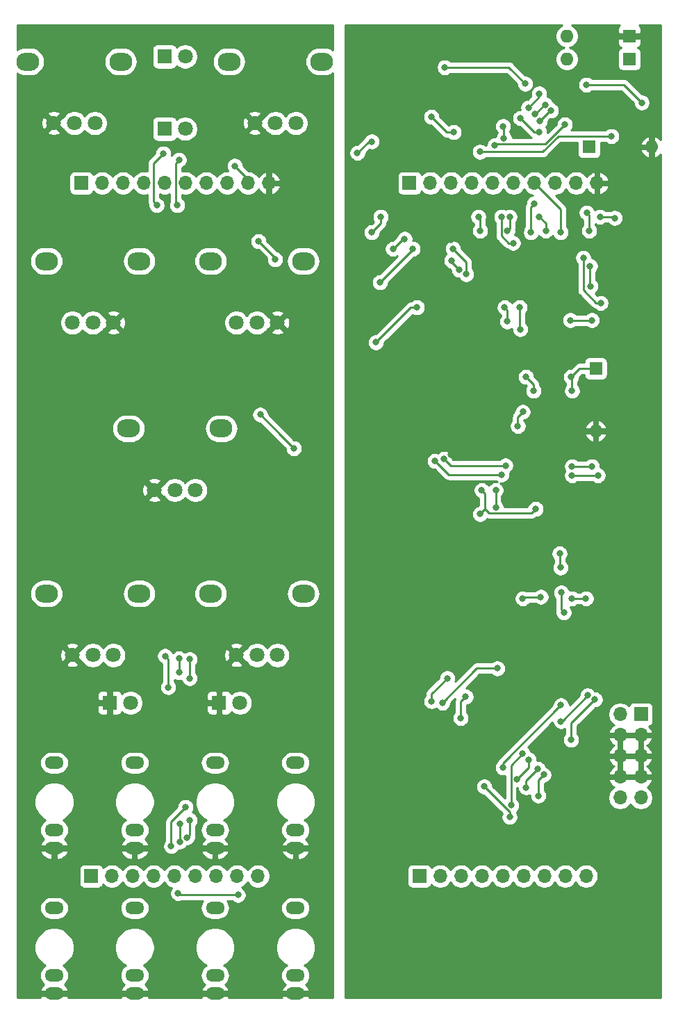
<source format=gbr>
%TF.GenerationSoftware,KiCad,Pcbnew,(5.1.7-0-10_14)*%
%TF.CreationDate,2021-05-28T11:23:36-04:00*%
%TF.ProjectId,SlewLimiter,536c6577-4c69-46d6-9974-65722e6b6963,rev?*%
%TF.SameCoordinates,Original*%
%TF.FileFunction,Copper,L2,Bot*%
%TF.FilePolarity,Positive*%
%FSLAX46Y46*%
G04 Gerber Fmt 4.6, Leading zero omitted, Abs format (unit mm)*
G04 Created by KiCad (PCBNEW (5.1.7-0-10_14)) date 2021-05-28 11:23:36*
%MOMM*%
%LPD*%
G01*
G04 APERTURE LIST*
%TA.AperFunction,ComponentPad*%
%ADD10C,1.800000*%
%TD*%
%TA.AperFunction,ComponentPad*%
%ADD11R,1.800000X1.800000*%
%TD*%
%TA.AperFunction,ComponentPad*%
%ADD12O,2.800000X2.200000*%
%TD*%
%TA.AperFunction,ComponentPad*%
%ADD13O,2.300000X1.500000*%
%TD*%
%TA.AperFunction,ComponentPad*%
%ADD14O,1.700000X1.700000*%
%TD*%
%TA.AperFunction,ComponentPad*%
%ADD15R,1.700000X1.700000*%
%TD*%
%TA.AperFunction,ComponentPad*%
%ADD16O,1.600000X1.600000*%
%TD*%
%TA.AperFunction,ComponentPad*%
%ADD17R,1.600000X1.600000*%
%TD*%
%TA.AperFunction,ViaPad*%
%ADD18C,0.800000*%
%TD*%
%TA.AperFunction,Conductor*%
%ADD19C,0.250000*%
%TD*%
%TA.AperFunction,Conductor*%
%ADD20C,0.254000*%
%TD*%
%TA.AperFunction,Conductor*%
%ADD21C,0.100000*%
%TD*%
G04 APERTURE END LIST*
D10*
%TO.P,D303,2*%
%TO.N,/FrontPanel/OUT_LED_NEG_PANEL*%
X51270000Y-63400000D03*
D11*
%TO.P,D303,1*%
%TO.N,/FrontPanel/OUT_LED_POS_PANEL*%
X48730000Y-63400000D03*
%TD*%
D12*
%TO.P,RV307,*%
%TO.N,*%
X65650000Y-120000000D03*
X54350000Y-120000000D03*
D10*
%TO.P,RV307,3*%
%TO.N,/FrontPanel/OUT_PANEL*%
X62500000Y-127500000D03*
%TO.P,RV307,2*%
%TO.N,/FrontPanel/FALL_SHAPE_WIPER_PANEL*%
X60000000Y-127500000D03*
%TO.P,RV307,1*%
%TO.N,GND*%
X57500000Y-127500000D03*
%TD*%
D12*
%TO.P,RV306,*%
%TO.N,*%
X65650000Y-79500000D03*
X54350000Y-79500000D03*
D10*
%TO.P,RV306,3*%
%TO.N,GND*%
X62500000Y-87000000D03*
%TO.P,RV306,2*%
%TO.N,/FrontPanel/FALL_CV_WIPER_PANEL*%
X60000000Y-87000000D03*
%TO.P,RV306,1*%
%TO.N,/FrontPanel/FALL_CV_IN_PANEL*%
X57500000Y-87000000D03*
%TD*%
D12*
%TO.P,RV305,*%
%TO.N,*%
X67900000Y-55200000D03*
X56600000Y-55200000D03*
D10*
%TO.P,RV305,3*%
%TO.N,/FrontPanel/VREF_PANEL*%
X64750000Y-62700000D03*
%TO.P,RV305,2*%
%TO.N,/FrontPanel/FALL_WIPER_PANEL*%
X62250000Y-62700000D03*
%TO.P,RV305,1*%
%TO.N,GND*%
X59750000Y-62700000D03*
%TD*%
D12*
%TO.P,RV304,*%
%TO.N,*%
X55650000Y-99900000D03*
X44350000Y-99900000D03*
D10*
%TO.P,RV304,3*%
%TO.N,/FrontPanel/VREF_PANEL*%
X52500000Y-107400000D03*
%TO.P,RV304,2*%
%TO.N,/FrontPanel/SUSTAIN_PANEL*%
X50000000Y-107400000D03*
%TO.P,RV304,1*%
%TO.N,GND*%
X47500000Y-107400000D03*
%TD*%
D12*
%TO.P,RV303,*%
%TO.N,*%
X45650000Y-120000000D03*
X34350000Y-120000000D03*
D10*
%TO.P,RV303,3*%
%TO.N,/FrontPanel/OUT_PANEL*%
X42500000Y-127500000D03*
%TO.P,RV303,2*%
%TO.N,/FrontPanel/RISE_SHAPE_WIPER_PANEL*%
X40000000Y-127500000D03*
%TO.P,RV303,1*%
%TO.N,GND*%
X37500000Y-127500000D03*
%TD*%
D12*
%TO.P,RV302,*%
%TO.N,*%
X45650000Y-79500000D03*
X34350000Y-79500000D03*
D10*
%TO.P,RV302,3*%
%TO.N,GND*%
X42500000Y-87000000D03*
%TO.P,RV302,2*%
%TO.N,/FrontPanel/RISE_CV_WIPER_PANEL*%
X40000000Y-87000000D03*
%TO.P,RV302,1*%
%TO.N,/FrontPanel/RISE_CV_IN_PANEL*%
X37500000Y-87000000D03*
%TD*%
D12*
%TO.P,RV301,*%
%TO.N,*%
X43400000Y-55200000D03*
X32100000Y-55200000D03*
D10*
%TO.P,RV301,3*%
%TO.N,/FrontPanel/VREF_PANEL*%
X40250000Y-62700000D03*
%TO.P,RV301,2*%
%TO.N,/FrontPanel/RISE_WIPER_PANEL*%
X37750000Y-62700000D03*
%TO.P,RV301,1*%
%TO.N,GND*%
X35250000Y-62700000D03*
%TD*%
D13*
%TO.P,J310,T*%
%TO.N,/FrontPanel/EOR_PANEL*%
X45100000Y-140600000D03*
X45100000Y-148800000D03*
%TO.P,J310,S*%
%TO.N,GND*%
X45100000Y-151000000D03*
%TD*%
%TO.P,J309,T*%
%TO.N,/FrontPanel/FALL_CV_IN_PANEL*%
X64700000Y-140600000D03*
X64700000Y-148800000D03*
%TO.P,J309,S*%
%TO.N,GND*%
X64700000Y-151000000D03*
%TD*%
%TO.P,J308,T*%
%TO.N,/FrontPanel/RISE_CV_IN_PANEL*%
X35300000Y-140600000D03*
X35300000Y-148800000D03*
%TO.P,J308,S*%
%TO.N,GND*%
X35300000Y-151000000D03*
%TD*%
%TO.P,J307,T*%
%TO.N,/FrontPanel/OUT_PANEL*%
X64700000Y-158300000D03*
X64700000Y-166500000D03*
%TO.P,J307,S*%
%TO.N,GND*%
X64700000Y-168700000D03*
%TD*%
%TO.P,J306,T*%
%TO.N,/FrontPanel/EOC_PANEL*%
X54900000Y-140600000D03*
X54900000Y-148800000D03*
%TO.P,J306,S*%
%TO.N,GND*%
X54900000Y-151000000D03*
%TD*%
%TO.P,J305,T*%
%TO.N,/FrontPanel/GATE_IN_2_PANEL*%
X54900000Y-158300000D03*
X54900000Y-166500000D03*
%TO.P,J305,S*%
%TO.N,GND*%
X54900000Y-168700000D03*
%TD*%
%TO.P,J304,T*%
%TO.N,/FrontPanel/GATE_IN_1_PANEL*%
X45100000Y-158300000D03*
X45100000Y-166500000D03*
%TO.P,J304,S*%
%TO.N,GND*%
X45100000Y-168700000D03*
%TD*%
%TO.P,J303,T*%
%TO.N,/FrontPanel/IN_PANEL*%
X35300000Y-158300000D03*
X35300000Y-166500000D03*
%TO.P,J303,S*%
%TO.N,GND*%
X35300000Y-168700000D03*
%TD*%
D14*
%TO.P,J302,10*%
%TO.N,GND*%
X61460000Y-70000000D03*
%TO.P,J302,9*%
%TO.N,/FrontPanel/VREF_PANEL*%
X58920000Y-70000000D03*
%TO.P,J302,8*%
%TO.N,/FrontPanel/FALL_WIPER_PANEL*%
X56380000Y-70000000D03*
%TO.P,J302,7*%
%TO.N,/FrontPanel/FALL_SHAPE_WIPER_PANEL*%
X53840000Y-70000000D03*
%TO.P,J302,6*%
%TO.N,/FrontPanel/FALL_CV_WIPER_PANEL*%
X51300000Y-70000000D03*
%TO.P,J302,5*%
%TO.N,/FrontPanel/FALL_CV_IN_PANEL*%
X48760000Y-70000000D03*
%TO.P,J302,4*%
%TO.N,/FrontPanel/RISE_WIPER_PANEL*%
X46220000Y-70000000D03*
%TO.P,J302,3*%
%TO.N,/FrontPanel/RISE_SHAPE_WIPER_PANEL*%
X43680000Y-70000000D03*
%TO.P,J302,2*%
%TO.N,/FrontPanel/RISE_CV_WIPER_PANEL*%
X41140000Y-70000000D03*
D15*
%TO.P,J302,1*%
%TO.N,/FrontPanel/RISE_CV_IN_PANEL*%
X38600000Y-70000000D03*
%TD*%
D14*
%TO.P,J301,9*%
%TO.N,/FrontPanel/IN_PANEL*%
X60120000Y-154400000D03*
%TO.P,J301,8*%
%TO.N,/FrontPanel/GATE_IN_2_PANEL*%
X57580000Y-154400000D03*
%TO.P,J301,7*%
%TO.N,/FrontPanel/GATE_IN_1_PANEL*%
X55040000Y-154400000D03*
%TO.P,J301,6*%
%TO.N,/FrontPanel/SUSTAIN_PANEL*%
X52500000Y-154400000D03*
%TO.P,J301,5*%
%TO.N,/FrontPanel/OUT_LED_NEG_PANEL*%
X49960000Y-154400000D03*
%TO.P,J301,4*%
%TO.N,/FrontPanel/OUT_LED_POS_PANEL*%
X47420000Y-154400000D03*
%TO.P,J301,3*%
%TO.N,/FrontPanel/EOC_PANEL*%
X44880000Y-154400000D03*
%TO.P,J301,2*%
%TO.N,/FrontPanel/EOR_PANEL*%
X42340000Y-154400000D03*
D15*
%TO.P,J301,1*%
%TO.N,/FrontPanel/OUT_PANEL*%
X39800000Y-154400000D03*
%TD*%
D14*
%TO.P,J203,10*%
%TO.N,GND*%
X101460000Y-70000000D03*
%TO.P,J203,9*%
%TO.N,/SlewLimiter2/VREF*%
X98920000Y-70000000D03*
%TO.P,J203,8*%
%TO.N,/SlewLimiter2/FALL_WIPER*%
X96380000Y-70000000D03*
%TO.P,J203,7*%
%TO.N,/SlewLimiter2/FALL_SHAPE_WIPER*%
X93840000Y-70000000D03*
%TO.P,J203,6*%
%TO.N,/SlewLimiter2/FALL_CV_WIPER*%
X91300000Y-70000000D03*
%TO.P,J203,5*%
%TO.N,/SlewLimiter2/FALL_CV_IN*%
X88760000Y-70000000D03*
%TO.P,J203,4*%
%TO.N,/SlewLimiter2/RISE_WIPER*%
X86220000Y-70000000D03*
%TO.P,J203,3*%
%TO.N,/SlewLimiter2/RISE_SHAPE_WIPER*%
X83680000Y-70000000D03*
%TO.P,J203,2*%
%TO.N,/SlewLimiter2/RISE_CV_WIPER*%
X81140000Y-70000000D03*
D15*
%TO.P,J203,1*%
%TO.N,/SlewLimiter2/RISE_CV_IN*%
X78600000Y-70000000D03*
%TD*%
D14*
%TO.P,J202,9*%
%TO.N,IN*%
X100120000Y-154400000D03*
%TO.P,J202,8*%
%TO.N,GATE_IN_2*%
X97580000Y-154400000D03*
%TO.P,J202,7*%
%TO.N,GATE_IN_1*%
X95040000Y-154400000D03*
%TO.P,J202,6*%
%TO.N,SUSTAIN*%
X92500000Y-154400000D03*
%TO.P,J202,5*%
%TO.N,OUT_LED_NEG*%
X89960000Y-154400000D03*
%TO.P,J202,4*%
%TO.N,OUT_LED_POS*%
X87420000Y-154400000D03*
%TO.P,J202,3*%
%TO.N,EOC*%
X84880000Y-154400000D03*
%TO.P,J202,2*%
%TO.N,EOR*%
X82340000Y-154400000D03*
D15*
%TO.P,J202,1*%
%TO.N,OUT*%
X79800000Y-154400000D03*
%TD*%
D14*
%TO.P,J201,10*%
%TO.N,Net-(D202-Pad1)*%
X104260000Y-144860000D03*
%TO.P,J201,9*%
X106800000Y-144860000D03*
%TO.P,J201,8*%
%TO.N,GND*%
X104260000Y-142320000D03*
%TO.P,J201,7*%
X106800000Y-142320000D03*
%TO.P,J201,6*%
X104260000Y-139780000D03*
%TO.P,J201,5*%
X106800000Y-139780000D03*
%TO.P,J201,4*%
X104260000Y-137240000D03*
%TO.P,J201,3*%
X106800000Y-137240000D03*
%TO.P,J201,2*%
%TO.N,Net-(D201-Pad2)*%
X104260000Y-134700000D03*
D15*
%TO.P,J201,1*%
X106800000Y-134700000D03*
%TD*%
D10*
%TO.P,D304,2*%
%TO.N,/FrontPanel/EOR_LED_PANEL*%
X44600000Y-133300000D03*
D11*
%TO.P,D304,1*%
%TO.N,GND*%
X42060000Y-133300000D03*
%TD*%
D10*
%TO.P,D302,2*%
%TO.N,/FrontPanel/OUT_LED_POS_PANEL*%
X51270000Y-54600000D03*
D11*
%TO.P,D302,1*%
%TO.N,/FrontPanel/OUT_LED_NEG_PANEL*%
X48730000Y-54600000D03*
%TD*%
D10*
%TO.P,D301,2*%
%TO.N,/FrontPanel/EOC_LED_PANEL*%
X57930000Y-133300000D03*
D11*
%TO.P,D301,1*%
%TO.N,GND*%
X55390000Y-133300000D03*
%TD*%
D16*
%TO.P,D203,2*%
%TO.N,GND*%
X108100000Y-65600000D03*
D17*
%TO.P,D203,1*%
%TO.N,/SlewLimiter2/VREF*%
X100480000Y-65600000D03*
%TD*%
D16*
%TO.P,D107,2*%
%TO.N,GND*%
X101300000Y-100200000D03*
D17*
%TO.P,D107,1*%
%TO.N,Net-(D107-Pad1)*%
X101300000Y-92580000D03*
%TD*%
D16*
%TO.P,D106,2*%
%TO.N,Net-(D105-Pad2)*%
X97780000Y-52100000D03*
D17*
%TO.P,D106,1*%
%TO.N,GND*%
X105400000Y-52100000D03*
%TD*%
D16*
%TO.P,D105,2*%
%TO.N,Net-(D105-Pad2)*%
X97780000Y-54900000D03*
D17*
%TO.P,D105,1*%
%TO.N,Net-(D105-Pad1)*%
X105400000Y-54900000D03*
%TD*%
D18*
%TO.N,GND*%
X95200000Y-96900000D03*
X88100000Y-94200000D03*
X91900000Y-96400000D03*
X87400000Y-98400000D03*
X82800000Y-115100000D03*
X103900000Y-60200000D03*
X94300000Y-51800000D03*
X80200000Y-51700000D03*
X85700000Y-57700000D03*
X79500000Y-58400000D03*
X72250000Y-59800000D03*
X103900000Y-77100000D03*
X107100000Y-80300000D03*
X95800000Y-85100000D03*
X94100000Y-82200000D03*
X83600000Y-76900000D03*
X73954990Y-83114990D03*
X83653959Y-103053959D03*
X94800000Y-122800000D03*
X95600000Y-125600000D03*
X86700000Y-130900000D03*
X92062666Y-109099990D03*
%TO.N,Net-(C112-Pad2)*%
X106900000Y-60200000D03*
X100156028Y-58034853D03*
X95134269Y-60465731D03*
X93882187Y-61617813D03*
X84000000Y-63800000D03*
X81249999Y-61949999D03*
%TO.N,/STATE*%
X92000000Y-85150000D03*
X90100000Y-64525000D03*
X90000000Y-63075000D03*
X90799896Y-74115239D03*
X90525010Y-75815250D03*
X92100000Y-87800000D03*
%TO.N,Net-(D102-Pad1)*%
X94400000Y-59100000D03*
X93082187Y-60817813D03*
%TO.N,/SUSTAIN_BUF*%
X92100000Y-62100000D03*
X100500000Y-75810001D03*
X100600000Y-80100000D03*
X100659269Y-82559269D03*
X100100010Y-120600000D03*
X98400000Y-120599990D03*
X94600000Y-120400000D03*
X92400000Y-120600000D03*
X100200000Y-73600000D03*
X94400000Y-63800000D03*
%TO.N,Net-(D107-Pad1)*%
X98300000Y-93599990D03*
X98400000Y-95300000D03*
%TO.N,Net-(D108-Pad1)*%
X91800000Y-99600000D03*
X92405000Y-97861111D03*
X89100000Y-109475000D03*
X89100000Y-107399990D03*
%TO.N,Net-(D109-Pad1)*%
X87200000Y-110300000D03*
X93987347Y-109687347D03*
X87400000Y-107399990D03*
%TO.N,/FrontPanel/OUT_LED_POS_PANEL*%
X50500000Y-67175000D03*
X50300000Y-72700000D03*
X51800000Y-128000001D03*
X51800000Y-130300000D03*
X51300000Y-146000000D03*
X49552653Y-150752653D03*
%TO.N,/FrontPanel/OUT_LED_NEG_PANEL*%
X47800000Y-72700000D03*
X48800000Y-127600000D03*
X49200000Y-131400000D03*
X50600000Y-148075000D03*
X50600000Y-150200000D03*
X48600000Y-66400000D03*
%TO.N,IN*%
X74000000Y-64950000D03*
X72250000Y-66330991D03*
%TO.N,GATE_IN_2*%
X81700000Y-103850000D03*
X89825000Y-105500000D03*
X98400010Y-105600000D03*
X101550010Y-105600000D03*
X101200000Y-132900000D03*
X98300000Y-137800000D03*
X94958149Y-142056067D03*
X94287347Y-144612653D03*
%TO.N,GATE_IN_1*%
X82800000Y-103600000D03*
X90300000Y-104400000D03*
X98400010Y-104500000D03*
X100825010Y-104500000D03*
X100300000Y-132400000D03*
X97050001Y-135549634D03*
X94251041Y-141348959D03*
X92800000Y-143600000D03*
%TO.N,SUSTAIN*%
X85451041Y-132548959D03*
X84837347Y-135162653D03*
X90800000Y-147200000D03*
X87700000Y-143500000D03*
%TO.N,OUT_LED_NEG*%
X92401041Y-139498959D03*
X91012663Y-145787343D03*
%TO.N,OUT_LED_POS*%
X93108149Y-140206067D03*
X91700000Y-142600000D03*
%TO.N,EOC*%
X96900000Y-115120010D03*
X97000000Y-116820010D03*
X97100000Y-119874990D03*
X97400000Y-122300000D03*
X97050001Y-133600000D03*
X90000000Y-141200000D03*
%TO.N,EOR*%
X83201041Y-130298959D03*
X81287347Y-133112653D03*
%TO.N,OUT*%
X89300000Y-129100000D03*
X82600000Y-133300000D03*
X83882739Y-77975323D03*
X85504266Y-81102737D03*
X79500000Y-85150000D03*
X74500000Y-89400000D03*
X93700000Y-95299990D03*
X92800000Y-93599990D03*
X98200000Y-86700000D03*
X100825010Y-86700000D03*
X90500000Y-86850000D03*
X90200000Y-85150000D03*
%TO.N,/SlewLimiter2/FALL_SHAPE_WIPER*%
X97000000Y-76000000D03*
X99775000Y-79100000D03*
X101900000Y-84600000D03*
%TO.N,/SlewLimiter2/FALL_CV_WIPER*%
X95200000Y-75810001D03*
X94400000Y-74110001D03*
%TO.N,/SlewLimiter2/RISE_CV_WIPER*%
X75000000Y-82100000D03*
X79000000Y-78000000D03*
%TO.N,/FrontPanel/SUSTAIN_PANEL*%
X50500000Y-127900000D03*
X50500000Y-129600000D03*
X51800000Y-147600000D03*
X51500000Y-149700000D03*
%TO.N,/FrontPanel/OUT_PANEL*%
X57700000Y-156700000D03*
X50400000Y-156499990D03*
%TO.N,/FrontPanel/VREF_PANEL*%
X57300000Y-67900000D03*
%TO.N,/FrontPanel/FALL_SHAPE_WIPER_PANEL*%
X60200000Y-77100000D03*
X62200000Y-79300000D03*
%TO.N,/FrontPanel/FALL_CV_IN_PANEL*%
X60400000Y-98200000D03*
X64500000Y-102300000D03*
%TO.N,FALL1*%
X95841377Y-61172839D03*
X94486791Y-62414342D03*
X93807652Y-72492348D03*
X93400000Y-76000000D03*
%TO.N,RISE2*%
X87200000Y-75810001D03*
X87000000Y-74110001D03*
X97534269Y-62865731D03*
X89000000Y-65400000D03*
%TO.N,FALL2*%
X101800000Y-74110001D03*
X103610001Y-74252757D03*
%TO.N,RISE1*%
X103200000Y-64300000D03*
X87187347Y-66187347D03*
X75084706Y-74115294D03*
X74000000Y-76000000D03*
%TO.N,Net-(R120-Pad1)*%
X92700000Y-57900000D03*
X82900000Y-55900000D03*
%TO.N,Net-(R201-Pad1)*%
X91225000Y-77300000D03*
X89800000Y-74100000D03*
%TO.N,Net-(R202-Pad1)*%
X78000000Y-76800000D03*
X76582624Y-78017376D03*
%TO.N,Net-(R211-Pad1)*%
X83737347Y-79437347D03*
X84662653Y-80562653D03*
%TD*%
D19*
%TO.N,Net-(C112-Pad2)*%
X104734853Y-58034853D02*
X100156028Y-58034853D01*
X106900000Y-60200000D02*
X104734853Y-58034853D01*
X95034269Y-60465731D02*
X93882187Y-61617813D01*
X95134269Y-60465731D02*
X95034269Y-60465731D01*
X83100000Y-63800000D02*
X81249999Y-61949999D01*
X84000000Y-63800000D02*
X83100000Y-63800000D01*
%TO.N,/STATE*%
X90100000Y-63175000D02*
X90000000Y-63075000D01*
X90100000Y-64525000D02*
X90100000Y-63175000D01*
X90799896Y-74115239D02*
X90799896Y-75540364D01*
X90799896Y-75540364D02*
X90525010Y-75815250D01*
X92000000Y-85150000D02*
X92000000Y-87700000D01*
X92000000Y-87700000D02*
X92100000Y-87800000D01*
%TO.N,Net-(D102-Pad1)*%
X94400000Y-59500000D02*
X93082187Y-60817813D01*
X94400000Y-59100000D02*
X94400000Y-59500000D01*
%TO.N,/SUSTAIN_BUF*%
X100600000Y-82500000D02*
X100659269Y-82559269D01*
X100600000Y-80100000D02*
X100600000Y-82500000D01*
X98400010Y-120600000D02*
X98400000Y-120599990D01*
X100100010Y-120600000D02*
X98400010Y-120600000D01*
X92600000Y-120400000D02*
X92400000Y-120600000D01*
X94600000Y-120400000D02*
X92600000Y-120400000D01*
X100500000Y-73900000D02*
X100200000Y-73600000D01*
X100500000Y-75810001D02*
X100500000Y-73900000D01*
X92100000Y-62100000D02*
X93800000Y-63800000D01*
X93800000Y-63800000D02*
X94400000Y-63800000D01*
%TO.N,Net-(D107-Pad1)*%
X99319990Y-92580000D02*
X101300000Y-92580000D01*
X98300000Y-93599990D02*
X99319990Y-92580000D01*
X98400000Y-93699990D02*
X98300000Y-93599990D01*
X98400000Y-95300000D02*
X98400000Y-93699990D01*
%TO.N,Net-(D108-Pad1)*%
X91800000Y-98466111D02*
X92405000Y-97861111D01*
X91800000Y-99600000D02*
X91800000Y-98466111D01*
X89100000Y-109475000D02*
X89100000Y-107399990D01*
%TO.N,Net-(D109-Pad1)*%
X87200000Y-110300000D02*
X87812653Y-109687347D01*
X87812653Y-107812643D02*
X87812653Y-109687347D01*
X87400000Y-107399990D02*
X87812653Y-107812643D01*
X87812653Y-109687347D02*
X88325306Y-110200000D01*
X88325306Y-110200000D02*
X93474694Y-110200000D01*
X93474694Y-110200000D02*
X93987347Y-109687347D01*
%TO.N,/FrontPanel/OUT_LED_POS_PANEL*%
X50100001Y-72500001D02*
X50300000Y-72700000D01*
X50100001Y-67574999D02*
X50100001Y-72500001D01*
X50500000Y-67175000D02*
X50100001Y-67574999D01*
X51800000Y-128000001D02*
X51800000Y-130400000D01*
X51800000Y-130400000D02*
X51800000Y-130300000D01*
X49552653Y-147747347D02*
X49552653Y-150752653D01*
X51300000Y-146000000D02*
X49552653Y-147747347D01*
%TO.N,/FrontPanel/OUT_LED_NEG_PANEL*%
X49200000Y-128000000D02*
X49200000Y-131400000D01*
X48800000Y-127600000D02*
X49200000Y-128000000D01*
X50600000Y-148075000D02*
X50600000Y-150200000D01*
X47400001Y-67599999D02*
X48600000Y-66400000D01*
X47800000Y-72700000D02*
X47400001Y-72300001D01*
X47400001Y-72300001D02*
X47400001Y-67599999D01*
%TO.N,IN*%
X73630991Y-64950000D02*
X72250000Y-66330991D01*
X74000000Y-64950000D02*
X73630991Y-64950000D01*
%TO.N,GATE_IN_2*%
X83350000Y-105500000D02*
X89825000Y-105500000D01*
X81700000Y-103850000D02*
X83350000Y-105500000D01*
X98400010Y-105600000D02*
X101550010Y-105600000D01*
X98300000Y-135800000D02*
X98300000Y-137800000D01*
X101200000Y-132900000D02*
X98300000Y-135800000D01*
X94287347Y-142726869D02*
X94287347Y-144612653D01*
X94958149Y-142056067D02*
X94287347Y-142726869D01*
%TO.N,GATE_IN_1*%
X83600000Y-104400000D02*
X90300000Y-104400000D01*
X82800000Y-103600000D02*
X83600000Y-104400000D01*
X98400010Y-104500000D02*
X100825010Y-104500000D01*
X97150366Y-135549634D02*
X97050001Y-135549634D01*
X100300000Y-132400000D02*
X97150366Y-135549634D01*
X92800000Y-142800000D02*
X92800000Y-143600000D01*
X94251041Y-141348959D02*
X92800000Y-142800000D01*
%TO.N,SUSTAIN*%
X84837347Y-133162653D02*
X84837347Y-135162653D01*
X85451041Y-132548959D02*
X84837347Y-133162653D01*
X90800000Y-146600000D02*
X87700000Y-143500000D01*
X90800000Y-147200000D02*
X90800000Y-146600000D01*
%TO.N,OUT_LED_NEG*%
X90962663Y-140937337D02*
X90962663Y-145737343D01*
X92401041Y-139498959D02*
X90962663Y-140937337D01*
X90962663Y-145737343D02*
X91012663Y-145787343D01*
%TO.N,OUT_LED_POS*%
X93108149Y-141191851D02*
X91700000Y-142600000D01*
X93108149Y-140206067D02*
X93108149Y-141191851D01*
%TO.N,EOC*%
X96900000Y-116720010D02*
X97000000Y-116820010D01*
X96900000Y-115120010D02*
X96900000Y-116720010D01*
X97100000Y-122000000D02*
X97400000Y-122300000D01*
X97100000Y-119874990D02*
X97100000Y-122000000D01*
X90000000Y-140650001D02*
X90000000Y-141200000D01*
X97050001Y-133600000D02*
X90000000Y-140650001D01*
%TO.N,EOR*%
X81287347Y-132212653D02*
X81287347Y-133112653D01*
X83201041Y-130298959D02*
X81287347Y-132212653D01*
%TO.N,OUT*%
X89300000Y-129100000D02*
X86800000Y-129100000D01*
X86800000Y-129100000D02*
X82600000Y-133300000D01*
X85504266Y-79596850D02*
X85504266Y-81102737D01*
X83882739Y-77975323D02*
X85504266Y-79596850D01*
X78750000Y-85150000D02*
X74500000Y-89400000D01*
X79500000Y-85150000D02*
X78750000Y-85150000D01*
X93700000Y-94499990D02*
X92800000Y-93599990D01*
X93700000Y-95299990D02*
X93700000Y-94499990D01*
X98200000Y-86700000D02*
X100825010Y-86700000D01*
X90500000Y-85450000D02*
X90200000Y-85150000D01*
X90500000Y-86850000D02*
X90500000Y-85450000D01*
%TO.N,/SlewLimiter2/FALL_SHAPE_WIPER*%
X97000000Y-73160000D02*
X97000000Y-76000000D01*
X93840000Y-70000000D02*
X97000000Y-73160000D01*
X101334315Y-84600000D02*
X101900000Y-84600000D01*
X99775000Y-83040685D02*
X101334315Y-84600000D01*
X99775000Y-79100000D02*
X99775000Y-83040685D01*
%TO.N,/SlewLimiter2/FALL_CV_WIPER*%
X95200000Y-74910001D02*
X94400000Y-74110001D01*
X95200000Y-75810001D02*
X95200000Y-74910001D01*
%TO.N,/SlewLimiter2/RISE_CV_WIPER*%
X79000000Y-78100000D02*
X79000000Y-78000000D01*
X75000000Y-82100000D02*
X79000000Y-78100000D01*
%TO.N,/FrontPanel/SUSTAIN_PANEL*%
X50500000Y-127900000D02*
X50500000Y-129600000D01*
X51800000Y-149400000D02*
X51500000Y-149700000D01*
X51800000Y-147600000D02*
X51800000Y-149400000D01*
%TO.N,/FrontPanel/OUT_PANEL*%
X50600010Y-156700000D02*
X50400000Y-156499990D01*
X57700000Y-156700000D02*
X50600010Y-156700000D01*
%TO.N,/FrontPanel/VREF_PANEL*%
X58920000Y-69520000D02*
X58920000Y-70000000D01*
X57300000Y-67900000D02*
X58920000Y-69520000D01*
%TO.N,/FrontPanel/FALL_SHAPE_WIPER_PANEL*%
X62200000Y-79100000D02*
X62200000Y-79300000D01*
X60200000Y-77100000D02*
X62200000Y-79100000D01*
%TO.N,/FrontPanel/FALL_CV_IN_PANEL*%
X60400000Y-98200000D02*
X63000000Y-100800000D01*
X63000000Y-100800000D02*
X64500000Y-102300000D01*
%TO.N,FALL1*%
X95728294Y-61172839D02*
X94486791Y-62414342D01*
X95841377Y-61172839D02*
X95728294Y-61172839D01*
X93400000Y-72900000D02*
X93400000Y-76000000D01*
X93807652Y-72492348D02*
X93400000Y-72900000D01*
%TO.N,RISE2*%
X87200000Y-74310001D02*
X87000000Y-74110001D01*
X87200000Y-75810001D02*
X87200000Y-74310001D01*
X89149999Y-65250001D02*
X89000000Y-65400000D01*
X95149999Y-65250001D02*
X89149999Y-65250001D01*
X97534269Y-62865731D02*
X95149999Y-65250001D01*
%TO.N,FALL2*%
X103467245Y-74110001D02*
X103610001Y-74252757D01*
X101800000Y-74110001D02*
X103467245Y-74110001D01*
%TO.N,RISE1*%
X94849063Y-66187347D02*
X87187347Y-66187347D01*
X96736410Y-64300000D02*
X94849063Y-66187347D01*
X103200000Y-64300000D02*
X96736410Y-64300000D01*
X75084706Y-74915294D02*
X74000000Y-76000000D01*
X75084706Y-74115294D02*
X75084706Y-74915294D01*
%TO.N,Net-(R120-Pad1)*%
X90700000Y-55900000D02*
X82900000Y-55900000D01*
X92700000Y-57900000D02*
X90700000Y-55900000D01*
%TO.N,Net-(R201-Pad1)*%
X91225000Y-77300000D02*
X90659315Y-77300000D01*
X90659315Y-77300000D02*
X89800000Y-76440685D01*
X89800000Y-76440685D02*
X89800000Y-74100000D01*
%TO.N,Net-(R202-Pad1)*%
X77800000Y-76800000D02*
X76582624Y-78017376D01*
X78000000Y-76800000D02*
X77800000Y-76800000D01*
%TO.N,Net-(R211-Pad1)*%
X83737347Y-79637347D02*
X84662653Y-80562653D01*
X83737347Y-79437347D02*
X83737347Y-79637347D01*
%TD*%
D20*
%TO.N,GND*%
X97100273Y-50828320D02*
X96865241Y-50985363D01*
X96665363Y-51185241D01*
X96508320Y-51420273D01*
X96400147Y-51681426D01*
X96345000Y-51958665D01*
X96345000Y-52241335D01*
X96400147Y-52518574D01*
X96508320Y-52779727D01*
X96665363Y-53014759D01*
X96865241Y-53214637D01*
X97100273Y-53371680D01*
X97361426Y-53479853D01*
X97462710Y-53500000D01*
X97361426Y-53520147D01*
X97100273Y-53628320D01*
X96865241Y-53785363D01*
X96665363Y-53985241D01*
X96508320Y-54220273D01*
X96400147Y-54481426D01*
X96345000Y-54758665D01*
X96345000Y-55041335D01*
X96400147Y-55318574D01*
X96508320Y-55579727D01*
X96665363Y-55814759D01*
X96865241Y-56014637D01*
X97100273Y-56171680D01*
X97361426Y-56279853D01*
X97638665Y-56335000D01*
X97921335Y-56335000D01*
X98198574Y-56279853D01*
X98459727Y-56171680D01*
X98694759Y-56014637D01*
X98894637Y-55814759D01*
X99051680Y-55579727D01*
X99159853Y-55318574D01*
X99215000Y-55041335D01*
X99215000Y-54758665D01*
X99159853Y-54481426D01*
X99051680Y-54220273D01*
X98971317Y-54100000D01*
X103961928Y-54100000D01*
X103961928Y-55700000D01*
X103974188Y-55824482D01*
X104010498Y-55944180D01*
X104069463Y-56054494D01*
X104148815Y-56151185D01*
X104245506Y-56230537D01*
X104355820Y-56289502D01*
X104475518Y-56325812D01*
X104600000Y-56338072D01*
X106200000Y-56338072D01*
X106324482Y-56325812D01*
X106444180Y-56289502D01*
X106554494Y-56230537D01*
X106651185Y-56151185D01*
X106730537Y-56054494D01*
X106789502Y-55944180D01*
X106825812Y-55824482D01*
X106838072Y-55700000D01*
X106838072Y-54100000D01*
X106825812Y-53975518D01*
X106789502Y-53855820D01*
X106730537Y-53745506D01*
X106651185Y-53648815D01*
X106554494Y-53569463D01*
X106444180Y-53510498D01*
X106395794Y-53495820D01*
X106441104Y-53482076D01*
X106550028Y-53423854D01*
X106645501Y-53345501D01*
X106723854Y-53250028D01*
X106782076Y-53141104D01*
X106817928Y-53022914D01*
X106830034Y-52900000D01*
X106827000Y-52479750D01*
X106670250Y-52323000D01*
X105623000Y-52323000D01*
X105623000Y-52343000D01*
X105177000Y-52343000D01*
X105177000Y-52323000D01*
X104129750Y-52323000D01*
X103973000Y-52479750D01*
X103969966Y-52900000D01*
X103982072Y-53022914D01*
X104017924Y-53141104D01*
X104076146Y-53250028D01*
X104154499Y-53345501D01*
X104249972Y-53423854D01*
X104358896Y-53482076D01*
X104404206Y-53495820D01*
X104355820Y-53510498D01*
X104245506Y-53569463D01*
X104148815Y-53648815D01*
X104069463Y-53745506D01*
X104010498Y-53855820D01*
X103974188Y-53975518D01*
X103961928Y-54100000D01*
X98971317Y-54100000D01*
X98894637Y-53985241D01*
X98694759Y-53785363D01*
X98459727Y-53628320D01*
X98198574Y-53520147D01*
X98097290Y-53500000D01*
X98198574Y-53479853D01*
X98459727Y-53371680D01*
X98694759Y-53214637D01*
X98894637Y-53014759D01*
X99051680Y-52779727D01*
X99159853Y-52518574D01*
X99215000Y-52241335D01*
X99215000Y-51958665D01*
X99159853Y-51681426D01*
X99051680Y-51420273D01*
X98894637Y-51185241D01*
X98694759Y-50985363D01*
X98459727Y-50828320D01*
X98355143Y-50785000D01*
X104239183Y-50785000D01*
X104154499Y-50854499D01*
X104076146Y-50949972D01*
X104017924Y-51058896D01*
X103982072Y-51177086D01*
X103969966Y-51300000D01*
X103973000Y-51720250D01*
X104129750Y-51877000D01*
X105177000Y-51877000D01*
X105177000Y-51857000D01*
X105623000Y-51857000D01*
X105623000Y-51877000D01*
X106670250Y-51877000D01*
X106827000Y-51720250D01*
X106830034Y-51300000D01*
X106817928Y-51177086D01*
X106782076Y-51058896D01*
X106723854Y-50949972D01*
X106645501Y-50854499D01*
X106560817Y-50785000D01*
X109215000Y-50785000D01*
X109215000Y-64710634D01*
X109026588Y-64514740D01*
X108797060Y-64354825D01*
X108540745Y-64242761D01*
X108323000Y-64347273D01*
X108323000Y-65377000D01*
X108343000Y-65377000D01*
X108343000Y-65823000D01*
X108323000Y-65823000D01*
X108323000Y-66852727D01*
X108540745Y-66957239D01*
X108797060Y-66845175D01*
X109026588Y-66685260D01*
X109215000Y-66489366D01*
X109215001Y-169215000D01*
X70785000Y-169215000D01*
X70785000Y-153550000D01*
X78311928Y-153550000D01*
X78311928Y-155250000D01*
X78324188Y-155374482D01*
X78360498Y-155494180D01*
X78419463Y-155604494D01*
X78498815Y-155701185D01*
X78595506Y-155780537D01*
X78705820Y-155839502D01*
X78825518Y-155875812D01*
X78950000Y-155888072D01*
X80650000Y-155888072D01*
X80774482Y-155875812D01*
X80894180Y-155839502D01*
X81004494Y-155780537D01*
X81101185Y-155701185D01*
X81180537Y-155604494D01*
X81239502Y-155494180D01*
X81261513Y-155421620D01*
X81393368Y-155553475D01*
X81636589Y-155715990D01*
X81906842Y-155827932D01*
X82193740Y-155885000D01*
X82486260Y-155885000D01*
X82773158Y-155827932D01*
X83043411Y-155715990D01*
X83286632Y-155553475D01*
X83493475Y-155346632D01*
X83610000Y-155172240D01*
X83726525Y-155346632D01*
X83933368Y-155553475D01*
X84176589Y-155715990D01*
X84446842Y-155827932D01*
X84733740Y-155885000D01*
X85026260Y-155885000D01*
X85313158Y-155827932D01*
X85583411Y-155715990D01*
X85826632Y-155553475D01*
X86033475Y-155346632D01*
X86150000Y-155172240D01*
X86266525Y-155346632D01*
X86473368Y-155553475D01*
X86716589Y-155715990D01*
X86986842Y-155827932D01*
X87273740Y-155885000D01*
X87566260Y-155885000D01*
X87853158Y-155827932D01*
X88123411Y-155715990D01*
X88366632Y-155553475D01*
X88573475Y-155346632D01*
X88690000Y-155172240D01*
X88806525Y-155346632D01*
X89013368Y-155553475D01*
X89256589Y-155715990D01*
X89526842Y-155827932D01*
X89813740Y-155885000D01*
X90106260Y-155885000D01*
X90393158Y-155827932D01*
X90663411Y-155715990D01*
X90906632Y-155553475D01*
X91113475Y-155346632D01*
X91230000Y-155172240D01*
X91346525Y-155346632D01*
X91553368Y-155553475D01*
X91796589Y-155715990D01*
X92066842Y-155827932D01*
X92353740Y-155885000D01*
X92646260Y-155885000D01*
X92933158Y-155827932D01*
X93203411Y-155715990D01*
X93446632Y-155553475D01*
X93653475Y-155346632D01*
X93770000Y-155172240D01*
X93886525Y-155346632D01*
X94093368Y-155553475D01*
X94336589Y-155715990D01*
X94606842Y-155827932D01*
X94893740Y-155885000D01*
X95186260Y-155885000D01*
X95473158Y-155827932D01*
X95743411Y-155715990D01*
X95986632Y-155553475D01*
X96193475Y-155346632D01*
X96310000Y-155172240D01*
X96426525Y-155346632D01*
X96633368Y-155553475D01*
X96876589Y-155715990D01*
X97146842Y-155827932D01*
X97433740Y-155885000D01*
X97726260Y-155885000D01*
X98013158Y-155827932D01*
X98283411Y-155715990D01*
X98526632Y-155553475D01*
X98733475Y-155346632D01*
X98850000Y-155172240D01*
X98966525Y-155346632D01*
X99173368Y-155553475D01*
X99416589Y-155715990D01*
X99686842Y-155827932D01*
X99973740Y-155885000D01*
X100266260Y-155885000D01*
X100553158Y-155827932D01*
X100823411Y-155715990D01*
X101066632Y-155553475D01*
X101273475Y-155346632D01*
X101435990Y-155103411D01*
X101547932Y-154833158D01*
X101605000Y-154546260D01*
X101605000Y-154253740D01*
X101547932Y-153966842D01*
X101435990Y-153696589D01*
X101273475Y-153453368D01*
X101066632Y-153246525D01*
X100823411Y-153084010D01*
X100553158Y-152972068D01*
X100266260Y-152915000D01*
X99973740Y-152915000D01*
X99686842Y-152972068D01*
X99416589Y-153084010D01*
X99173368Y-153246525D01*
X98966525Y-153453368D01*
X98850000Y-153627760D01*
X98733475Y-153453368D01*
X98526632Y-153246525D01*
X98283411Y-153084010D01*
X98013158Y-152972068D01*
X97726260Y-152915000D01*
X97433740Y-152915000D01*
X97146842Y-152972068D01*
X96876589Y-153084010D01*
X96633368Y-153246525D01*
X96426525Y-153453368D01*
X96310000Y-153627760D01*
X96193475Y-153453368D01*
X95986632Y-153246525D01*
X95743411Y-153084010D01*
X95473158Y-152972068D01*
X95186260Y-152915000D01*
X94893740Y-152915000D01*
X94606842Y-152972068D01*
X94336589Y-153084010D01*
X94093368Y-153246525D01*
X93886525Y-153453368D01*
X93770000Y-153627760D01*
X93653475Y-153453368D01*
X93446632Y-153246525D01*
X93203411Y-153084010D01*
X92933158Y-152972068D01*
X92646260Y-152915000D01*
X92353740Y-152915000D01*
X92066842Y-152972068D01*
X91796589Y-153084010D01*
X91553368Y-153246525D01*
X91346525Y-153453368D01*
X91230000Y-153627760D01*
X91113475Y-153453368D01*
X90906632Y-153246525D01*
X90663411Y-153084010D01*
X90393158Y-152972068D01*
X90106260Y-152915000D01*
X89813740Y-152915000D01*
X89526842Y-152972068D01*
X89256589Y-153084010D01*
X89013368Y-153246525D01*
X88806525Y-153453368D01*
X88690000Y-153627760D01*
X88573475Y-153453368D01*
X88366632Y-153246525D01*
X88123411Y-153084010D01*
X87853158Y-152972068D01*
X87566260Y-152915000D01*
X87273740Y-152915000D01*
X86986842Y-152972068D01*
X86716589Y-153084010D01*
X86473368Y-153246525D01*
X86266525Y-153453368D01*
X86150000Y-153627760D01*
X86033475Y-153453368D01*
X85826632Y-153246525D01*
X85583411Y-153084010D01*
X85313158Y-152972068D01*
X85026260Y-152915000D01*
X84733740Y-152915000D01*
X84446842Y-152972068D01*
X84176589Y-153084010D01*
X83933368Y-153246525D01*
X83726525Y-153453368D01*
X83610000Y-153627760D01*
X83493475Y-153453368D01*
X83286632Y-153246525D01*
X83043411Y-153084010D01*
X82773158Y-152972068D01*
X82486260Y-152915000D01*
X82193740Y-152915000D01*
X81906842Y-152972068D01*
X81636589Y-153084010D01*
X81393368Y-153246525D01*
X81261513Y-153378380D01*
X81239502Y-153305820D01*
X81180537Y-153195506D01*
X81101185Y-153098815D01*
X81004494Y-153019463D01*
X80894180Y-152960498D01*
X80774482Y-152924188D01*
X80650000Y-152911928D01*
X78950000Y-152911928D01*
X78825518Y-152924188D01*
X78705820Y-152960498D01*
X78595506Y-153019463D01*
X78498815Y-153098815D01*
X78419463Y-153195506D01*
X78360498Y-153305820D01*
X78324188Y-153425518D01*
X78311928Y-153550000D01*
X70785000Y-153550000D01*
X70785000Y-143398061D01*
X86665000Y-143398061D01*
X86665000Y-143601939D01*
X86704774Y-143801898D01*
X86782795Y-143990256D01*
X86896063Y-144159774D01*
X87040226Y-144303937D01*
X87209744Y-144417205D01*
X87398102Y-144495226D01*
X87598061Y-144535000D01*
X87660199Y-144535000D01*
X89868779Y-146743581D01*
X89804774Y-146898102D01*
X89765000Y-147098061D01*
X89765000Y-147301939D01*
X89804774Y-147501898D01*
X89882795Y-147690256D01*
X89996063Y-147859774D01*
X90140226Y-148003937D01*
X90309744Y-148117205D01*
X90498102Y-148195226D01*
X90698061Y-148235000D01*
X90901939Y-148235000D01*
X91101898Y-148195226D01*
X91290256Y-148117205D01*
X91459774Y-148003937D01*
X91603937Y-147859774D01*
X91717205Y-147690256D01*
X91795226Y-147501898D01*
X91835000Y-147301939D01*
X91835000Y-147098061D01*
X91795226Y-146898102D01*
X91717205Y-146709744D01*
X91648664Y-146607165D01*
X91672437Y-146591280D01*
X91816600Y-146447117D01*
X91929868Y-146277599D01*
X92007889Y-146089241D01*
X92047663Y-145889282D01*
X92047663Y-145685404D01*
X92007889Y-145485445D01*
X91929868Y-145297087D01*
X91816600Y-145127569D01*
X91722663Y-145033632D01*
X91722663Y-143635000D01*
X91765000Y-143635000D01*
X91765000Y-143701939D01*
X91804774Y-143901898D01*
X91882795Y-144090256D01*
X91996063Y-144259774D01*
X92140226Y-144403937D01*
X92309744Y-144517205D01*
X92498102Y-144595226D01*
X92698061Y-144635000D01*
X92901939Y-144635000D01*
X93101898Y-144595226D01*
X93252347Y-144532908D01*
X93252347Y-144714592D01*
X93292121Y-144914551D01*
X93370142Y-145102909D01*
X93483410Y-145272427D01*
X93627573Y-145416590D01*
X93797091Y-145529858D01*
X93985449Y-145607879D01*
X94185408Y-145647653D01*
X94389286Y-145647653D01*
X94589245Y-145607879D01*
X94777603Y-145529858D01*
X94947121Y-145416590D01*
X95091284Y-145272427D01*
X95204552Y-145102909D01*
X95282573Y-144914551D01*
X95322347Y-144714592D01*
X95322347Y-144713740D01*
X102775000Y-144713740D01*
X102775000Y-145006260D01*
X102832068Y-145293158D01*
X102944010Y-145563411D01*
X103106525Y-145806632D01*
X103313368Y-146013475D01*
X103556589Y-146175990D01*
X103826842Y-146287932D01*
X104113740Y-146345000D01*
X104406260Y-146345000D01*
X104693158Y-146287932D01*
X104963411Y-146175990D01*
X105206632Y-146013475D01*
X105413475Y-145806632D01*
X105530000Y-145632240D01*
X105646525Y-145806632D01*
X105853368Y-146013475D01*
X106096589Y-146175990D01*
X106366842Y-146287932D01*
X106653740Y-146345000D01*
X106946260Y-146345000D01*
X107233158Y-146287932D01*
X107503411Y-146175990D01*
X107746632Y-146013475D01*
X107953475Y-145806632D01*
X108115990Y-145563411D01*
X108227932Y-145293158D01*
X108285000Y-145006260D01*
X108285000Y-144713740D01*
X108227932Y-144426842D01*
X108115990Y-144156589D01*
X107953475Y-143913368D01*
X107746632Y-143706525D01*
X107559658Y-143581593D01*
X107753027Y-143448403D01*
X107954855Y-143240795D01*
X108112303Y-142997801D01*
X108207207Y-142768659D01*
X108101281Y-142543000D01*
X107023000Y-142543000D01*
X107023000Y-142563000D01*
X106577000Y-142563000D01*
X106577000Y-142543000D01*
X104483000Y-142543000D01*
X104483000Y-142563000D01*
X104037000Y-142563000D01*
X104037000Y-142543000D01*
X102958719Y-142543000D01*
X102852793Y-142768659D01*
X102947697Y-142997801D01*
X103105145Y-143240795D01*
X103306973Y-143448403D01*
X103500342Y-143581593D01*
X103313368Y-143706525D01*
X103106525Y-143913368D01*
X102944010Y-144156589D01*
X102832068Y-144426842D01*
X102775000Y-144713740D01*
X95322347Y-144713740D01*
X95322347Y-144510714D01*
X95282573Y-144310755D01*
X95204552Y-144122397D01*
X95091284Y-143952879D01*
X95047347Y-143908942D01*
X95047347Y-143091067D01*
X95060088Y-143091067D01*
X95260047Y-143051293D01*
X95448405Y-142973272D01*
X95617923Y-142860004D01*
X95762086Y-142715841D01*
X95875354Y-142546323D01*
X95953375Y-142357965D01*
X95993149Y-142158006D01*
X95993149Y-141954128D01*
X95953375Y-141754169D01*
X95875354Y-141565811D01*
X95762086Y-141396293D01*
X95617923Y-141252130D01*
X95448405Y-141138862D01*
X95260047Y-141060841D01*
X95248553Y-141058555D01*
X95246267Y-141047061D01*
X95168246Y-140858703D01*
X95054978Y-140689185D01*
X94910815Y-140545022D01*
X94741297Y-140431754D01*
X94552939Y-140353733D01*
X94352980Y-140313959D01*
X94149102Y-140313959D01*
X94141671Y-140315437D01*
X94143149Y-140308006D01*
X94143149Y-140228659D01*
X102852793Y-140228659D01*
X102947697Y-140457801D01*
X103105145Y-140700795D01*
X103306973Y-140908403D01*
X103512547Y-141050000D01*
X103306973Y-141191597D01*
X103105145Y-141399205D01*
X102947697Y-141642199D01*
X102852793Y-141871341D01*
X102958719Y-142097000D01*
X104037000Y-142097000D01*
X104037000Y-140003000D01*
X104483000Y-140003000D01*
X104483000Y-142097000D01*
X106577000Y-142097000D01*
X106577000Y-140003000D01*
X107023000Y-140003000D01*
X107023000Y-142097000D01*
X108101281Y-142097000D01*
X108207207Y-141871341D01*
X108112303Y-141642199D01*
X107954855Y-141399205D01*
X107753027Y-141191597D01*
X107547453Y-141050000D01*
X107753027Y-140908403D01*
X107954855Y-140700795D01*
X108112303Y-140457801D01*
X108207207Y-140228659D01*
X108101281Y-140003000D01*
X107023000Y-140003000D01*
X106577000Y-140003000D01*
X104483000Y-140003000D01*
X104037000Y-140003000D01*
X102958719Y-140003000D01*
X102852793Y-140228659D01*
X94143149Y-140228659D01*
X94143149Y-140104128D01*
X94103375Y-139904169D01*
X94025354Y-139715811D01*
X93912086Y-139546293D01*
X93767923Y-139402130D01*
X93598405Y-139288862D01*
X93410047Y-139210841D01*
X93398553Y-139208555D01*
X93396267Y-139197061D01*
X93318246Y-139008703D01*
X93204978Y-138839185D01*
X93060815Y-138695022D01*
X93042211Y-138682591D01*
X96024662Y-135700141D01*
X96054775Y-135851532D01*
X96132796Y-136039890D01*
X96246064Y-136209408D01*
X96390227Y-136353571D01*
X96559745Y-136466839D01*
X96748103Y-136544860D01*
X96948062Y-136584634D01*
X97151940Y-136584634D01*
X97351899Y-136544860D01*
X97540000Y-136466945D01*
X97540001Y-137096288D01*
X97496063Y-137140226D01*
X97382795Y-137309744D01*
X97304774Y-137498102D01*
X97265000Y-137698061D01*
X97265000Y-137901939D01*
X97304774Y-138101898D01*
X97382795Y-138290256D01*
X97496063Y-138459774D01*
X97640226Y-138603937D01*
X97809744Y-138717205D01*
X97998102Y-138795226D01*
X98198061Y-138835000D01*
X98401939Y-138835000D01*
X98601898Y-138795226D01*
X98790256Y-138717205D01*
X98959774Y-138603937D01*
X99103937Y-138459774D01*
X99217205Y-138290256D01*
X99295226Y-138101898D01*
X99335000Y-137901939D01*
X99335000Y-137698061D01*
X99333130Y-137688659D01*
X102852793Y-137688659D01*
X102947697Y-137917801D01*
X103105145Y-138160795D01*
X103306973Y-138368403D01*
X103512547Y-138510000D01*
X103306973Y-138651597D01*
X103105145Y-138859205D01*
X102947697Y-139102199D01*
X102852793Y-139331341D01*
X102958719Y-139557000D01*
X104037000Y-139557000D01*
X104037000Y-137463000D01*
X104483000Y-137463000D01*
X104483000Y-139557000D01*
X106577000Y-139557000D01*
X106577000Y-137463000D01*
X107023000Y-137463000D01*
X107023000Y-139557000D01*
X108101281Y-139557000D01*
X108207207Y-139331341D01*
X108112303Y-139102199D01*
X107954855Y-138859205D01*
X107753027Y-138651597D01*
X107547453Y-138510000D01*
X107753027Y-138368403D01*
X107954855Y-138160795D01*
X108112303Y-137917801D01*
X108207207Y-137688659D01*
X108101281Y-137463000D01*
X107023000Y-137463000D01*
X106577000Y-137463000D01*
X104483000Y-137463000D01*
X104037000Y-137463000D01*
X102958719Y-137463000D01*
X102852793Y-137688659D01*
X99333130Y-137688659D01*
X99295226Y-137498102D01*
X99217205Y-137309744D01*
X99103937Y-137140226D01*
X99060000Y-137096289D01*
X99060000Y-136114801D01*
X100621061Y-134553740D01*
X102775000Y-134553740D01*
X102775000Y-134846260D01*
X102832068Y-135133158D01*
X102944010Y-135403411D01*
X103106525Y-135646632D01*
X103313368Y-135853475D01*
X103500342Y-135978407D01*
X103306973Y-136111597D01*
X103105145Y-136319205D01*
X102947697Y-136562199D01*
X102852793Y-136791341D01*
X102958719Y-137017000D01*
X104037000Y-137017000D01*
X104037000Y-136997000D01*
X104483000Y-136997000D01*
X104483000Y-137017000D01*
X106577000Y-137017000D01*
X106577000Y-136997000D01*
X107023000Y-136997000D01*
X107023000Y-137017000D01*
X108101281Y-137017000D01*
X108207207Y-136791341D01*
X108112303Y-136562199D01*
X107954855Y-136319205D01*
X107806123Y-136166214D01*
X107894180Y-136139502D01*
X108004494Y-136080537D01*
X108101185Y-136001185D01*
X108180537Y-135904494D01*
X108239502Y-135794180D01*
X108275812Y-135674482D01*
X108288072Y-135550000D01*
X108288072Y-133850000D01*
X108275812Y-133725518D01*
X108239502Y-133605820D01*
X108180537Y-133495506D01*
X108101185Y-133398815D01*
X108004494Y-133319463D01*
X107894180Y-133260498D01*
X107774482Y-133224188D01*
X107650000Y-133211928D01*
X105950000Y-133211928D01*
X105825518Y-133224188D01*
X105705820Y-133260498D01*
X105595506Y-133319463D01*
X105498815Y-133398815D01*
X105419463Y-133495506D01*
X105360498Y-133605820D01*
X105338487Y-133678380D01*
X105206632Y-133546525D01*
X104963411Y-133384010D01*
X104693158Y-133272068D01*
X104406260Y-133215000D01*
X104113740Y-133215000D01*
X103826842Y-133272068D01*
X103556589Y-133384010D01*
X103313368Y-133546525D01*
X103106525Y-133753368D01*
X102944010Y-133996589D01*
X102832068Y-134266842D01*
X102775000Y-134553740D01*
X100621061Y-134553740D01*
X101239802Y-133935000D01*
X101301939Y-133935000D01*
X101501898Y-133895226D01*
X101690256Y-133817205D01*
X101859774Y-133703937D01*
X102003937Y-133559774D01*
X102117205Y-133390256D01*
X102195226Y-133201898D01*
X102235000Y-133001939D01*
X102235000Y-132798061D01*
X102195226Y-132598102D01*
X102117205Y-132409744D01*
X102003937Y-132240226D01*
X101859774Y-132096063D01*
X101690256Y-131982795D01*
X101501898Y-131904774D01*
X101301939Y-131865000D01*
X101187308Y-131865000D01*
X101103937Y-131740226D01*
X100959774Y-131596063D01*
X100790256Y-131482795D01*
X100601898Y-131404774D01*
X100401939Y-131365000D01*
X100198061Y-131365000D01*
X99998102Y-131404774D01*
X99809744Y-131482795D01*
X99640226Y-131596063D01*
X99496063Y-131740226D01*
X99382795Y-131909744D01*
X99304774Y-132098102D01*
X99265000Y-132298061D01*
X99265000Y-132360198D01*
X98085001Y-133540198D01*
X98085001Y-133498061D01*
X98045227Y-133298102D01*
X97967206Y-133109744D01*
X97853938Y-132940226D01*
X97709775Y-132796063D01*
X97540257Y-132682795D01*
X97351899Y-132604774D01*
X97151940Y-132565000D01*
X96948062Y-132565000D01*
X96748103Y-132604774D01*
X96559745Y-132682795D01*
X96390227Y-132796063D01*
X96246064Y-132940226D01*
X96132796Y-133109744D01*
X96054775Y-133298102D01*
X96015001Y-133498061D01*
X96015001Y-133560198D01*
X89489003Y-140086197D01*
X89459999Y-140110000D01*
X89414862Y-140165000D01*
X89365026Y-140225725D01*
X89324062Y-140302363D01*
X89294454Y-140357755D01*
X89257844Y-140478445D01*
X89196063Y-140540226D01*
X89082795Y-140709744D01*
X89004774Y-140898102D01*
X88965000Y-141098061D01*
X88965000Y-141301939D01*
X89004774Y-141501898D01*
X89082795Y-141690256D01*
X89196063Y-141859774D01*
X89340226Y-142003937D01*
X89509744Y-142117205D01*
X89698102Y-142195226D01*
X89898061Y-142235000D01*
X90101939Y-142235000D01*
X90202663Y-142214965D01*
X90202664Y-144927862D01*
X88735000Y-143460199D01*
X88735000Y-143398061D01*
X88695226Y-143198102D01*
X88617205Y-143009744D01*
X88503937Y-142840226D01*
X88359774Y-142696063D01*
X88190256Y-142582795D01*
X88001898Y-142504774D01*
X87801939Y-142465000D01*
X87598061Y-142465000D01*
X87398102Y-142504774D01*
X87209744Y-142582795D01*
X87040226Y-142696063D01*
X86896063Y-142840226D01*
X86782795Y-143009744D01*
X86704774Y-143198102D01*
X86665000Y-143398061D01*
X70785000Y-143398061D01*
X70785000Y-133010714D01*
X80252347Y-133010714D01*
X80252347Y-133214592D01*
X80292121Y-133414551D01*
X80370142Y-133602909D01*
X80483410Y-133772427D01*
X80627573Y-133916590D01*
X80797091Y-134029858D01*
X80985449Y-134107879D01*
X81185408Y-134147653D01*
X81389286Y-134147653D01*
X81589245Y-134107879D01*
X81777603Y-134029858D01*
X81830681Y-133994392D01*
X81940226Y-134103937D01*
X82109744Y-134217205D01*
X82298102Y-134295226D01*
X82498061Y-134335000D01*
X82701939Y-134335000D01*
X82901898Y-134295226D01*
X83090256Y-134217205D01*
X83259774Y-134103937D01*
X83403937Y-133959774D01*
X83517205Y-133790256D01*
X83595226Y-133601898D01*
X83635000Y-133401939D01*
X83635000Y-133339801D01*
X84163272Y-132811529D01*
X84131802Y-132870406D01*
X84131801Y-132870407D01*
X84088344Y-133013668D01*
X84077347Y-133125321D01*
X84077347Y-133125331D01*
X84073671Y-133162653D01*
X84077347Y-133199976D01*
X84077348Y-134458941D01*
X84033410Y-134502879D01*
X83920142Y-134672397D01*
X83842121Y-134860755D01*
X83802347Y-135060714D01*
X83802347Y-135264592D01*
X83842121Y-135464551D01*
X83920142Y-135652909D01*
X84033410Y-135822427D01*
X84177573Y-135966590D01*
X84347091Y-136079858D01*
X84535449Y-136157879D01*
X84735408Y-136197653D01*
X84939286Y-136197653D01*
X85139245Y-136157879D01*
X85327603Y-136079858D01*
X85497121Y-135966590D01*
X85641284Y-135822427D01*
X85754552Y-135652909D01*
X85832573Y-135464551D01*
X85872347Y-135264592D01*
X85872347Y-135060714D01*
X85832573Y-134860755D01*
X85754552Y-134672397D01*
X85641284Y-134502879D01*
X85597347Y-134458942D01*
X85597347Y-133575134D01*
X85752939Y-133544185D01*
X85941297Y-133466164D01*
X86110815Y-133352896D01*
X86254978Y-133208733D01*
X86368246Y-133039215D01*
X86446267Y-132850857D01*
X86486041Y-132650898D01*
X86486041Y-132447020D01*
X86446267Y-132247061D01*
X86368246Y-132058703D01*
X86254978Y-131889185D01*
X86110815Y-131745022D01*
X85941297Y-131631754D01*
X85752939Y-131553733D01*
X85552980Y-131513959D01*
X85460843Y-131513959D01*
X87114802Y-129860000D01*
X88596289Y-129860000D01*
X88640226Y-129903937D01*
X88809744Y-130017205D01*
X88998102Y-130095226D01*
X89198061Y-130135000D01*
X89401939Y-130135000D01*
X89601898Y-130095226D01*
X89790256Y-130017205D01*
X89959774Y-129903937D01*
X90103937Y-129759774D01*
X90217205Y-129590256D01*
X90295226Y-129401898D01*
X90335000Y-129201939D01*
X90335000Y-128998061D01*
X90295226Y-128798102D01*
X90217205Y-128609744D01*
X90103937Y-128440226D01*
X89959774Y-128296063D01*
X89790256Y-128182795D01*
X89601898Y-128104774D01*
X89401939Y-128065000D01*
X89198061Y-128065000D01*
X88998102Y-128104774D01*
X88809744Y-128182795D01*
X88640226Y-128296063D01*
X88596289Y-128340000D01*
X86837323Y-128340000D01*
X86800000Y-128336324D01*
X86762677Y-128340000D01*
X86762667Y-128340000D01*
X86651014Y-128350997D01*
X86507753Y-128394454D01*
X86375723Y-128465026D01*
X86292083Y-128533668D01*
X86259999Y-128559999D01*
X86236201Y-128588997D01*
X84176415Y-130648783D01*
X84196267Y-130600857D01*
X84236041Y-130400898D01*
X84236041Y-130197020D01*
X84196267Y-129997061D01*
X84118246Y-129808703D01*
X84004978Y-129639185D01*
X83860815Y-129495022D01*
X83691297Y-129381754D01*
X83502939Y-129303733D01*
X83302980Y-129263959D01*
X83099102Y-129263959D01*
X82899143Y-129303733D01*
X82710785Y-129381754D01*
X82541267Y-129495022D01*
X82397104Y-129639185D01*
X82283836Y-129808703D01*
X82205815Y-129997061D01*
X82166041Y-130197020D01*
X82166041Y-130259157D01*
X80776350Y-131648849D01*
X80747346Y-131672652D01*
X80723345Y-131701898D01*
X80652373Y-131788377D01*
X80622955Y-131843414D01*
X80581801Y-131920407D01*
X80538344Y-132063668D01*
X80527347Y-132175321D01*
X80527347Y-132175331D01*
X80523671Y-132212653D01*
X80527347Y-132249975D01*
X80527347Y-132408942D01*
X80483410Y-132452879D01*
X80370142Y-132622397D01*
X80292121Y-132810755D01*
X80252347Y-133010714D01*
X70785000Y-133010714D01*
X70785000Y-120498061D01*
X91365000Y-120498061D01*
X91365000Y-120701939D01*
X91404774Y-120901898D01*
X91482795Y-121090256D01*
X91596063Y-121259774D01*
X91740226Y-121403937D01*
X91909744Y-121517205D01*
X92098102Y-121595226D01*
X92298061Y-121635000D01*
X92501939Y-121635000D01*
X92701898Y-121595226D01*
X92890256Y-121517205D01*
X93059774Y-121403937D01*
X93203937Y-121259774D01*
X93270604Y-121160000D01*
X93896289Y-121160000D01*
X93940226Y-121203937D01*
X94109744Y-121317205D01*
X94298102Y-121395226D01*
X94498061Y-121435000D01*
X94701939Y-121435000D01*
X94901898Y-121395226D01*
X95090256Y-121317205D01*
X95259774Y-121203937D01*
X95403937Y-121059774D01*
X95517205Y-120890256D01*
X95595226Y-120701898D01*
X95635000Y-120501939D01*
X95635000Y-120298061D01*
X95595226Y-120098102D01*
X95517205Y-119909744D01*
X95425870Y-119773051D01*
X96065000Y-119773051D01*
X96065000Y-119976929D01*
X96104774Y-120176888D01*
X96182795Y-120365246D01*
X96296063Y-120534764D01*
X96340000Y-120578701D01*
X96340001Y-121962668D01*
X96336324Y-122000000D01*
X96350998Y-122148985D01*
X96365350Y-122196300D01*
X96365000Y-122198061D01*
X96365000Y-122401939D01*
X96404774Y-122601898D01*
X96482795Y-122790256D01*
X96596063Y-122959774D01*
X96740226Y-123103937D01*
X96909744Y-123217205D01*
X97098102Y-123295226D01*
X97298061Y-123335000D01*
X97501939Y-123335000D01*
X97701898Y-123295226D01*
X97890256Y-123217205D01*
X98059774Y-123103937D01*
X98203937Y-122959774D01*
X98317205Y-122790256D01*
X98395226Y-122601898D01*
X98435000Y-122401939D01*
X98435000Y-122198061D01*
X98395226Y-121998102D01*
X98317205Y-121809744D01*
X98203937Y-121640226D01*
X98174030Y-121610319D01*
X98298061Y-121634990D01*
X98501939Y-121634990D01*
X98701898Y-121595216D01*
X98890256Y-121517195D01*
X99059774Y-121403927D01*
X99103701Y-121360000D01*
X99396299Y-121360000D01*
X99440236Y-121403937D01*
X99609754Y-121517205D01*
X99798112Y-121595226D01*
X99998071Y-121635000D01*
X100201949Y-121635000D01*
X100401908Y-121595226D01*
X100590266Y-121517205D01*
X100759784Y-121403937D01*
X100903947Y-121259774D01*
X101017215Y-121090256D01*
X101095236Y-120901898D01*
X101135010Y-120701939D01*
X101135010Y-120498061D01*
X101095236Y-120298102D01*
X101017215Y-120109744D01*
X100903947Y-119940226D01*
X100759784Y-119796063D01*
X100590266Y-119682795D01*
X100401908Y-119604774D01*
X100201949Y-119565000D01*
X99998071Y-119565000D01*
X99798112Y-119604774D01*
X99609754Y-119682795D01*
X99440236Y-119796063D01*
X99396299Y-119840000D01*
X99103721Y-119840000D01*
X99059774Y-119796053D01*
X98890256Y-119682785D01*
X98701898Y-119604764D01*
X98501939Y-119564990D01*
X98298061Y-119564990D01*
X98101396Y-119604109D01*
X98095226Y-119573092D01*
X98017205Y-119384734D01*
X97903937Y-119215216D01*
X97759774Y-119071053D01*
X97590256Y-118957785D01*
X97401898Y-118879764D01*
X97201939Y-118839990D01*
X96998061Y-118839990D01*
X96798102Y-118879764D01*
X96609744Y-118957785D01*
X96440226Y-119071053D01*
X96296063Y-119215216D01*
X96182795Y-119384734D01*
X96104774Y-119573092D01*
X96065000Y-119773051D01*
X95425870Y-119773051D01*
X95403937Y-119740226D01*
X95259774Y-119596063D01*
X95090256Y-119482795D01*
X94901898Y-119404774D01*
X94701939Y-119365000D01*
X94498061Y-119365000D01*
X94298102Y-119404774D01*
X94109744Y-119482795D01*
X93940226Y-119596063D01*
X93896289Y-119640000D01*
X92786940Y-119640000D01*
X92701898Y-119604774D01*
X92501939Y-119565000D01*
X92298061Y-119565000D01*
X92098102Y-119604774D01*
X91909744Y-119682795D01*
X91740226Y-119796063D01*
X91596063Y-119940226D01*
X91482795Y-120109744D01*
X91404774Y-120298102D01*
X91365000Y-120498061D01*
X70785000Y-120498061D01*
X70785000Y-115018071D01*
X95865000Y-115018071D01*
X95865000Y-115221949D01*
X95904774Y-115421908D01*
X95982795Y-115610266D01*
X96096063Y-115779784D01*
X96140000Y-115823721D01*
X96140001Y-116244139D01*
X96082795Y-116329754D01*
X96004774Y-116518112D01*
X95965000Y-116718071D01*
X95965000Y-116921949D01*
X96004774Y-117121908D01*
X96082795Y-117310266D01*
X96196063Y-117479784D01*
X96340226Y-117623947D01*
X96509744Y-117737215D01*
X96698102Y-117815236D01*
X96898061Y-117855010D01*
X97101939Y-117855010D01*
X97301898Y-117815236D01*
X97490256Y-117737215D01*
X97659774Y-117623947D01*
X97803937Y-117479784D01*
X97917205Y-117310266D01*
X97995226Y-117121908D01*
X98035000Y-116921949D01*
X98035000Y-116718071D01*
X97995226Y-116518112D01*
X97917205Y-116329754D01*
X97803937Y-116160236D01*
X97660000Y-116016299D01*
X97660000Y-115823721D01*
X97703937Y-115779784D01*
X97817205Y-115610266D01*
X97895226Y-115421908D01*
X97935000Y-115221949D01*
X97935000Y-115018071D01*
X97895226Y-114818112D01*
X97817205Y-114629754D01*
X97703937Y-114460236D01*
X97559774Y-114316073D01*
X97390256Y-114202805D01*
X97201898Y-114124784D01*
X97001939Y-114085010D01*
X96798061Y-114085010D01*
X96598102Y-114124784D01*
X96409744Y-114202805D01*
X96240226Y-114316073D01*
X96096063Y-114460236D01*
X95982795Y-114629754D01*
X95904774Y-114818112D01*
X95865000Y-115018071D01*
X70785000Y-115018071D01*
X70785000Y-103748061D01*
X80665000Y-103748061D01*
X80665000Y-103951939D01*
X80704774Y-104151898D01*
X80782795Y-104340256D01*
X80896063Y-104509774D01*
X81040226Y-104653937D01*
X81209744Y-104767205D01*
X81398102Y-104845226D01*
X81598061Y-104885000D01*
X81660198Y-104885000D01*
X82786205Y-106011008D01*
X82809999Y-106040001D01*
X82838992Y-106063795D01*
X82838996Y-106063799D01*
X82909685Y-106121811D01*
X82925724Y-106134974D01*
X83057753Y-106205546D01*
X83201014Y-106249003D01*
X83312667Y-106260000D01*
X83312676Y-106260000D01*
X83349999Y-106263676D01*
X83387322Y-106260000D01*
X89121289Y-106260000D01*
X89165226Y-106303937D01*
X89279767Y-106380471D01*
X89201939Y-106364990D01*
X88998061Y-106364990D01*
X88798102Y-106404764D01*
X88609744Y-106482785D01*
X88440226Y-106596053D01*
X88296063Y-106740216D01*
X88250000Y-106809154D01*
X88203937Y-106740216D01*
X88059774Y-106596053D01*
X87890256Y-106482785D01*
X87701898Y-106404764D01*
X87501939Y-106364990D01*
X87298061Y-106364990D01*
X87098102Y-106404764D01*
X86909744Y-106482785D01*
X86740226Y-106596053D01*
X86596063Y-106740216D01*
X86482795Y-106909734D01*
X86404774Y-107098092D01*
X86365000Y-107298051D01*
X86365000Y-107501929D01*
X86404774Y-107701888D01*
X86482795Y-107890246D01*
X86596063Y-108059764D01*
X86740226Y-108203927D01*
X86909744Y-108317195D01*
X87052653Y-108376390D01*
X87052654Y-109274032D01*
X86898102Y-109304774D01*
X86709744Y-109382795D01*
X86540226Y-109496063D01*
X86396063Y-109640226D01*
X86282795Y-109809744D01*
X86204774Y-109998102D01*
X86165000Y-110198061D01*
X86165000Y-110401939D01*
X86204774Y-110601898D01*
X86282795Y-110790256D01*
X86396063Y-110959774D01*
X86540226Y-111103937D01*
X86709744Y-111217205D01*
X86898102Y-111295226D01*
X87098061Y-111335000D01*
X87301939Y-111335000D01*
X87501898Y-111295226D01*
X87690256Y-111217205D01*
X87859774Y-111103937D01*
X88003937Y-110959774D01*
X88038972Y-110907340D01*
X88176320Y-110949003D01*
X88287973Y-110960000D01*
X88287983Y-110960000D01*
X88325306Y-110963676D01*
X88362629Y-110960000D01*
X93437372Y-110960000D01*
X93474694Y-110963676D01*
X93512016Y-110960000D01*
X93512027Y-110960000D01*
X93623680Y-110949003D01*
X93766941Y-110905546D01*
X93898970Y-110834974D01*
X94014695Y-110740001D01*
X94029183Y-110722347D01*
X94089286Y-110722347D01*
X94289245Y-110682573D01*
X94477603Y-110604552D01*
X94647121Y-110491284D01*
X94791284Y-110347121D01*
X94904552Y-110177603D01*
X94982573Y-109989245D01*
X95022347Y-109789286D01*
X95022347Y-109585408D01*
X94982573Y-109385449D01*
X94904552Y-109197091D01*
X94791284Y-109027573D01*
X94647121Y-108883410D01*
X94477603Y-108770142D01*
X94289245Y-108692121D01*
X94089286Y-108652347D01*
X93885408Y-108652347D01*
X93685449Y-108692121D01*
X93497091Y-108770142D01*
X93327573Y-108883410D01*
X93183410Y-109027573D01*
X93070142Y-109197091D01*
X92992121Y-109385449D01*
X92981270Y-109440000D01*
X90135000Y-109440000D01*
X90135000Y-109373061D01*
X90095226Y-109173102D01*
X90017205Y-108984744D01*
X89903937Y-108815226D01*
X89860000Y-108771289D01*
X89860000Y-108103701D01*
X89903937Y-108059764D01*
X90017205Y-107890246D01*
X90095226Y-107701888D01*
X90135000Y-107501929D01*
X90135000Y-107298051D01*
X90095226Y-107098092D01*
X90017205Y-106909734D01*
X89903937Y-106740216D01*
X89759774Y-106596053D01*
X89645233Y-106519519D01*
X89723061Y-106535000D01*
X89926939Y-106535000D01*
X90126898Y-106495226D01*
X90315256Y-106417205D01*
X90484774Y-106303937D01*
X90628937Y-106159774D01*
X90742205Y-105990256D01*
X90820226Y-105801898D01*
X90860000Y-105601939D01*
X90860000Y-105398061D01*
X90837622Y-105285556D01*
X90959774Y-105203937D01*
X91103937Y-105059774D01*
X91217205Y-104890256D01*
X91295226Y-104701898D01*
X91335000Y-104501939D01*
X91335000Y-104398061D01*
X97365010Y-104398061D01*
X97365010Y-104601939D01*
X97404784Y-104801898D01*
X97482805Y-104990256D01*
X97522725Y-105050000D01*
X97482805Y-105109744D01*
X97404784Y-105298102D01*
X97365010Y-105498061D01*
X97365010Y-105701939D01*
X97404784Y-105901898D01*
X97482805Y-106090256D01*
X97596073Y-106259774D01*
X97740236Y-106403937D01*
X97909754Y-106517205D01*
X98098112Y-106595226D01*
X98298071Y-106635000D01*
X98501949Y-106635000D01*
X98701908Y-106595226D01*
X98890266Y-106517205D01*
X99059784Y-106403937D01*
X99103721Y-106360000D01*
X100846299Y-106360000D01*
X100890236Y-106403937D01*
X101059754Y-106517205D01*
X101248112Y-106595226D01*
X101448071Y-106635000D01*
X101651949Y-106635000D01*
X101851908Y-106595226D01*
X102040266Y-106517205D01*
X102209784Y-106403937D01*
X102353947Y-106259774D01*
X102467215Y-106090256D01*
X102545236Y-105901898D01*
X102585010Y-105701939D01*
X102585010Y-105498061D01*
X102545236Y-105298102D01*
X102467215Y-105109744D01*
X102353947Y-104940226D01*
X102209784Y-104796063D01*
X102040266Y-104682795D01*
X101858872Y-104607659D01*
X101860010Y-104601939D01*
X101860010Y-104398061D01*
X101820236Y-104198102D01*
X101742215Y-104009744D01*
X101628947Y-103840226D01*
X101484784Y-103696063D01*
X101315266Y-103582795D01*
X101126908Y-103504774D01*
X100926949Y-103465000D01*
X100723071Y-103465000D01*
X100523112Y-103504774D01*
X100334754Y-103582795D01*
X100165236Y-103696063D01*
X100121299Y-103740000D01*
X99103721Y-103740000D01*
X99059784Y-103696063D01*
X98890266Y-103582795D01*
X98701908Y-103504774D01*
X98501949Y-103465000D01*
X98298071Y-103465000D01*
X98098112Y-103504774D01*
X97909754Y-103582795D01*
X97740236Y-103696063D01*
X97596073Y-103840226D01*
X97482805Y-104009744D01*
X97404784Y-104198102D01*
X97365010Y-104398061D01*
X91335000Y-104398061D01*
X91335000Y-104298061D01*
X91295226Y-104098102D01*
X91217205Y-103909744D01*
X91103937Y-103740226D01*
X90959774Y-103596063D01*
X90790256Y-103482795D01*
X90601898Y-103404774D01*
X90401939Y-103365000D01*
X90198061Y-103365000D01*
X89998102Y-103404774D01*
X89809744Y-103482795D01*
X89640226Y-103596063D01*
X89596289Y-103640000D01*
X83914802Y-103640000D01*
X83835000Y-103560198D01*
X83835000Y-103498061D01*
X83795226Y-103298102D01*
X83717205Y-103109744D01*
X83603937Y-102940226D01*
X83459774Y-102796063D01*
X83290256Y-102682795D01*
X83101898Y-102604774D01*
X82901939Y-102565000D01*
X82698061Y-102565000D01*
X82498102Y-102604774D01*
X82309744Y-102682795D01*
X82140226Y-102796063D01*
X82058196Y-102878093D01*
X82001898Y-102854774D01*
X81801939Y-102815000D01*
X81598061Y-102815000D01*
X81398102Y-102854774D01*
X81209744Y-102932795D01*
X81040226Y-103046063D01*
X80896063Y-103190226D01*
X80782795Y-103359744D01*
X80704774Y-103548102D01*
X80665000Y-103748061D01*
X70785000Y-103748061D01*
X70785000Y-100640745D01*
X99942761Y-100640745D01*
X100054825Y-100897060D01*
X100214740Y-101126588D01*
X100416361Y-101320508D01*
X100651940Y-101471367D01*
X100859256Y-101557230D01*
X101077000Y-101450522D01*
X101077000Y-100423000D01*
X101523000Y-100423000D01*
X101523000Y-101450522D01*
X101740744Y-101557230D01*
X101948060Y-101471367D01*
X102183639Y-101320508D01*
X102385260Y-101126588D01*
X102545175Y-100897060D01*
X102657239Y-100640745D01*
X102552727Y-100423000D01*
X101523000Y-100423000D01*
X101077000Y-100423000D01*
X100047273Y-100423000D01*
X99942761Y-100640745D01*
X70785000Y-100640745D01*
X70785000Y-99498061D01*
X90765000Y-99498061D01*
X90765000Y-99701939D01*
X90804774Y-99901898D01*
X90882795Y-100090256D01*
X90996063Y-100259774D01*
X91140226Y-100403937D01*
X91309744Y-100517205D01*
X91498102Y-100595226D01*
X91698061Y-100635000D01*
X91901939Y-100635000D01*
X92101898Y-100595226D01*
X92290256Y-100517205D01*
X92459774Y-100403937D01*
X92603937Y-100259774D01*
X92717205Y-100090256D01*
X92795226Y-99901898D01*
X92823599Y-99759255D01*
X99942761Y-99759255D01*
X100047273Y-99977000D01*
X101077000Y-99977000D01*
X101077000Y-98949478D01*
X101523000Y-98949478D01*
X101523000Y-99977000D01*
X102552727Y-99977000D01*
X102657239Y-99759255D01*
X102545175Y-99502940D01*
X102385260Y-99273412D01*
X102183639Y-99079492D01*
X101948060Y-98928633D01*
X101740744Y-98842770D01*
X101523000Y-98949478D01*
X101077000Y-98949478D01*
X100859256Y-98842770D01*
X100651940Y-98928633D01*
X100416361Y-99079492D01*
X100214740Y-99273412D01*
X100054825Y-99502940D01*
X99942761Y-99759255D01*
X92823599Y-99759255D01*
X92835000Y-99701939D01*
X92835000Y-99498061D01*
X92795226Y-99298102D01*
X92717205Y-99109744D01*
X92603937Y-98940226D01*
X92560000Y-98896289D01*
X92560000Y-98885557D01*
X92706898Y-98856337D01*
X92895256Y-98778316D01*
X93064774Y-98665048D01*
X93208937Y-98520885D01*
X93322205Y-98351367D01*
X93400226Y-98163009D01*
X93440000Y-97963050D01*
X93440000Y-97759172D01*
X93400226Y-97559213D01*
X93322205Y-97370855D01*
X93208937Y-97201337D01*
X93064774Y-97057174D01*
X92895256Y-96943906D01*
X92706898Y-96865885D01*
X92506939Y-96826111D01*
X92303061Y-96826111D01*
X92103102Y-96865885D01*
X91914744Y-96943906D01*
X91745226Y-97057174D01*
X91601063Y-97201337D01*
X91487795Y-97370855D01*
X91409774Y-97559213D01*
X91370000Y-97759172D01*
X91370000Y-97821310D01*
X91288998Y-97902312D01*
X91260000Y-97926110D01*
X91236202Y-97955108D01*
X91236201Y-97955109D01*
X91165026Y-98041835D01*
X91094454Y-98173865D01*
X91050998Y-98317126D01*
X91036324Y-98466111D01*
X91040001Y-98503443D01*
X91040001Y-98896288D01*
X90996063Y-98940226D01*
X90882795Y-99109744D01*
X90804774Y-99298102D01*
X90765000Y-99498061D01*
X70785000Y-99498061D01*
X70785000Y-93498051D01*
X91765000Y-93498051D01*
X91765000Y-93701929D01*
X91804774Y-93901888D01*
X91882795Y-94090246D01*
X91996063Y-94259764D01*
X92140226Y-94403927D01*
X92309744Y-94517195D01*
X92498102Y-94595216D01*
X92698061Y-94634990D01*
X92760198Y-94634990D01*
X92843737Y-94718528D01*
X92782795Y-94809734D01*
X92704774Y-94998092D01*
X92665000Y-95198051D01*
X92665000Y-95401929D01*
X92704774Y-95601888D01*
X92782795Y-95790246D01*
X92896063Y-95959764D01*
X93040226Y-96103927D01*
X93209744Y-96217195D01*
X93398102Y-96295216D01*
X93598061Y-96334990D01*
X93801939Y-96334990D01*
X94001898Y-96295216D01*
X94190256Y-96217195D01*
X94359774Y-96103927D01*
X94503937Y-95959764D01*
X94617205Y-95790246D01*
X94695226Y-95601888D01*
X94735000Y-95401929D01*
X94735000Y-95198051D01*
X94695226Y-94998092D01*
X94617205Y-94809734D01*
X94503937Y-94640216D01*
X94460000Y-94596279D01*
X94460000Y-94537312D01*
X94463676Y-94499989D01*
X94460000Y-94462666D01*
X94460000Y-94462657D01*
X94449003Y-94351004D01*
X94405546Y-94207743D01*
X94334974Y-94075714D01*
X94240001Y-93959989D01*
X94211003Y-93936191D01*
X93835000Y-93560188D01*
X93835000Y-93498051D01*
X97265000Y-93498051D01*
X97265000Y-93701929D01*
X97304774Y-93901888D01*
X97382795Y-94090246D01*
X97496063Y-94259764D01*
X97640001Y-94403702D01*
X97640000Y-94596289D01*
X97596063Y-94640226D01*
X97482795Y-94809744D01*
X97404774Y-94998102D01*
X97365000Y-95198061D01*
X97365000Y-95401939D01*
X97404774Y-95601898D01*
X97482795Y-95790256D01*
X97596063Y-95959774D01*
X97740226Y-96103937D01*
X97909744Y-96217205D01*
X98098102Y-96295226D01*
X98298061Y-96335000D01*
X98501939Y-96335000D01*
X98701898Y-96295226D01*
X98890256Y-96217205D01*
X99059774Y-96103937D01*
X99203937Y-95959774D01*
X99317205Y-95790256D01*
X99395226Y-95601898D01*
X99435000Y-95401939D01*
X99435000Y-95198061D01*
X99395226Y-94998102D01*
X99317205Y-94809744D01*
X99203937Y-94640226D01*
X99160000Y-94596289D01*
X99160000Y-94175860D01*
X99217205Y-94090246D01*
X99295226Y-93901888D01*
X99335000Y-93701929D01*
X99335000Y-93639791D01*
X99634792Y-93340000D01*
X99861928Y-93340000D01*
X99861928Y-93380000D01*
X99874188Y-93504482D01*
X99910498Y-93624180D01*
X99969463Y-93734494D01*
X100048815Y-93831185D01*
X100145506Y-93910537D01*
X100255820Y-93969502D01*
X100375518Y-94005812D01*
X100500000Y-94018072D01*
X102100000Y-94018072D01*
X102224482Y-94005812D01*
X102344180Y-93969502D01*
X102454494Y-93910537D01*
X102551185Y-93831185D01*
X102630537Y-93734494D01*
X102689502Y-93624180D01*
X102725812Y-93504482D01*
X102738072Y-93380000D01*
X102738072Y-91780000D01*
X102725812Y-91655518D01*
X102689502Y-91535820D01*
X102630537Y-91425506D01*
X102551185Y-91328815D01*
X102454494Y-91249463D01*
X102344180Y-91190498D01*
X102224482Y-91154188D01*
X102100000Y-91141928D01*
X100500000Y-91141928D01*
X100375518Y-91154188D01*
X100255820Y-91190498D01*
X100145506Y-91249463D01*
X100048815Y-91328815D01*
X99969463Y-91425506D01*
X99910498Y-91535820D01*
X99874188Y-91655518D01*
X99861928Y-91780000D01*
X99861928Y-91820000D01*
X99357315Y-91820000D01*
X99319990Y-91816324D01*
X99282665Y-91820000D01*
X99282657Y-91820000D01*
X99171004Y-91830997D01*
X99027743Y-91874454D01*
X98895714Y-91945026D01*
X98779989Y-92039999D01*
X98756191Y-92068997D01*
X98260199Y-92564990D01*
X98198061Y-92564990D01*
X97998102Y-92604764D01*
X97809744Y-92682785D01*
X97640226Y-92796053D01*
X97496063Y-92940216D01*
X97382795Y-93109734D01*
X97304774Y-93298092D01*
X97265000Y-93498051D01*
X93835000Y-93498051D01*
X93795226Y-93298092D01*
X93717205Y-93109734D01*
X93603937Y-92940216D01*
X93459774Y-92796053D01*
X93290256Y-92682785D01*
X93101898Y-92604764D01*
X92901939Y-92564990D01*
X92698061Y-92564990D01*
X92498102Y-92604764D01*
X92309744Y-92682785D01*
X92140226Y-92796053D01*
X91996063Y-92940216D01*
X91882795Y-93109734D01*
X91804774Y-93298092D01*
X91765000Y-93498051D01*
X70785000Y-93498051D01*
X70785000Y-89298061D01*
X73465000Y-89298061D01*
X73465000Y-89501939D01*
X73504774Y-89701898D01*
X73582795Y-89890256D01*
X73696063Y-90059774D01*
X73840226Y-90203937D01*
X74009744Y-90317205D01*
X74198102Y-90395226D01*
X74398061Y-90435000D01*
X74601939Y-90435000D01*
X74801898Y-90395226D01*
X74990256Y-90317205D01*
X75159774Y-90203937D01*
X75303937Y-90059774D01*
X75417205Y-89890256D01*
X75495226Y-89701898D01*
X75535000Y-89501939D01*
X75535000Y-89439801D01*
X78948511Y-86026291D01*
X79009744Y-86067205D01*
X79198102Y-86145226D01*
X79398061Y-86185000D01*
X79601939Y-86185000D01*
X79801898Y-86145226D01*
X79990256Y-86067205D01*
X80159774Y-85953937D01*
X80303937Y-85809774D01*
X80417205Y-85640256D01*
X80495226Y-85451898D01*
X80535000Y-85251939D01*
X80535000Y-85048061D01*
X89165000Y-85048061D01*
X89165000Y-85251939D01*
X89204774Y-85451898D01*
X89282795Y-85640256D01*
X89396063Y-85809774D01*
X89540226Y-85953937D01*
X89709744Y-86067205D01*
X89740001Y-86079738D01*
X89740001Y-86146288D01*
X89696063Y-86190226D01*
X89582795Y-86359744D01*
X89504774Y-86548102D01*
X89465000Y-86748061D01*
X89465000Y-86951939D01*
X89504774Y-87151898D01*
X89582795Y-87340256D01*
X89696063Y-87509774D01*
X89840226Y-87653937D01*
X90009744Y-87767205D01*
X90198102Y-87845226D01*
X90398061Y-87885000D01*
X90601939Y-87885000D01*
X90801898Y-87845226D01*
X90990256Y-87767205D01*
X91065000Y-87717263D01*
X91065000Y-87901939D01*
X91104774Y-88101898D01*
X91182795Y-88290256D01*
X91296063Y-88459774D01*
X91440226Y-88603937D01*
X91609744Y-88717205D01*
X91798102Y-88795226D01*
X91998061Y-88835000D01*
X92201939Y-88835000D01*
X92401898Y-88795226D01*
X92590256Y-88717205D01*
X92759774Y-88603937D01*
X92903937Y-88459774D01*
X93017205Y-88290256D01*
X93095226Y-88101898D01*
X93135000Y-87901939D01*
X93135000Y-87698061D01*
X93095226Y-87498102D01*
X93017205Y-87309744D01*
X92903937Y-87140226D01*
X92760000Y-86996289D01*
X92760000Y-86598061D01*
X97165000Y-86598061D01*
X97165000Y-86801939D01*
X97204774Y-87001898D01*
X97282795Y-87190256D01*
X97396063Y-87359774D01*
X97540226Y-87503937D01*
X97709744Y-87617205D01*
X97898102Y-87695226D01*
X98098061Y-87735000D01*
X98301939Y-87735000D01*
X98501898Y-87695226D01*
X98690256Y-87617205D01*
X98859774Y-87503937D01*
X98903711Y-87460000D01*
X100121299Y-87460000D01*
X100165236Y-87503937D01*
X100334754Y-87617205D01*
X100523112Y-87695226D01*
X100723071Y-87735000D01*
X100926949Y-87735000D01*
X101126908Y-87695226D01*
X101315266Y-87617205D01*
X101484784Y-87503937D01*
X101628947Y-87359774D01*
X101742215Y-87190256D01*
X101820236Y-87001898D01*
X101860010Y-86801939D01*
X101860010Y-86598061D01*
X101820236Y-86398102D01*
X101742215Y-86209744D01*
X101628947Y-86040226D01*
X101484784Y-85896063D01*
X101315266Y-85782795D01*
X101126908Y-85704774D01*
X100926949Y-85665000D01*
X100723071Y-85665000D01*
X100523112Y-85704774D01*
X100334754Y-85782795D01*
X100165236Y-85896063D01*
X100121299Y-85940000D01*
X98903711Y-85940000D01*
X98859774Y-85896063D01*
X98690256Y-85782795D01*
X98501898Y-85704774D01*
X98301939Y-85665000D01*
X98098061Y-85665000D01*
X97898102Y-85704774D01*
X97709744Y-85782795D01*
X97540226Y-85896063D01*
X97396063Y-86040226D01*
X97282795Y-86209744D01*
X97204774Y-86398102D01*
X97165000Y-86598061D01*
X92760000Y-86598061D01*
X92760000Y-85853711D01*
X92803937Y-85809774D01*
X92917205Y-85640256D01*
X92995226Y-85451898D01*
X93035000Y-85251939D01*
X93035000Y-85048061D01*
X92995226Y-84848102D01*
X92917205Y-84659744D01*
X92803937Y-84490226D01*
X92659774Y-84346063D01*
X92490256Y-84232795D01*
X92301898Y-84154774D01*
X92101939Y-84115000D01*
X91898061Y-84115000D01*
X91698102Y-84154774D01*
X91509744Y-84232795D01*
X91340226Y-84346063D01*
X91196063Y-84490226D01*
X91100000Y-84633995D01*
X91003937Y-84490226D01*
X90859774Y-84346063D01*
X90690256Y-84232795D01*
X90501898Y-84154774D01*
X90301939Y-84115000D01*
X90098061Y-84115000D01*
X89898102Y-84154774D01*
X89709744Y-84232795D01*
X89540226Y-84346063D01*
X89396063Y-84490226D01*
X89282795Y-84659744D01*
X89204774Y-84848102D01*
X89165000Y-85048061D01*
X80535000Y-85048061D01*
X80495226Y-84848102D01*
X80417205Y-84659744D01*
X80303937Y-84490226D01*
X80159774Y-84346063D01*
X79990256Y-84232795D01*
X79801898Y-84154774D01*
X79601939Y-84115000D01*
X79398061Y-84115000D01*
X79198102Y-84154774D01*
X79009744Y-84232795D01*
X78840226Y-84346063D01*
X78796289Y-84390000D01*
X78787325Y-84390000D01*
X78750000Y-84386324D01*
X78712675Y-84390000D01*
X78712667Y-84390000D01*
X78601014Y-84400997D01*
X78457753Y-84444454D01*
X78325724Y-84515026D01*
X78209999Y-84609999D01*
X78186201Y-84638997D01*
X74460199Y-88365000D01*
X74398061Y-88365000D01*
X74198102Y-88404774D01*
X74009744Y-88482795D01*
X73840226Y-88596063D01*
X73696063Y-88740226D01*
X73582795Y-88909744D01*
X73504774Y-89098102D01*
X73465000Y-89298061D01*
X70785000Y-89298061D01*
X70785000Y-81998061D01*
X73965000Y-81998061D01*
X73965000Y-82201939D01*
X74004774Y-82401898D01*
X74082795Y-82590256D01*
X74196063Y-82759774D01*
X74340226Y-82903937D01*
X74509744Y-83017205D01*
X74698102Y-83095226D01*
X74898061Y-83135000D01*
X75101939Y-83135000D01*
X75301898Y-83095226D01*
X75490256Y-83017205D01*
X75659774Y-82903937D01*
X75803937Y-82759774D01*
X75917205Y-82590256D01*
X75995226Y-82401898D01*
X76035000Y-82201939D01*
X76035000Y-82139801D01*
X78839393Y-79335408D01*
X82702347Y-79335408D01*
X82702347Y-79539286D01*
X82742121Y-79739245D01*
X82820142Y-79927603D01*
X82933410Y-80097121D01*
X83077573Y-80241284D01*
X83247091Y-80354552D01*
X83435449Y-80432573D01*
X83463314Y-80438116D01*
X83627653Y-80602454D01*
X83627653Y-80664592D01*
X83667427Y-80864551D01*
X83745448Y-81052909D01*
X83858716Y-81222427D01*
X84002879Y-81366590D01*
X84172397Y-81479858D01*
X84360755Y-81557879D01*
X84560714Y-81597653D01*
X84590175Y-81597653D01*
X84700329Y-81762511D01*
X84844492Y-81906674D01*
X85014010Y-82019942D01*
X85202368Y-82097963D01*
X85402327Y-82137737D01*
X85606205Y-82137737D01*
X85806164Y-82097963D01*
X85994522Y-82019942D01*
X86164040Y-81906674D01*
X86308203Y-81762511D01*
X86421471Y-81592993D01*
X86499492Y-81404635D01*
X86539266Y-81204676D01*
X86539266Y-81000798D01*
X86499492Y-80800839D01*
X86421471Y-80612481D01*
X86308203Y-80442963D01*
X86264266Y-80399026D01*
X86264266Y-79634172D01*
X86267942Y-79596849D01*
X86264266Y-79559526D01*
X86264266Y-79559517D01*
X86253269Y-79447864D01*
X86209812Y-79304603D01*
X86139240Y-79172574D01*
X86116693Y-79145100D01*
X86068065Y-79085846D01*
X86068061Y-79085842D01*
X86044267Y-79056849D01*
X86015275Y-79033056D01*
X85980280Y-78998061D01*
X98740000Y-78998061D01*
X98740000Y-79201939D01*
X98779774Y-79401898D01*
X98857795Y-79590256D01*
X98971063Y-79759774D01*
X99015000Y-79803711D01*
X99015001Y-83003353D01*
X99011324Y-83040685D01*
X99025998Y-83189670D01*
X99069454Y-83332931D01*
X99140026Y-83464961D01*
X99149475Y-83476474D01*
X99235000Y-83580686D01*
X99263998Y-83604484D01*
X100770520Y-85111008D01*
X100794314Y-85140001D01*
X100823307Y-85163795D01*
X100823311Y-85163799D01*
X100894000Y-85221811D01*
X100910039Y-85234974D01*
X101042068Y-85305546D01*
X101185276Y-85348987D01*
X101240226Y-85403937D01*
X101409744Y-85517205D01*
X101598102Y-85595226D01*
X101798061Y-85635000D01*
X102001939Y-85635000D01*
X102201898Y-85595226D01*
X102390256Y-85517205D01*
X102559774Y-85403937D01*
X102703937Y-85259774D01*
X102817205Y-85090256D01*
X102895226Y-84901898D01*
X102935000Y-84701939D01*
X102935000Y-84498061D01*
X102895226Y-84298102D01*
X102817205Y-84109744D01*
X102703937Y-83940226D01*
X102559774Y-83796063D01*
X102390256Y-83682795D01*
X102201898Y-83604774D01*
X102001939Y-83565000D01*
X101798061Y-83565000D01*
X101598102Y-83604774D01*
X101467846Y-83658728D01*
X101231091Y-83421974D01*
X101319043Y-83363206D01*
X101463206Y-83219043D01*
X101576474Y-83049525D01*
X101654495Y-82861167D01*
X101694269Y-82661208D01*
X101694269Y-82457330D01*
X101654495Y-82257371D01*
X101576474Y-82069013D01*
X101463206Y-81899495D01*
X101360000Y-81796289D01*
X101360000Y-80803711D01*
X101403937Y-80759774D01*
X101517205Y-80590256D01*
X101595226Y-80401898D01*
X101635000Y-80201939D01*
X101635000Y-79998061D01*
X101595226Y-79798102D01*
X101517205Y-79609744D01*
X101403937Y-79440226D01*
X101259774Y-79296063D01*
X101090256Y-79182795D01*
X100901898Y-79104774D01*
X100810000Y-79086494D01*
X100810000Y-78998061D01*
X100770226Y-78798102D01*
X100692205Y-78609744D01*
X100578937Y-78440226D01*
X100434774Y-78296063D01*
X100265256Y-78182795D01*
X100076898Y-78104774D01*
X99876939Y-78065000D01*
X99673061Y-78065000D01*
X99473102Y-78104774D01*
X99284744Y-78182795D01*
X99115226Y-78296063D01*
X98971063Y-78440226D01*
X98857795Y-78609744D01*
X98779774Y-78798102D01*
X98740000Y-78998061D01*
X85980280Y-78998061D01*
X84917739Y-77935521D01*
X84917739Y-77873384D01*
X84877965Y-77673425D01*
X84799944Y-77485067D01*
X84686676Y-77315549D01*
X84542513Y-77171386D01*
X84372995Y-77058118D01*
X84184637Y-76980097D01*
X83984678Y-76940323D01*
X83780800Y-76940323D01*
X83580841Y-76980097D01*
X83392483Y-77058118D01*
X83222965Y-77171386D01*
X83078802Y-77315549D01*
X82965534Y-77485067D01*
X82887513Y-77673425D01*
X82847739Y-77873384D01*
X82847739Y-78077262D01*
X82887513Y-78277221D01*
X82965534Y-78465579D01*
X83077643Y-78633363D01*
X83077573Y-78633410D01*
X82933410Y-78777573D01*
X82820142Y-78947091D01*
X82742121Y-79135449D01*
X82702347Y-79335408D01*
X78839393Y-79335408D01*
X79149203Y-79025599D01*
X79301898Y-78995226D01*
X79490256Y-78917205D01*
X79659774Y-78803937D01*
X79803937Y-78659774D01*
X79917205Y-78490256D01*
X79995226Y-78301898D01*
X80035000Y-78101939D01*
X80035000Y-77898061D01*
X79995226Y-77698102D01*
X79917205Y-77509744D01*
X79803937Y-77340226D01*
X79659774Y-77196063D01*
X79490256Y-77082795D01*
X79301898Y-77004774D01*
X79101939Y-76965000D01*
X79022456Y-76965000D01*
X79035000Y-76901939D01*
X79035000Y-76698061D01*
X78995226Y-76498102D01*
X78917205Y-76309744D01*
X78803937Y-76140226D01*
X78659774Y-75996063D01*
X78490256Y-75882795D01*
X78301898Y-75804774D01*
X78101939Y-75765000D01*
X77898061Y-75765000D01*
X77698102Y-75804774D01*
X77509744Y-75882795D01*
X77340226Y-75996063D01*
X77196063Y-76140226D01*
X77082795Y-76309744D01*
X77004774Y-76498102D01*
X76999231Y-76525967D01*
X76542823Y-76982376D01*
X76480685Y-76982376D01*
X76280726Y-77022150D01*
X76092368Y-77100171D01*
X75922850Y-77213439D01*
X75778687Y-77357602D01*
X75665419Y-77527120D01*
X75587398Y-77715478D01*
X75547624Y-77915437D01*
X75547624Y-78119315D01*
X75587398Y-78319274D01*
X75665419Y-78507632D01*
X75778687Y-78677150D01*
X75922850Y-78821313D01*
X76092368Y-78934581D01*
X76280726Y-79012602D01*
X76480685Y-79052376D01*
X76684563Y-79052376D01*
X76884522Y-79012602D01*
X77072880Y-78934581D01*
X77126334Y-78898864D01*
X74960199Y-81065000D01*
X74898061Y-81065000D01*
X74698102Y-81104774D01*
X74509744Y-81182795D01*
X74340226Y-81296063D01*
X74196063Y-81440226D01*
X74082795Y-81609744D01*
X74004774Y-81798102D01*
X73965000Y-81998061D01*
X70785000Y-81998061D01*
X70785000Y-75898061D01*
X72965000Y-75898061D01*
X72965000Y-76101939D01*
X73004774Y-76301898D01*
X73082795Y-76490256D01*
X73196063Y-76659774D01*
X73340226Y-76803937D01*
X73509744Y-76917205D01*
X73698102Y-76995226D01*
X73898061Y-77035000D01*
X74101939Y-77035000D01*
X74301898Y-76995226D01*
X74490256Y-76917205D01*
X74659774Y-76803937D01*
X74803937Y-76659774D01*
X74917205Y-76490256D01*
X74995226Y-76301898D01*
X75035000Y-76101939D01*
X75035000Y-76039801D01*
X75595709Y-75479093D01*
X75624707Y-75455295D01*
X75651038Y-75423211D01*
X75719680Y-75339571D01*
X75790252Y-75207541D01*
X75807634Y-75150239D01*
X75833709Y-75064280D01*
X75844706Y-74952627D01*
X75844706Y-74952617D01*
X75848382Y-74915294D01*
X75844706Y-74877971D01*
X75844706Y-74819005D01*
X75888643Y-74775068D01*
X76001911Y-74605550D01*
X76079932Y-74417192D01*
X76119706Y-74217233D01*
X76119706Y-74013355D01*
X76118654Y-74008062D01*
X85965000Y-74008062D01*
X85965000Y-74211940D01*
X86004774Y-74411899D01*
X86082795Y-74600257D01*
X86196063Y-74769775D01*
X86340226Y-74913938D01*
X86440001Y-74980605D01*
X86440000Y-75106290D01*
X86396063Y-75150227D01*
X86282795Y-75319745D01*
X86204774Y-75508103D01*
X86165000Y-75708062D01*
X86165000Y-75911940D01*
X86204774Y-76111899D01*
X86282795Y-76300257D01*
X86396063Y-76469775D01*
X86540226Y-76613938D01*
X86709744Y-76727206D01*
X86898102Y-76805227D01*
X87098061Y-76845001D01*
X87301939Y-76845001D01*
X87501898Y-76805227D01*
X87690256Y-76727206D01*
X87859774Y-76613938D01*
X88003937Y-76469775D01*
X88117205Y-76300257D01*
X88195226Y-76111899D01*
X88235000Y-75911940D01*
X88235000Y-75708062D01*
X88195226Y-75508103D01*
X88117205Y-75319745D01*
X88003937Y-75150227D01*
X87960000Y-75106290D01*
X87960000Y-74496941D01*
X87995226Y-74411899D01*
X88035000Y-74211940D01*
X88035000Y-74008062D01*
X88033011Y-73998061D01*
X88765000Y-73998061D01*
X88765000Y-74201939D01*
X88804774Y-74401898D01*
X88882795Y-74590256D01*
X88996063Y-74759774D01*
X89040001Y-74803712D01*
X89040000Y-76403362D01*
X89036324Y-76440685D01*
X89040000Y-76478007D01*
X89040000Y-76478017D01*
X89050997Y-76589670D01*
X89086147Y-76705546D01*
X89094454Y-76732931D01*
X89165026Y-76864961D01*
X89204871Y-76913511D01*
X89259999Y-76980686D01*
X89289002Y-77004488D01*
X90095516Y-77811003D01*
X90119314Y-77840001D01*
X90148312Y-77863799D01*
X90235038Y-77934974D01*
X90367068Y-78005546D01*
X90510276Y-78048987D01*
X90565226Y-78103937D01*
X90734744Y-78217205D01*
X90923102Y-78295226D01*
X91123061Y-78335000D01*
X91326939Y-78335000D01*
X91526898Y-78295226D01*
X91715256Y-78217205D01*
X91884774Y-78103937D01*
X92028937Y-77959774D01*
X92142205Y-77790256D01*
X92220226Y-77601898D01*
X92260000Y-77401939D01*
X92260000Y-77198061D01*
X92220226Y-76998102D01*
X92142205Y-76809744D01*
X92028937Y-76640226D01*
X91884774Y-76496063D01*
X91715256Y-76382795D01*
X91526898Y-76304774D01*
X91448941Y-76289268D01*
X91520236Y-76117148D01*
X91560010Y-75917189D01*
X91560010Y-75713311D01*
X91551000Y-75668016D01*
X91559896Y-75577697D01*
X91563573Y-75540364D01*
X91559896Y-75503031D01*
X91559896Y-74818950D01*
X91603833Y-74775013D01*
X91717101Y-74605495D01*
X91795122Y-74417137D01*
X91834896Y-74217178D01*
X91834896Y-74013300D01*
X91795122Y-73813341D01*
X91717101Y-73624983D01*
X91603833Y-73455465D01*
X91459670Y-73311302D01*
X91290152Y-73198034D01*
X91101794Y-73120013D01*
X90901835Y-73080239D01*
X90697957Y-73080239D01*
X90497998Y-73120013D01*
X90311753Y-73197159D01*
X90290256Y-73182795D01*
X90101898Y-73104774D01*
X89901939Y-73065000D01*
X89698061Y-73065000D01*
X89498102Y-73104774D01*
X89309744Y-73182795D01*
X89140226Y-73296063D01*
X88996063Y-73440226D01*
X88882795Y-73609744D01*
X88804774Y-73798102D01*
X88765000Y-73998061D01*
X88033011Y-73998061D01*
X87995226Y-73808103D01*
X87917205Y-73619745D01*
X87803937Y-73450227D01*
X87659774Y-73306064D01*
X87490256Y-73192796D01*
X87301898Y-73114775D01*
X87101939Y-73075001D01*
X86898061Y-73075001D01*
X86698102Y-73114775D01*
X86509744Y-73192796D01*
X86340226Y-73306064D01*
X86196063Y-73450227D01*
X86082795Y-73619745D01*
X86004774Y-73808103D01*
X85965000Y-74008062D01*
X76118654Y-74008062D01*
X76079932Y-73813396D01*
X76001911Y-73625038D01*
X75888643Y-73455520D01*
X75744480Y-73311357D01*
X75574962Y-73198089D01*
X75386604Y-73120068D01*
X75186645Y-73080294D01*
X74982767Y-73080294D01*
X74782808Y-73120068D01*
X74594450Y-73198089D01*
X74424932Y-73311357D01*
X74280769Y-73455520D01*
X74167501Y-73625038D01*
X74089480Y-73813396D01*
X74049706Y-74013355D01*
X74049706Y-74217233D01*
X74089480Y-74417192D01*
X74167501Y-74605550D01*
X74228443Y-74696756D01*
X73960199Y-74965000D01*
X73898061Y-74965000D01*
X73698102Y-75004774D01*
X73509744Y-75082795D01*
X73340226Y-75196063D01*
X73196063Y-75340226D01*
X73082795Y-75509744D01*
X73004774Y-75698102D01*
X72965000Y-75898061D01*
X70785000Y-75898061D01*
X70785000Y-69150000D01*
X77111928Y-69150000D01*
X77111928Y-70850000D01*
X77124188Y-70974482D01*
X77160498Y-71094180D01*
X77219463Y-71204494D01*
X77298815Y-71301185D01*
X77395506Y-71380537D01*
X77505820Y-71439502D01*
X77625518Y-71475812D01*
X77750000Y-71488072D01*
X79450000Y-71488072D01*
X79574482Y-71475812D01*
X79694180Y-71439502D01*
X79804494Y-71380537D01*
X79901185Y-71301185D01*
X79980537Y-71204494D01*
X80039502Y-71094180D01*
X80061513Y-71021620D01*
X80193368Y-71153475D01*
X80436589Y-71315990D01*
X80706842Y-71427932D01*
X80993740Y-71485000D01*
X81286260Y-71485000D01*
X81573158Y-71427932D01*
X81843411Y-71315990D01*
X82086632Y-71153475D01*
X82293475Y-70946632D01*
X82410000Y-70772240D01*
X82526525Y-70946632D01*
X82733368Y-71153475D01*
X82976589Y-71315990D01*
X83246842Y-71427932D01*
X83533740Y-71485000D01*
X83826260Y-71485000D01*
X84113158Y-71427932D01*
X84383411Y-71315990D01*
X84626632Y-71153475D01*
X84833475Y-70946632D01*
X84950000Y-70772240D01*
X85066525Y-70946632D01*
X85273368Y-71153475D01*
X85516589Y-71315990D01*
X85786842Y-71427932D01*
X86073740Y-71485000D01*
X86366260Y-71485000D01*
X86653158Y-71427932D01*
X86923411Y-71315990D01*
X87166632Y-71153475D01*
X87373475Y-70946632D01*
X87490000Y-70772240D01*
X87606525Y-70946632D01*
X87813368Y-71153475D01*
X88056589Y-71315990D01*
X88326842Y-71427932D01*
X88613740Y-71485000D01*
X88906260Y-71485000D01*
X89193158Y-71427932D01*
X89463411Y-71315990D01*
X89706632Y-71153475D01*
X89913475Y-70946632D01*
X90030000Y-70772240D01*
X90146525Y-70946632D01*
X90353368Y-71153475D01*
X90596589Y-71315990D01*
X90866842Y-71427932D01*
X91153740Y-71485000D01*
X91446260Y-71485000D01*
X91733158Y-71427932D01*
X92003411Y-71315990D01*
X92246632Y-71153475D01*
X92453475Y-70946632D01*
X92570000Y-70772240D01*
X92686525Y-70946632D01*
X92893368Y-71153475D01*
X93136589Y-71315990D01*
X93406842Y-71427932D01*
X93630218Y-71472365D01*
X93505754Y-71497122D01*
X93317396Y-71575143D01*
X93147878Y-71688411D01*
X93003715Y-71832574D01*
X92890447Y-72002092D01*
X92812426Y-72190450D01*
X92772652Y-72390409D01*
X92772652Y-72466432D01*
X92765026Y-72475724D01*
X92717307Y-72565000D01*
X92694454Y-72607754D01*
X92650997Y-72751015D01*
X92640000Y-72862668D01*
X92640000Y-72862678D01*
X92636324Y-72900000D01*
X92640000Y-72937323D01*
X92640001Y-75296288D01*
X92596063Y-75340226D01*
X92482795Y-75509744D01*
X92404774Y-75698102D01*
X92365000Y-75898061D01*
X92365000Y-76101939D01*
X92404774Y-76301898D01*
X92482795Y-76490256D01*
X92596063Y-76659774D01*
X92740226Y-76803937D01*
X92909744Y-76917205D01*
X93098102Y-76995226D01*
X93298061Y-77035000D01*
X93501939Y-77035000D01*
X93701898Y-76995226D01*
X93890256Y-76917205D01*
X94059774Y-76803937D01*
X94203937Y-76659774D01*
X94317205Y-76490256D01*
X94352620Y-76404758D01*
X94396063Y-76469775D01*
X94540226Y-76613938D01*
X94709744Y-76727206D01*
X94898102Y-76805227D01*
X95098061Y-76845001D01*
X95301939Y-76845001D01*
X95501898Y-76805227D01*
X95690256Y-76727206D01*
X95859774Y-76613938D01*
X96003937Y-76469775D01*
X96047380Y-76404758D01*
X96082795Y-76490256D01*
X96196063Y-76659774D01*
X96340226Y-76803937D01*
X96509744Y-76917205D01*
X96698102Y-76995226D01*
X96898061Y-77035000D01*
X97101939Y-77035000D01*
X97301898Y-76995226D01*
X97490256Y-76917205D01*
X97659774Y-76803937D01*
X97803937Y-76659774D01*
X97917205Y-76490256D01*
X97995226Y-76301898D01*
X98035000Y-76101939D01*
X98035000Y-75898061D01*
X97995226Y-75698102D01*
X97917205Y-75509744D01*
X97803937Y-75340226D01*
X97760000Y-75296289D01*
X97760000Y-73498061D01*
X99165000Y-73498061D01*
X99165000Y-73701939D01*
X99204774Y-73901898D01*
X99282795Y-74090256D01*
X99396063Y-74259774D01*
X99540226Y-74403937D01*
X99709744Y-74517205D01*
X99740001Y-74529738D01*
X99740000Y-75106290D01*
X99696063Y-75150227D01*
X99582795Y-75319745D01*
X99504774Y-75508103D01*
X99465000Y-75708062D01*
X99465000Y-75911940D01*
X99504774Y-76111899D01*
X99582795Y-76300257D01*
X99696063Y-76469775D01*
X99840226Y-76613938D01*
X100009744Y-76727206D01*
X100198102Y-76805227D01*
X100398061Y-76845001D01*
X100601939Y-76845001D01*
X100801898Y-76805227D01*
X100990256Y-76727206D01*
X101159774Y-76613938D01*
X101303937Y-76469775D01*
X101417205Y-76300257D01*
X101495226Y-76111899D01*
X101535000Y-75911940D01*
X101535000Y-75708062D01*
X101495226Y-75508103D01*
X101417205Y-75319745D01*
X101303937Y-75150227D01*
X101260000Y-75106290D01*
X101260000Y-74993968D01*
X101309744Y-75027206D01*
X101498102Y-75105227D01*
X101698061Y-75145001D01*
X101901939Y-75145001D01*
X102101898Y-75105227D01*
X102290256Y-75027206D01*
X102459774Y-74913938D01*
X102503711Y-74870001D01*
X102777646Y-74870001D01*
X102806064Y-74912531D01*
X102950227Y-75056694D01*
X103119745Y-75169962D01*
X103308103Y-75247983D01*
X103508062Y-75287757D01*
X103711940Y-75287757D01*
X103911899Y-75247983D01*
X104100257Y-75169962D01*
X104269775Y-75056694D01*
X104413938Y-74912531D01*
X104527206Y-74743013D01*
X104605227Y-74554655D01*
X104645001Y-74354696D01*
X104645001Y-74150818D01*
X104605227Y-73950859D01*
X104527206Y-73762501D01*
X104413938Y-73592983D01*
X104269775Y-73448820D01*
X104100257Y-73335552D01*
X103911899Y-73257531D01*
X103711940Y-73217757D01*
X103508062Y-73217757D01*
X103308103Y-73257531D01*
X103119745Y-73335552D01*
X103098120Y-73350001D01*
X102503711Y-73350001D01*
X102459774Y-73306064D01*
X102290256Y-73192796D01*
X102101898Y-73114775D01*
X101901939Y-73075001D01*
X101698061Y-73075001D01*
X101498102Y-73114775D01*
X101309744Y-73192796D01*
X101185887Y-73275555D01*
X101117205Y-73109744D01*
X101003937Y-72940226D01*
X100859774Y-72796063D01*
X100690256Y-72682795D01*
X100501898Y-72604774D01*
X100301939Y-72565000D01*
X100098061Y-72565000D01*
X99898102Y-72604774D01*
X99709744Y-72682795D01*
X99540226Y-72796063D01*
X99396063Y-72940226D01*
X99282795Y-73109744D01*
X99204774Y-73298102D01*
X99165000Y-73498061D01*
X97760000Y-73498061D01*
X97760000Y-73197323D01*
X97763676Y-73160000D01*
X97760000Y-73122677D01*
X97760000Y-73122667D01*
X97749003Y-73011014D01*
X97705546Y-72867753D01*
X97634974Y-72735724D01*
X97540001Y-72619999D01*
X97511004Y-72596202D01*
X96399802Y-71485000D01*
X96526260Y-71485000D01*
X96813158Y-71427932D01*
X97083411Y-71315990D01*
X97326632Y-71153475D01*
X97533475Y-70946632D01*
X97650000Y-70772240D01*
X97766525Y-70946632D01*
X97973368Y-71153475D01*
X98216589Y-71315990D01*
X98486842Y-71427932D01*
X98773740Y-71485000D01*
X99066260Y-71485000D01*
X99353158Y-71427932D01*
X99623411Y-71315990D01*
X99866632Y-71153475D01*
X100073475Y-70946632D01*
X100198407Y-70759658D01*
X100331597Y-70953027D01*
X100539205Y-71154855D01*
X100782199Y-71312303D01*
X101011341Y-71407207D01*
X101237000Y-71301281D01*
X101237000Y-70223000D01*
X101683000Y-70223000D01*
X101683000Y-71301281D01*
X101908659Y-71407207D01*
X102137801Y-71312303D01*
X102380795Y-71154855D01*
X102588403Y-70953027D01*
X102752647Y-70714574D01*
X102867216Y-70448661D01*
X102763327Y-70223000D01*
X101683000Y-70223000D01*
X101237000Y-70223000D01*
X101217000Y-70223000D01*
X101217000Y-69777000D01*
X101237000Y-69777000D01*
X101237000Y-68698719D01*
X101683000Y-68698719D01*
X101683000Y-69777000D01*
X102763327Y-69777000D01*
X102867216Y-69551339D01*
X102752647Y-69285426D01*
X102588403Y-69046973D01*
X102380795Y-68845145D01*
X102137801Y-68687697D01*
X101908659Y-68592793D01*
X101683000Y-68698719D01*
X101237000Y-68698719D01*
X101011341Y-68592793D01*
X100782199Y-68687697D01*
X100539205Y-68845145D01*
X100331597Y-69046973D01*
X100198407Y-69240342D01*
X100073475Y-69053368D01*
X99866632Y-68846525D01*
X99623411Y-68684010D01*
X99353158Y-68572068D01*
X99066260Y-68515000D01*
X98773740Y-68515000D01*
X98486842Y-68572068D01*
X98216589Y-68684010D01*
X97973368Y-68846525D01*
X97766525Y-69053368D01*
X97650000Y-69227760D01*
X97533475Y-69053368D01*
X97326632Y-68846525D01*
X97083411Y-68684010D01*
X96813158Y-68572068D01*
X96526260Y-68515000D01*
X96233740Y-68515000D01*
X95946842Y-68572068D01*
X95676589Y-68684010D01*
X95433368Y-68846525D01*
X95226525Y-69053368D01*
X95110000Y-69227760D01*
X94993475Y-69053368D01*
X94786632Y-68846525D01*
X94543411Y-68684010D01*
X94273158Y-68572068D01*
X93986260Y-68515000D01*
X93693740Y-68515000D01*
X93406842Y-68572068D01*
X93136589Y-68684010D01*
X92893368Y-68846525D01*
X92686525Y-69053368D01*
X92570000Y-69227760D01*
X92453475Y-69053368D01*
X92246632Y-68846525D01*
X92003411Y-68684010D01*
X91733158Y-68572068D01*
X91446260Y-68515000D01*
X91153740Y-68515000D01*
X90866842Y-68572068D01*
X90596589Y-68684010D01*
X90353368Y-68846525D01*
X90146525Y-69053368D01*
X90030000Y-69227760D01*
X89913475Y-69053368D01*
X89706632Y-68846525D01*
X89463411Y-68684010D01*
X89193158Y-68572068D01*
X88906260Y-68515000D01*
X88613740Y-68515000D01*
X88326842Y-68572068D01*
X88056589Y-68684010D01*
X87813368Y-68846525D01*
X87606525Y-69053368D01*
X87490000Y-69227760D01*
X87373475Y-69053368D01*
X87166632Y-68846525D01*
X86923411Y-68684010D01*
X86653158Y-68572068D01*
X86366260Y-68515000D01*
X86073740Y-68515000D01*
X85786842Y-68572068D01*
X85516589Y-68684010D01*
X85273368Y-68846525D01*
X85066525Y-69053368D01*
X84950000Y-69227760D01*
X84833475Y-69053368D01*
X84626632Y-68846525D01*
X84383411Y-68684010D01*
X84113158Y-68572068D01*
X83826260Y-68515000D01*
X83533740Y-68515000D01*
X83246842Y-68572068D01*
X82976589Y-68684010D01*
X82733368Y-68846525D01*
X82526525Y-69053368D01*
X82410000Y-69227760D01*
X82293475Y-69053368D01*
X82086632Y-68846525D01*
X81843411Y-68684010D01*
X81573158Y-68572068D01*
X81286260Y-68515000D01*
X80993740Y-68515000D01*
X80706842Y-68572068D01*
X80436589Y-68684010D01*
X80193368Y-68846525D01*
X80061513Y-68978380D01*
X80039502Y-68905820D01*
X79980537Y-68795506D01*
X79901185Y-68698815D01*
X79804494Y-68619463D01*
X79694180Y-68560498D01*
X79574482Y-68524188D01*
X79450000Y-68511928D01*
X77750000Y-68511928D01*
X77625518Y-68524188D01*
X77505820Y-68560498D01*
X77395506Y-68619463D01*
X77298815Y-68698815D01*
X77219463Y-68795506D01*
X77160498Y-68905820D01*
X77124188Y-69025518D01*
X77111928Y-69150000D01*
X70785000Y-69150000D01*
X70785000Y-66229052D01*
X71215000Y-66229052D01*
X71215000Y-66432930D01*
X71254774Y-66632889D01*
X71332795Y-66821247D01*
X71446063Y-66990765D01*
X71590226Y-67134928D01*
X71759744Y-67248196D01*
X71948102Y-67326217D01*
X72148061Y-67365991D01*
X72351939Y-67365991D01*
X72551898Y-67326217D01*
X72740256Y-67248196D01*
X72909774Y-67134928D01*
X73053937Y-66990765D01*
X73167205Y-66821247D01*
X73245226Y-66632889D01*
X73285000Y-66432930D01*
X73285000Y-66370792D01*
X73570384Y-66085408D01*
X86152347Y-66085408D01*
X86152347Y-66289286D01*
X86192121Y-66489245D01*
X86270142Y-66677603D01*
X86383410Y-66847121D01*
X86527573Y-66991284D01*
X86697091Y-67104552D01*
X86885449Y-67182573D01*
X87085408Y-67222347D01*
X87289286Y-67222347D01*
X87489245Y-67182573D01*
X87677603Y-67104552D01*
X87847121Y-66991284D01*
X87891058Y-66947347D01*
X94811741Y-66947347D01*
X94849063Y-66951023D01*
X94886385Y-66947347D01*
X94886396Y-66947347D01*
X94998049Y-66936350D01*
X95141310Y-66892893D01*
X95273339Y-66822321D01*
X95389064Y-66727348D01*
X95412867Y-66698344D01*
X97051212Y-65060000D01*
X99041928Y-65060000D01*
X99041928Y-66400000D01*
X99054188Y-66524482D01*
X99090498Y-66644180D01*
X99149463Y-66754494D01*
X99228815Y-66851185D01*
X99325506Y-66930537D01*
X99435820Y-66989502D01*
X99555518Y-67025812D01*
X99680000Y-67038072D01*
X101280000Y-67038072D01*
X101404482Y-67025812D01*
X101524180Y-66989502D01*
X101634494Y-66930537D01*
X101731185Y-66851185D01*
X101810537Y-66754494D01*
X101869502Y-66644180D01*
X101905812Y-66524482D01*
X101918072Y-66400000D01*
X101918072Y-66040744D01*
X106742770Y-66040744D01*
X106828633Y-66248060D01*
X106979492Y-66483639D01*
X107173412Y-66685260D01*
X107402940Y-66845175D01*
X107659255Y-66957239D01*
X107877000Y-66852727D01*
X107877000Y-65823000D01*
X106849478Y-65823000D01*
X106742770Y-66040744D01*
X101918072Y-66040744D01*
X101918072Y-65060000D01*
X102496289Y-65060000D01*
X102540226Y-65103937D01*
X102709744Y-65217205D01*
X102898102Y-65295226D01*
X103098061Y-65335000D01*
X103301939Y-65335000D01*
X103501898Y-65295226D01*
X103690256Y-65217205D01*
X103776983Y-65159256D01*
X106742770Y-65159256D01*
X106849478Y-65377000D01*
X107877000Y-65377000D01*
X107877000Y-64347273D01*
X107659255Y-64242761D01*
X107402940Y-64354825D01*
X107173412Y-64514740D01*
X106979492Y-64716361D01*
X106828633Y-64951940D01*
X106742770Y-65159256D01*
X103776983Y-65159256D01*
X103859774Y-65103937D01*
X104003937Y-64959774D01*
X104117205Y-64790256D01*
X104195226Y-64601898D01*
X104235000Y-64401939D01*
X104235000Y-64198061D01*
X104195226Y-63998102D01*
X104117205Y-63809744D01*
X104003937Y-63640226D01*
X103859774Y-63496063D01*
X103690256Y-63382795D01*
X103501898Y-63304774D01*
X103301939Y-63265000D01*
X103098061Y-63265000D01*
X102898102Y-63304774D01*
X102709744Y-63382795D01*
X102540226Y-63496063D01*
X102496289Y-63540000D01*
X98323711Y-63540000D01*
X98338206Y-63525505D01*
X98451474Y-63355987D01*
X98529495Y-63167629D01*
X98569269Y-62967670D01*
X98569269Y-62763792D01*
X98529495Y-62563833D01*
X98451474Y-62375475D01*
X98338206Y-62205957D01*
X98194043Y-62061794D01*
X98024525Y-61948526D01*
X97836167Y-61870505D01*
X97636208Y-61830731D01*
X97432330Y-61830731D01*
X97232371Y-61870505D01*
X97044013Y-61948526D01*
X96874495Y-62061794D01*
X96730332Y-62205957D01*
X96617064Y-62375475D01*
X96539043Y-62563833D01*
X96499269Y-62763792D01*
X96499269Y-62825929D01*
X95435000Y-63890199D01*
X95435000Y-63698061D01*
X95395226Y-63498102D01*
X95317205Y-63309744D01*
X95212221Y-63152623D01*
X95290728Y-63074116D01*
X95403996Y-62904598D01*
X95482017Y-62716240D01*
X95521791Y-62516281D01*
X95521791Y-62454144D01*
X95768096Y-62207839D01*
X95943316Y-62207839D01*
X96143275Y-62168065D01*
X96331633Y-62090044D01*
X96501151Y-61976776D01*
X96645314Y-61832613D01*
X96758582Y-61663095D01*
X96836603Y-61474737D01*
X96876377Y-61274778D01*
X96876377Y-61070900D01*
X96836603Y-60870941D01*
X96758582Y-60682583D01*
X96645314Y-60513065D01*
X96501151Y-60368902D01*
X96331633Y-60255634D01*
X96143275Y-60177613D01*
X96131781Y-60175327D01*
X96129495Y-60163833D01*
X96051474Y-59975475D01*
X95938206Y-59805957D01*
X95794043Y-59661794D01*
X95624525Y-59548526D01*
X95436167Y-59470505D01*
X95372087Y-59457759D01*
X95395226Y-59401898D01*
X95435000Y-59201939D01*
X95435000Y-58998061D01*
X95395226Y-58798102D01*
X95317205Y-58609744D01*
X95203937Y-58440226D01*
X95059774Y-58296063D01*
X94890256Y-58182795D01*
X94701898Y-58104774D01*
X94501939Y-58065000D01*
X94298061Y-58065000D01*
X94098102Y-58104774D01*
X93909744Y-58182795D01*
X93740226Y-58296063D01*
X93596063Y-58440226D01*
X93482795Y-58609744D01*
X93404774Y-58798102D01*
X93365000Y-58998061D01*
X93365000Y-59201939D01*
X93404774Y-59401898D01*
X93410200Y-59414998D01*
X93042386Y-59782813D01*
X92980248Y-59782813D01*
X92780289Y-59822587D01*
X92591931Y-59900608D01*
X92422413Y-60013876D01*
X92278250Y-60158039D01*
X92164982Y-60327557D01*
X92086961Y-60515915D01*
X92047187Y-60715874D01*
X92047187Y-60919752D01*
X92076078Y-61065000D01*
X91998061Y-61065000D01*
X91798102Y-61104774D01*
X91609744Y-61182795D01*
X91440226Y-61296063D01*
X91296063Y-61440226D01*
X91182795Y-61609744D01*
X91104774Y-61798102D01*
X91065000Y-61998061D01*
X91065000Y-62201939D01*
X91104774Y-62401898D01*
X91182795Y-62590256D01*
X91296063Y-62759774D01*
X91440226Y-62903937D01*
X91609744Y-63017205D01*
X91798102Y-63095226D01*
X91998061Y-63135000D01*
X92060199Y-63135000D01*
X93236201Y-64311003D01*
X93259999Y-64340001D01*
X93288997Y-64363799D01*
X93375723Y-64434974D01*
X93478671Y-64490001D01*
X91135000Y-64490001D01*
X91135000Y-64423061D01*
X91095226Y-64223102D01*
X91017205Y-64034744D01*
X90903937Y-63865226D01*
X90860000Y-63821289D01*
X90860000Y-63650870D01*
X90917205Y-63565256D01*
X90995226Y-63376898D01*
X91035000Y-63176939D01*
X91035000Y-62973061D01*
X90995226Y-62773102D01*
X90917205Y-62584744D01*
X90803937Y-62415226D01*
X90659774Y-62271063D01*
X90490256Y-62157795D01*
X90301898Y-62079774D01*
X90101939Y-62040000D01*
X89898061Y-62040000D01*
X89698102Y-62079774D01*
X89509744Y-62157795D01*
X89340226Y-62271063D01*
X89196063Y-62415226D01*
X89082795Y-62584744D01*
X89004774Y-62773102D01*
X88965000Y-62973061D01*
X88965000Y-63176939D01*
X89004774Y-63376898D01*
X89082795Y-63565256D01*
X89196063Y-63734774D01*
X89311289Y-63850000D01*
X89296063Y-63865226D01*
X89182795Y-64034744D01*
X89104774Y-64223102D01*
X89076549Y-64365000D01*
X88898061Y-64365000D01*
X88698102Y-64404774D01*
X88509744Y-64482795D01*
X88340226Y-64596063D01*
X88196063Y-64740226D01*
X88082795Y-64909744D01*
X88004774Y-65098102D01*
X87965000Y-65298061D01*
X87965000Y-65427347D01*
X87891058Y-65427347D01*
X87847121Y-65383410D01*
X87677603Y-65270142D01*
X87489245Y-65192121D01*
X87289286Y-65152347D01*
X87085408Y-65152347D01*
X86885449Y-65192121D01*
X86697091Y-65270142D01*
X86527573Y-65383410D01*
X86383410Y-65527573D01*
X86270142Y-65697091D01*
X86192121Y-65885449D01*
X86152347Y-66085408D01*
X73570384Y-66085408D01*
X73708499Y-65947294D01*
X73898061Y-65985000D01*
X74101939Y-65985000D01*
X74301898Y-65945226D01*
X74490256Y-65867205D01*
X74659774Y-65753937D01*
X74803937Y-65609774D01*
X74917205Y-65440256D01*
X74995226Y-65251898D01*
X75035000Y-65051939D01*
X75035000Y-64848061D01*
X74995226Y-64648102D01*
X74917205Y-64459744D01*
X74803937Y-64290226D01*
X74659774Y-64146063D01*
X74490256Y-64032795D01*
X74301898Y-63954774D01*
X74101939Y-63915000D01*
X73898061Y-63915000D01*
X73698102Y-63954774D01*
X73509744Y-64032795D01*
X73340226Y-64146063D01*
X73196063Y-64290226D01*
X73146440Y-64364493D01*
X73090990Y-64409999D01*
X73067192Y-64438997D01*
X72210199Y-65295991D01*
X72148061Y-65295991D01*
X71948102Y-65335765D01*
X71759744Y-65413786D01*
X71590226Y-65527054D01*
X71446063Y-65671217D01*
X71332795Y-65840735D01*
X71254774Y-66029093D01*
X71215000Y-66229052D01*
X70785000Y-66229052D01*
X70785000Y-61848060D01*
X80214999Y-61848060D01*
X80214999Y-62051938D01*
X80254773Y-62251897D01*
X80332794Y-62440255D01*
X80446062Y-62609773D01*
X80590225Y-62753936D01*
X80759743Y-62867204D01*
X80948101Y-62945225D01*
X81148060Y-62984999D01*
X81210198Y-62984999D01*
X82536201Y-64311003D01*
X82559999Y-64340001D01*
X82588997Y-64363799D01*
X82675724Y-64434974D01*
X82807753Y-64505546D01*
X82951014Y-64549003D01*
X83100000Y-64563677D01*
X83137333Y-64560000D01*
X83296289Y-64560000D01*
X83340226Y-64603937D01*
X83509744Y-64717205D01*
X83698102Y-64795226D01*
X83898061Y-64835000D01*
X84101939Y-64835000D01*
X84301898Y-64795226D01*
X84490256Y-64717205D01*
X84659774Y-64603937D01*
X84803937Y-64459774D01*
X84917205Y-64290256D01*
X84995226Y-64101898D01*
X85035000Y-63901939D01*
X85035000Y-63698061D01*
X84995226Y-63498102D01*
X84917205Y-63309744D01*
X84803937Y-63140226D01*
X84659774Y-62996063D01*
X84490256Y-62882795D01*
X84301898Y-62804774D01*
X84101939Y-62765000D01*
X83898061Y-62765000D01*
X83698102Y-62804774D01*
X83509744Y-62882795D01*
X83358593Y-62983791D01*
X82284999Y-61910198D01*
X82284999Y-61848060D01*
X82245225Y-61648101D01*
X82167204Y-61459743D01*
X82053936Y-61290225D01*
X81909773Y-61146062D01*
X81740255Y-61032794D01*
X81551897Y-60954773D01*
X81351938Y-60914999D01*
X81148060Y-60914999D01*
X80948101Y-60954773D01*
X80759743Y-61032794D01*
X80590225Y-61146062D01*
X80446062Y-61290225D01*
X80332794Y-61459743D01*
X80254773Y-61648101D01*
X80214999Y-61848060D01*
X70785000Y-61848060D01*
X70785000Y-55798061D01*
X81865000Y-55798061D01*
X81865000Y-56001939D01*
X81904774Y-56201898D01*
X81982795Y-56390256D01*
X82096063Y-56559774D01*
X82240226Y-56703937D01*
X82409744Y-56817205D01*
X82598102Y-56895226D01*
X82798061Y-56935000D01*
X83001939Y-56935000D01*
X83201898Y-56895226D01*
X83390256Y-56817205D01*
X83559774Y-56703937D01*
X83603711Y-56660000D01*
X90385199Y-56660000D01*
X91665000Y-57939802D01*
X91665000Y-58001939D01*
X91704774Y-58201898D01*
X91782795Y-58390256D01*
X91896063Y-58559774D01*
X92040226Y-58703937D01*
X92209744Y-58817205D01*
X92398102Y-58895226D01*
X92598061Y-58935000D01*
X92801939Y-58935000D01*
X93001898Y-58895226D01*
X93190256Y-58817205D01*
X93359774Y-58703937D01*
X93503937Y-58559774D01*
X93617205Y-58390256D01*
X93695226Y-58201898D01*
X93735000Y-58001939D01*
X93735000Y-57932914D01*
X99121028Y-57932914D01*
X99121028Y-58136792D01*
X99160802Y-58336751D01*
X99238823Y-58525109D01*
X99352091Y-58694627D01*
X99496254Y-58838790D01*
X99665772Y-58952058D01*
X99854130Y-59030079D01*
X100054089Y-59069853D01*
X100257967Y-59069853D01*
X100457926Y-59030079D01*
X100646284Y-58952058D01*
X100815802Y-58838790D01*
X100859739Y-58794853D01*
X104420052Y-58794853D01*
X105865000Y-60239802D01*
X105865000Y-60301939D01*
X105904774Y-60501898D01*
X105982795Y-60690256D01*
X106096063Y-60859774D01*
X106240226Y-61003937D01*
X106409744Y-61117205D01*
X106598102Y-61195226D01*
X106798061Y-61235000D01*
X107001939Y-61235000D01*
X107201898Y-61195226D01*
X107390256Y-61117205D01*
X107559774Y-61003937D01*
X107703937Y-60859774D01*
X107817205Y-60690256D01*
X107895226Y-60501898D01*
X107935000Y-60301939D01*
X107935000Y-60098061D01*
X107895226Y-59898102D01*
X107817205Y-59709744D01*
X107703937Y-59540226D01*
X107559774Y-59396063D01*
X107390256Y-59282795D01*
X107201898Y-59204774D01*
X107001939Y-59165000D01*
X106939802Y-59165000D01*
X105298657Y-57523856D01*
X105274854Y-57494852D01*
X105159129Y-57399879D01*
X105027100Y-57329307D01*
X104883839Y-57285850D01*
X104772186Y-57274853D01*
X104772175Y-57274853D01*
X104734853Y-57271177D01*
X104697531Y-57274853D01*
X100859739Y-57274853D01*
X100815802Y-57230916D01*
X100646284Y-57117648D01*
X100457926Y-57039627D01*
X100257967Y-56999853D01*
X100054089Y-56999853D01*
X99854130Y-57039627D01*
X99665772Y-57117648D01*
X99496254Y-57230916D01*
X99352091Y-57375079D01*
X99238823Y-57544597D01*
X99160802Y-57732955D01*
X99121028Y-57932914D01*
X93735000Y-57932914D01*
X93735000Y-57798061D01*
X93695226Y-57598102D01*
X93617205Y-57409744D01*
X93503937Y-57240226D01*
X93359774Y-57096063D01*
X93190256Y-56982795D01*
X93001898Y-56904774D01*
X92801939Y-56865000D01*
X92739802Y-56865000D01*
X91263804Y-55389003D01*
X91240001Y-55359999D01*
X91124276Y-55265026D01*
X90992247Y-55194454D01*
X90848986Y-55150997D01*
X90737333Y-55140000D01*
X90737322Y-55140000D01*
X90700000Y-55136324D01*
X90662678Y-55140000D01*
X83603711Y-55140000D01*
X83559774Y-55096063D01*
X83390256Y-54982795D01*
X83201898Y-54904774D01*
X83001939Y-54865000D01*
X82798061Y-54865000D01*
X82598102Y-54904774D01*
X82409744Y-54982795D01*
X82240226Y-55096063D01*
X82096063Y-55240226D01*
X81982795Y-55409744D01*
X81904774Y-55598102D01*
X81865000Y-55798061D01*
X70785000Y-55798061D01*
X70785000Y-50785000D01*
X97204857Y-50785000D01*
X97100273Y-50828320D01*
%TA.AperFunction,Conductor*%
D21*
G36*
X97100273Y-50828320D02*
G01*
X96865241Y-50985363D01*
X96665363Y-51185241D01*
X96508320Y-51420273D01*
X96400147Y-51681426D01*
X96345000Y-51958665D01*
X96345000Y-52241335D01*
X96400147Y-52518574D01*
X96508320Y-52779727D01*
X96665363Y-53014759D01*
X96865241Y-53214637D01*
X97100273Y-53371680D01*
X97361426Y-53479853D01*
X97462710Y-53500000D01*
X97361426Y-53520147D01*
X97100273Y-53628320D01*
X96865241Y-53785363D01*
X96665363Y-53985241D01*
X96508320Y-54220273D01*
X96400147Y-54481426D01*
X96345000Y-54758665D01*
X96345000Y-55041335D01*
X96400147Y-55318574D01*
X96508320Y-55579727D01*
X96665363Y-55814759D01*
X96865241Y-56014637D01*
X97100273Y-56171680D01*
X97361426Y-56279853D01*
X97638665Y-56335000D01*
X97921335Y-56335000D01*
X98198574Y-56279853D01*
X98459727Y-56171680D01*
X98694759Y-56014637D01*
X98894637Y-55814759D01*
X99051680Y-55579727D01*
X99159853Y-55318574D01*
X99215000Y-55041335D01*
X99215000Y-54758665D01*
X99159853Y-54481426D01*
X99051680Y-54220273D01*
X98971317Y-54100000D01*
X103961928Y-54100000D01*
X103961928Y-55700000D01*
X103974188Y-55824482D01*
X104010498Y-55944180D01*
X104069463Y-56054494D01*
X104148815Y-56151185D01*
X104245506Y-56230537D01*
X104355820Y-56289502D01*
X104475518Y-56325812D01*
X104600000Y-56338072D01*
X106200000Y-56338072D01*
X106324482Y-56325812D01*
X106444180Y-56289502D01*
X106554494Y-56230537D01*
X106651185Y-56151185D01*
X106730537Y-56054494D01*
X106789502Y-55944180D01*
X106825812Y-55824482D01*
X106838072Y-55700000D01*
X106838072Y-54100000D01*
X106825812Y-53975518D01*
X106789502Y-53855820D01*
X106730537Y-53745506D01*
X106651185Y-53648815D01*
X106554494Y-53569463D01*
X106444180Y-53510498D01*
X106395794Y-53495820D01*
X106441104Y-53482076D01*
X106550028Y-53423854D01*
X106645501Y-53345501D01*
X106723854Y-53250028D01*
X106782076Y-53141104D01*
X106817928Y-53022914D01*
X106830034Y-52900000D01*
X106827000Y-52479750D01*
X106670250Y-52323000D01*
X105623000Y-52323000D01*
X105623000Y-52343000D01*
X105177000Y-52343000D01*
X105177000Y-52323000D01*
X104129750Y-52323000D01*
X103973000Y-52479750D01*
X103969966Y-52900000D01*
X103982072Y-53022914D01*
X104017924Y-53141104D01*
X104076146Y-53250028D01*
X104154499Y-53345501D01*
X104249972Y-53423854D01*
X104358896Y-53482076D01*
X104404206Y-53495820D01*
X104355820Y-53510498D01*
X104245506Y-53569463D01*
X104148815Y-53648815D01*
X104069463Y-53745506D01*
X104010498Y-53855820D01*
X103974188Y-53975518D01*
X103961928Y-54100000D01*
X98971317Y-54100000D01*
X98894637Y-53985241D01*
X98694759Y-53785363D01*
X98459727Y-53628320D01*
X98198574Y-53520147D01*
X98097290Y-53500000D01*
X98198574Y-53479853D01*
X98459727Y-53371680D01*
X98694759Y-53214637D01*
X98894637Y-53014759D01*
X99051680Y-52779727D01*
X99159853Y-52518574D01*
X99215000Y-52241335D01*
X99215000Y-51958665D01*
X99159853Y-51681426D01*
X99051680Y-51420273D01*
X98894637Y-51185241D01*
X98694759Y-50985363D01*
X98459727Y-50828320D01*
X98355143Y-50785000D01*
X104239183Y-50785000D01*
X104154499Y-50854499D01*
X104076146Y-50949972D01*
X104017924Y-51058896D01*
X103982072Y-51177086D01*
X103969966Y-51300000D01*
X103973000Y-51720250D01*
X104129750Y-51877000D01*
X105177000Y-51877000D01*
X105177000Y-51857000D01*
X105623000Y-51857000D01*
X105623000Y-51877000D01*
X106670250Y-51877000D01*
X106827000Y-51720250D01*
X106830034Y-51300000D01*
X106817928Y-51177086D01*
X106782076Y-51058896D01*
X106723854Y-50949972D01*
X106645501Y-50854499D01*
X106560817Y-50785000D01*
X109215000Y-50785000D01*
X109215000Y-64710634D01*
X109026588Y-64514740D01*
X108797060Y-64354825D01*
X108540745Y-64242761D01*
X108323000Y-64347273D01*
X108323000Y-65377000D01*
X108343000Y-65377000D01*
X108343000Y-65823000D01*
X108323000Y-65823000D01*
X108323000Y-66852727D01*
X108540745Y-66957239D01*
X108797060Y-66845175D01*
X109026588Y-66685260D01*
X109215000Y-66489366D01*
X109215001Y-169215000D01*
X70785000Y-169215000D01*
X70785000Y-153550000D01*
X78311928Y-153550000D01*
X78311928Y-155250000D01*
X78324188Y-155374482D01*
X78360498Y-155494180D01*
X78419463Y-155604494D01*
X78498815Y-155701185D01*
X78595506Y-155780537D01*
X78705820Y-155839502D01*
X78825518Y-155875812D01*
X78950000Y-155888072D01*
X80650000Y-155888072D01*
X80774482Y-155875812D01*
X80894180Y-155839502D01*
X81004494Y-155780537D01*
X81101185Y-155701185D01*
X81180537Y-155604494D01*
X81239502Y-155494180D01*
X81261513Y-155421620D01*
X81393368Y-155553475D01*
X81636589Y-155715990D01*
X81906842Y-155827932D01*
X82193740Y-155885000D01*
X82486260Y-155885000D01*
X82773158Y-155827932D01*
X83043411Y-155715990D01*
X83286632Y-155553475D01*
X83493475Y-155346632D01*
X83610000Y-155172240D01*
X83726525Y-155346632D01*
X83933368Y-155553475D01*
X84176589Y-155715990D01*
X84446842Y-155827932D01*
X84733740Y-155885000D01*
X85026260Y-155885000D01*
X85313158Y-155827932D01*
X85583411Y-155715990D01*
X85826632Y-155553475D01*
X86033475Y-155346632D01*
X86150000Y-155172240D01*
X86266525Y-155346632D01*
X86473368Y-155553475D01*
X86716589Y-155715990D01*
X86986842Y-155827932D01*
X87273740Y-155885000D01*
X87566260Y-155885000D01*
X87853158Y-155827932D01*
X88123411Y-155715990D01*
X88366632Y-155553475D01*
X88573475Y-155346632D01*
X88690000Y-155172240D01*
X88806525Y-155346632D01*
X89013368Y-155553475D01*
X89256589Y-155715990D01*
X89526842Y-155827932D01*
X89813740Y-155885000D01*
X90106260Y-155885000D01*
X90393158Y-155827932D01*
X90663411Y-155715990D01*
X90906632Y-155553475D01*
X91113475Y-155346632D01*
X91230000Y-155172240D01*
X91346525Y-155346632D01*
X91553368Y-155553475D01*
X91796589Y-155715990D01*
X92066842Y-155827932D01*
X92353740Y-155885000D01*
X92646260Y-155885000D01*
X92933158Y-155827932D01*
X93203411Y-155715990D01*
X93446632Y-155553475D01*
X93653475Y-155346632D01*
X93770000Y-155172240D01*
X93886525Y-155346632D01*
X94093368Y-155553475D01*
X94336589Y-155715990D01*
X94606842Y-155827932D01*
X94893740Y-155885000D01*
X95186260Y-155885000D01*
X95473158Y-155827932D01*
X95743411Y-155715990D01*
X95986632Y-155553475D01*
X96193475Y-155346632D01*
X96310000Y-155172240D01*
X96426525Y-155346632D01*
X96633368Y-155553475D01*
X96876589Y-155715990D01*
X97146842Y-155827932D01*
X97433740Y-155885000D01*
X97726260Y-155885000D01*
X98013158Y-155827932D01*
X98283411Y-155715990D01*
X98526632Y-155553475D01*
X98733475Y-155346632D01*
X98850000Y-155172240D01*
X98966525Y-155346632D01*
X99173368Y-155553475D01*
X99416589Y-155715990D01*
X99686842Y-155827932D01*
X99973740Y-155885000D01*
X100266260Y-155885000D01*
X100553158Y-155827932D01*
X100823411Y-155715990D01*
X101066632Y-155553475D01*
X101273475Y-155346632D01*
X101435990Y-155103411D01*
X101547932Y-154833158D01*
X101605000Y-154546260D01*
X101605000Y-154253740D01*
X101547932Y-153966842D01*
X101435990Y-153696589D01*
X101273475Y-153453368D01*
X101066632Y-153246525D01*
X100823411Y-153084010D01*
X100553158Y-152972068D01*
X100266260Y-152915000D01*
X99973740Y-152915000D01*
X99686842Y-152972068D01*
X99416589Y-153084010D01*
X99173368Y-153246525D01*
X98966525Y-153453368D01*
X98850000Y-153627760D01*
X98733475Y-153453368D01*
X98526632Y-153246525D01*
X98283411Y-153084010D01*
X98013158Y-152972068D01*
X97726260Y-152915000D01*
X97433740Y-152915000D01*
X97146842Y-152972068D01*
X96876589Y-153084010D01*
X96633368Y-153246525D01*
X96426525Y-153453368D01*
X96310000Y-153627760D01*
X96193475Y-153453368D01*
X95986632Y-153246525D01*
X95743411Y-153084010D01*
X95473158Y-152972068D01*
X95186260Y-152915000D01*
X94893740Y-152915000D01*
X94606842Y-152972068D01*
X94336589Y-153084010D01*
X94093368Y-153246525D01*
X93886525Y-153453368D01*
X93770000Y-153627760D01*
X93653475Y-153453368D01*
X93446632Y-153246525D01*
X93203411Y-153084010D01*
X92933158Y-152972068D01*
X92646260Y-152915000D01*
X92353740Y-152915000D01*
X92066842Y-152972068D01*
X91796589Y-153084010D01*
X91553368Y-153246525D01*
X91346525Y-153453368D01*
X91230000Y-153627760D01*
X91113475Y-153453368D01*
X90906632Y-153246525D01*
X90663411Y-153084010D01*
X90393158Y-152972068D01*
X90106260Y-152915000D01*
X89813740Y-152915000D01*
X89526842Y-152972068D01*
X89256589Y-153084010D01*
X89013368Y-153246525D01*
X88806525Y-153453368D01*
X88690000Y-153627760D01*
X88573475Y-153453368D01*
X88366632Y-153246525D01*
X88123411Y-153084010D01*
X87853158Y-152972068D01*
X87566260Y-152915000D01*
X87273740Y-152915000D01*
X86986842Y-152972068D01*
X86716589Y-153084010D01*
X86473368Y-153246525D01*
X86266525Y-153453368D01*
X86150000Y-153627760D01*
X86033475Y-153453368D01*
X85826632Y-153246525D01*
X85583411Y-153084010D01*
X85313158Y-152972068D01*
X85026260Y-152915000D01*
X84733740Y-152915000D01*
X84446842Y-152972068D01*
X84176589Y-153084010D01*
X83933368Y-153246525D01*
X83726525Y-153453368D01*
X83610000Y-153627760D01*
X83493475Y-153453368D01*
X83286632Y-153246525D01*
X83043411Y-153084010D01*
X82773158Y-152972068D01*
X82486260Y-152915000D01*
X82193740Y-152915000D01*
X81906842Y-152972068D01*
X81636589Y-153084010D01*
X81393368Y-153246525D01*
X81261513Y-153378380D01*
X81239502Y-153305820D01*
X81180537Y-153195506D01*
X81101185Y-153098815D01*
X81004494Y-153019463D01*
X80894180Y-152960498D01*
X80774482Y-152924188D01*
X80650000Y-152911928D01*
X78950000Y-152911928D01*
X78825518Y-152924188D01*
X78705820Y-152960498D01*
X78595506Y-153019463D01*
X78498815Y-153098815D01*
X78419463Y-153195506D01*
X78360498Y-153305820D01*
X78324188Y-153425518D01*
X78311928Y-153550000D01*
X70785000Y-153550000D01*
X70785000Y-143398061D01*
X86665000Y-143398061D01*
X86665000Y-143601939D01*
X86704774Y-143801898D01*
X86782795Y-143990256D01*
X86896063Y-144159774D01*
X87040226Y-144303937D01*
X87209744Y-144417205D01*
X87398102Y-144495226D01*
X87598061Y-144535000D01*
X87660199Y-144535000D01*
X89868779Y-146743581D01*
X89804774Y-146898102D01*
X89765000Y-147098061D01*
X89765000Y-147301939D01*
X89804774Y-147501898D01*
X89882795Y-147690256D01*
X89996063Y-147859774D01*
X90140226Y-148003937D01*
X90309744Y-148117205D01*
X90498102Y-148195226D01*
X90698061Y-148235000D01*
X90901939Y-148235000D01*
X91101898Y-148195226D01*
X91290256Y-148117205D01*
X91459774Y-148003937D01*
X91603937Y-147859774D01*
X91717205Y-147690256D01*
X91795226Y-147501898D01*
X91835000Y-147301939D01*
X91835000Y-147098061D01*
X91795226Y-146898102D01*
X91717205Y-146709744D01*
X91648664Y-146607165D01*
X91672437Y-146591280D01*
X91816600Y-146447117D01*
X91929868Y-146277599D01*
X92007889Y-146089241D01*
X92047663Y-145889282D01*
X92047663Y-145685404D01*
X92007889Y-145485445D01*
X91929868Y-145297087D01*
X91816600Y-145127569D01*
X91722663Y-145033632D01*
X91722663Y-143635000D01*
X91765000Y-143635000D01*
X91765000Y-143701939D01*
X91804774Y-143901898D01*
X91882795Y-144090256D01*
X91996063Y-144259774D01*
X92140226Y-144403937D01*
X92309744Y-144517205D01*
X92498102Y-144595226D01*
X92698061Y-144635000D01*
X92901939Y-144635000D01*
X93101898Y-144595226D01*
X93252347Y-144532908D01*
X93252347Y-144714592D01*
X93292121Y-144914551D01*
X93370142Y-145102909D01*
X93483410Y-145272427D01*
X93627573Y-145416590D01*
X93797091Y-145529858D01*
X93985449Y-145607879D01*
X94185408Y-145647653D01*
X94389286Y-145647653D01*
X94589245Y-145607879D01*
X94777603Y-145529858D01*
X94947121Y-145416590D01*
X95091284Y-145272427D01*
X95204552Y-145102909D01*
X95282573Y-144914551D01*
X95322347Y-144714592D01*
X95322347Y-144713740D01*
X102775000Y-144713740D01*
X102775000Y-145006260D01*
X102832068Y-145293158D01*
X102944010Y-145563411D01*
X103106525Y-145806632D01*
X103313368Y-146013475D01*
X103556589Y-146175990D01*
X103826842Y-146287932D01*
X104113740Y-146345000D01*
X104406260Y-146345000D01*
X104693158Y-146287932D01*
X104963411Y-146175990D01*
X105206632Y-146013475D01*
X105413475Y-145806632D01*
X105530000Y-145632240D01*
X105646525Y-145806632D01*
X105853368Y-146013475D01*
X106096589Y-146175990D01*
X106366842Y-146287932D01*
X106653740Y-146345000D01*
X106946260Y-146345000D01*
X107233158Y-146287932D01*
X107503411Y-146175990D01*
X107746632Y-146013475D01*
X107953475Y-145806632D01*
X108115990Y-145563411D01*
X108227932Y-145293158D01*
X108285000Y-145006260D01*
X108285000Y-144713740D01*
X108227932Y-144426842D01*
X108115990Y-144156589D01*
X107953475Y-143913368D01*
X107746632Y-143706525D01*
X107559658Y-143581593D01*
X107753027Y-143448403D01*
X107954855Y-143240795D01*
X108112303Y-142997801D01*
X108207207Y-142768659D01*
X108101281Y-142543000D01*
X107023000Y-142543000D01*
X107023000Y-142563000D01*
X106577000Y-142563000D01*
X106577000Y-142543000D01*
X104483000Y-142543000D01*
X104483000Y-142563000D01*
X104037000Y-142563000D01*
X104037000Y-142543000D01*
X102958719Y-142543000D01*
X102852793Y-142768659D01*
X102947697Y-142997801D01*
X103105145Y-143240795D01*
X103306973Y-143448403D01*
X103500342Y-143581593D01*
X103313368Y-143706525D01*
X103106525Y-143913368D01*
X102944010Y-144156589D01*
X102832068Y-144426842D01*
X102775000Y-144713740D01*
X95322347Y-144713740D01*
X95322347Y-144510714D01*
X95282573Y-144310755D01*
X95204552Y-144122397D01*
X95091284Y-143952879D01*
X95047347Y-143908942D01*
X95047347Y-143091067D01*
X95060088Y-143091067D01*
X95260047Y-143051293D01*
X95448405Y-142973272D01*
X95617923Y-142860004D01*
X95762086Y-142715841D01*
X95875354Y-142546323D01*
X95953375Y-142357965D01*
X95993149Y-142158006D01*
X95993149Y-141954128D01*
X95953375Y-141754169D01*
X95875354Y-141565811D01*
X95762086Y-141396293D01*
X95617923Y-141252130D01*
X95448405Y-141138862D01*
X95260047Y-141060841D01*
X95248553Y-141058555D01*
X95246267Y-141047061D01*
X95168246Y-140858703D01*
X95054978Y-140689185D01*
X94910815Y-140545022D01*
X94741297Y-140431754D01*
X94552939Y-140353733D01*
X94352980Y-140313959D01*
X94149102Y-140313959D01*
X94141671Y-140315437D01*
X94143149Y-140308006D01*
X94143149Y-140228659D01*
X102852793Y-140228659D01*
X102947697Y-140457801D01*
X103105145Y-140700795D01*
X103306973Y-140908403D01*
X103512547Y-141050000D01*
X103306973Y-141191597D01*
X103105145Y-141399205D01*
X102947697Y-141642199D01*
X102852793Y-141871341D01*
X102958719Y-142097000D01*
X104037000Y-142097000D01*
X104037000Y-140003000D01*
X104483000Y-140003000D01*
X104483000Y-142097000D01*
X106577000Y-142097000D01*
X106577000Y-140003000D01*
X107023000Y-140003000D01*
X107023000Y-142097000D01*
X108101281Y-142097000D01*
X108207207Y-141871341D01*
X108112303Y-141642199D01*
X107954855Y-141399205D01*
X107753027Y-141191597D01*
X107547453Y-141050000D01*
X107753027Y-140908403D01*
X107954855Y-140700795D01*
X108112303Y-140457801D01*
X108207207Y-140228659D01*
X108101281Y-140003000D01*
X107023000Y-140003000D01*
X106577000Y-140003000D01*
X104483000Y-140003000D01*
X104037000Y-140003000D01*
X102958719Y-140003000D01*
X102852793Y-140228659D01*
X94143149Y-140228659D01*
X94143149Y-140104128D01*
X94103375Y-139904169D01*
X94025354Y-139715811D01*
X93912086Y-139546293D01*
X93767923Y-139402130D01*
X93598405Y-139288862D01*
X93410047Y-139210841D01*
X93398553Y-139208555D01*
X93396267Y-139197061D01*
X93318246Y-139008703D01*
X93204978Y-138839185D01*
X93060815Y-138695022D01*
X93042211Y-138682591D01*
X96024662Y-135700141D01*
X96054775Y-135851532D01*
X96132796Y-136039890D01*
X96246064Y-136209408D01*
X96390227Y-136353571D01*
X96559745Y-136466839D01*
X96748103Y-136544860D01*
X96948062Y-136584634D01*
X97151940Y-136584634D01*
X97351899Y-136544860D01*
X97540000Y-136466945D01*
X97540001Y-137096288D01*
X97496063Y-137140226D01*
X97382795Y-137309744D01*
X97304774Y-137498102D01*
X97265000Y-137698061D01*
X97265000Y-137901939D01*
X97304774Y-138101898D01*
X97382795Y-138290256D01*
X97496063Y-138459774D01*
X97640226Y-138603937D01*
X97809744Y-138717205D01*
X97998102Y-138795226D01*
X98198061Y-138835000D01*
X98401939Y-138835000D01*
X98601898Y-138795226D01*
X98790256Y-138717205D01*
X98959774Y-138603937D01*
X99103937Y-138459774D01*
X99217205Y-138290256D01*
X99295226Y-138101898D01*
X99335000Y-137901939D01*
X99335000Y-137698061D01*
X99333130Y-137688659D01*
X102852793Y-137688659D01*
X102947697Y-137917801D01*
X103105145Y-138160795D01*
X103306973Y-138368403D01*
X103512547Y-138510000D01*
X103306973Y-138651597D01*
X103105145Y-138859205D01*
X102947697Y-139102199D01*
X102852793Y-139331341D01*
X102958719Y-139557000D01*
X104037000Y-139557000D01*
X104037000Y-137463000D01*
X104483000Y-137463000D01*
X104483000Y-139557000D01*
X106577000Y-139557000D01*
X106577000Y-137463000D01*
X107023000Y-137463000D01*
X107023000Y-139557000D01*
X108101281Y-139557000D01*
X108207207Y-139331341D01*
X108112303Y-139102199D01*
X107954855Y-138859205D01*
X107753027Y-138651597D01*
X107547453Y-138510000D01*
X107753027Y-138368403D01*
X107954855Y-138160795D01*
X108112303Y-137917801D01*
X108207207Y-137688659D01*
X108101281Y-137463000D01*
X107023000Y-137463000D01*
X106577000Y-137463000D01*
X104483000Y-137463000D01*
X104037000Y-137463000D01*
X102958719Y-137463000D01*
X102852793Y-137688659D01*
X99333130Y-137688659D01*
X99295226Y-137498102D01*
X99217205Y-137309744D01*
X99103937Y-137140226D01*
X99060000Y-137096289D01*
X99060000Y-136114801D01*
X100621061Y-134553740D01*
X102775000Y-134553740D01*
X102775000Y-134846260D01*
X102832068Y-135133158D01*
X102944010Y-135403411D01*
X103106525Y-135646632D01*
X103313368Y-135853475D01*
X103500342Y-135978407D01*
X103306973Y-136111597D01*
X103105145Y-136319205D01*
X102947697Y-136562199D01*
X102852793Y-136791341D01*
X102958719Y-137017000D01*
X104037000Y-137017000D01*
X104037000Y-136997000D01*
X104483000Y-136997000D01*
X104483000Y-137017000D01*
X106577000Y-137017000D01*
X106577000Y-136997000D01*
X107023000Y-136997000D01*
X107023000Y-137017000D01*
X108101281Y-137017000D01*
X108207207Y-136791341D01*
X108112303Y-136562199D01*
X107954855Y-136319205D01*
X107806123Y-136166214D01*
X107894180Y-136139502D01*
X108004494Y-136080537D01*
X108101185Y-136001185D01*
X108180537Y-135904494D01*
X108239502Y-135794180D01*
X108275812Y-135674482D01*
X108288072Y-135550000D01*
X108288072Y-133850000D01*
X108275812Y-133725518D01*
X108239502Y-133605820D01*
X108180537Y-133495506D01*
X108101185Y-133398815D01*
X108004494Y-133319463D01*
X107894180Y-133260498D01*
X107774482Y-133224188D01*
X107650000Y-133211928D01*
X105950000Y-133211928D01*
X105825518Y-133224188D01*
X105705820Y-133260498D01*
X105595506Y-133319463D01*
X105498815Y-133398815D01*
X105419463Y-133495506D01*
X105360498Y-133605820D01*
X105338487Y-133678380D01*
X105206632Y-133546525D01*
X104963411Y-133384010D01*
X104693158Y-133272068D01*
X104406260Y-133215000D01*
X104113740Y-133215000D01*
X103826842Y-133272068D01*
X103556589Y-133384010D01*
X103313368Y-133546525D01*
X103106525Y-133753368D01*
X102944010Y-133996589D01*
X102832068Y-134266842D01*
X102775000Y-134553740D01*
X100621061Y-134553740D01*
X101239802Y-133935000D01*
X101301939Y-133935000D01*
X101501898Y-133895226D01*
X101690256Y-133817205D01*
X101859774Y-133703937D01*
X102003937Y-133559774D01*
X102117205Y-133390256D01*
X102195226Y-133201898D01*
X102235000Y-133001939D01*
X102235000Y-132798061D01*
X102195226Y-132598102D01*
X102117205Y-132409744D01*
X102003937Y-132240226D01*
X101859774Y-132096063D01*
X101690256Y-131982795D01*
X101501898Y-131904774D01*
X101301939Y-131865000D01*
X101187308Y-131865000D01*
X101103937Y-131740226D01*
X100959774Y-131596063D01*
X100790256Y-131482795D01*
X100601898Y-131404774D01*
X100401939Y-131365000D01*
X100198061Y-131365000D01*
X99998102Y-131404774D01*
X99809744Y-131482795D01*
X99640226Y-131596063D01*
X99496063Y-131740226D01*
X99382795Y-131909744D01*
X99304774Y-132098102D01*
X99265000Y-132298061D01*
X99265000Y-132360198D01*
X98085001Y-133540198D01*
X98085001Y-133498061D01*
X98045227Y-133298102D01*
X97967206Y-133109744D01*
X97853938Y-132940226D01*
X97709775Y-132796063D01*
X97540257Y-132682795D01*
X97351899Y-132604774D01*
X97151940Y-132565000D01*
X96948062Y-132565000D01*
X96748103Y-132604774D01*
X96559745Y-132682795D01*
X96390227Y-132796063D01*
X96246064Y-132940226D01*
X96132796Y-133109744D01*
X96054775Y-133298102D01*
X96015001Y-133498061D01*
X96015001Y-133560198D01*
X89489003Y-140086197D01*
X89459999Y-140110000D01*
X89414862Y-140165000D01*
X89365026Y-140225725D01*
X89324062Y-140302363D01*
X89294454Y-140357755D01*
X89257844Y-140478445D01*
X89196063Y-140540226D01*
X89082795Y-140709744D01*
X89004774Y-140898102D01*
X88965000Y-141098061D01*
X88965000Y-141301939D01*
X89004774Y-141501898D01*
X89082795Y-141690256D01*
X89196063Y-141859774D01*
X89340226Y-142003937D01*
X89509744Y-142117205D01*
X89698102Y-142195226D01*
X89898061Y-142235000D01*
X90101939Y-142235000D01*
X90202663Y-142214965D01*
X90202664Y-144927862D01*
X88735000Y-143460199D01*
X88735000Y-143398061D01*
X88695226Y-143198102D01*
X88617205Y-143009744D01*
X88503937Y-142840226D01*
X88359774Y-142696063D01*
X88190256Y-142582795D01*
X88001898Y-142504774D01*
X87801939Y-142465000D01*
X87598061Y-142465000D01*
X87398102Y-142504774D01*
X87209744Y-142582795D01*
X87040226Y-142696063D01*
X86896063Y-142840226D01*
X86782795Y-143009744D01*
X86704774Y-143198102D01*
X86665000Y-143398061D01*
X70785000Y-143398061D01*
X70785000Y-133010714D01*
X80252347Y-133010714D01*
X80252347Y-133214592D01*
X80292121Y-133414551D01*
X80370142Y-133602909D01*
X80483410Y-133772427D01*
X80627573Y-133916590D01*
X80797091Y-134029858D01*
X80985449Y-134107879D01*
X81185408Y-134147653D01*
X81389286Y-134147653D01*
X81589245Y-134107879D01*
X81777603Y-134029858D01*
X81830681Y-133994392D01*
X81940226Y-134103937D01*
X82109744Y-134217205D01*
X82298102Y-134295226D01*
X82498061Y-134335000D01*
X82701939Y-134335000D01*
X82901898Y-134295226D01*
X83090256Y-134217205D01*
X83259774Y-134103937D01*
X83403937Y-133959774D01*
X83517205Y-133790256D01*
X83595226Y-133601898D01*
X83635000Y-133401939D01*
X83635000Y-133339801D01*
X84163272Y-132811529D01*
X84131802Y-132870406D01*
X84131801Y-132870407D01*
X84088344Y-133013668D01*
X84077347Y-133125321D01*
X84077347Y-133125331D01*
X84073671Y-133162653D01*
X84077347Y-133199976D01*
X84077348Y-134458941D01*
X84033410Y-134502879D01*
X83920142Y-134672397D01*
X83842121Y-134860755D01*
X83802347Y-135060714D01*
X83802347Y-135264592D01*
X83842121Y-135464551D01*
X83920142Y-135652909D01*
X84033410Y-135822427D01*
X84177573Y-135966590D01*
X84347091Y-136079858D01*
X84535449Y-136157879D01*
X84735408Y-136197653D01*
X84939286Y-136197653D01*
X85139245Y-136157879D01*
X85327603Y-136079858D01*
X85497121Y-135966590D01*
X85641284Y-135822427D01*
X85754552Y-135652909D01*
X85832573Y-135464551D01*
X85872347Y-135264592D01*
X85872347Y-135060714D01*
X85832573Y-134860755D01*
X85754552Y-134672397D01*
X85641284Y-134502879D01*
X85597347Y-134458942D01*
X85597347Y-133575134D01*
X85752939Y-133544185D01*
X85941297Y-133466164D01*
X86110815Y-133352896D01*
X86254978Y-133208733D01*
X86368246Y-133039215D01*
X86446267Y-132850857D01*
X86486041Y-132650898D01*
X86486041Y-132447020D01*
X86446267Y-132247061D01*
X86368246Y-132058703D01*
X86254978Y-131889185D01*
X86110815Y-131745022D01*
X85941297Y-131631754D01*
X85752939Y-131553733D01*
X85552980Y-131513959D01*
X85460843Y-131513959D01*
X87114802Y-129860000D01*
X88596289Y-129860000D01*
X88640226Y-129903937D01*
X88809744Y-130017205D01*
X88998102Y-130095226D01*
X89198061Y-130135000D01*
X89401939Y-130135000D01*
X89601898Y-130095226D01*
X89790256Y-130017205D01*
X89959774Y-129903937D01*
X90103937Y-129759774D01*
X90217205Y-129590256D01*
X90295226Y-129401898D01*
X90335000Y-129201939D01*
X90335000Y-128998061D01*
X90295226Y-128798102D01*
X90217205Y-128609744D01*
X90103937Y-128440226D01*
X89959774Y-128296063D01*
X89790256Y-128182795D01*
X89601898Y-128104774D01*
X89401939Y-128065000D01*
X89198061Y-128065000D01*
X88998102Y-128104774D01*
X88809744Y-128182795D01*
X88640226Y-128296063D01*
X88596289Y-128340000D01*
X86837323Y-128340000D01*
X86800000Y-128336324D01*
X86762677Y-128340000D01*
X86762667Y-128340000D01*
X86651014Y-128350997D01*
X86507753Y-128394454D01*
X86375723Y-128465026D01*
X86292083Y-128533668D01*
X86259999Y-128559999D01*
X86236201Y-128588997D01*
X84176415Y-130648783D01*
X84196267Y-130600857D01*
X84236041Y-130400898D01*
X84236041Y-130197020D01*
X84196267Y-129997061D01*
X84118246Y-129808703D01*
X84004978Y-129639185D01*
X83860815Y-129495022D01*
X83691297Y-129381754D01*
X83502939Y-129303733D01*
X83302980Y-129263959D01*
X83099102Y-129263959D01*
X82899143Y-129303733D01*
X82710785Y-129381754D01*
X82541267Y-129495022D01*
X82397104Y-129639185D01*
X82283836Y-129808703D01*
X82205815Y-129997061D01*
X82166041Y-130197020D01*
X82166041Y-130259157D01*
X80776350Y-131648849D01*
X80747346Y-131672652D01*
X80723345Y-131701898D01*
X80652373Y-131788377D01*
X80622955Y-131843414D01*
X80581801Y-131920407D01*
X80538344Y-132063668D01*
X80527347Y-132175321D01*
X80527347Y-132175331D01*
X80523671Y-132212653D01*
X80527347Y-132249975D01*
X80527347Y-132408942D01*
X80483410Y-132452879D01*
X80370142Y-132622397D01*
X80292121Y-132810755D01*
X80252347Y-133010714D01*
X70785000Y-133010714D01*
X70785000Y-120498061D01*
X91365000Y-120498061D01*
X91365000Y-120701939D01*
X91404774Y-120901898D01*
X91482795Y-121090256D01*
X91596063Y-121259774D01*
X91740226Y-121403937D01*
X91909744Y-121517205D01*
X92098102Y-121595226D01*
X92298061Y-121635000D01*
X92501939Y-121635000D01*
X92701898Y-121595226D01*
X92890256Y-121517205D01*
X93059774Y-121403937D01*
X93203937Y-121259774D01*
X93270604Y-121160000D01*
X93896289Y-121160000D01*
X93940226Y-121203937D01*
X94109744Y-121317205D01*
X94298102Y-121395226D01*
X94498061Y-121435000D01*
X94701939Y-121435000D01*
X94901898Y-121395226D01*
X95090256Y-121317205D01*
X95259774Y-121203937D01*
X95403937Y-121059774D01*
X95517205Y-120890256D01*
X95595226Y-120701898D01*
X95635000Y-120501939D01*
X95635000Y-120298061D01*
X95595226Y-120098102D01*
X95517205Y-119909744D01*
X95425870Y-119773051D01*
X96065000Y-119773051D01*
X96065000Y-119976929D01*
X96104774Y-120176888D01*
X96182795Y-120365246D01*
X96296063Y-120534764D01*
X96340000Y-120578701D01*
X96340001Y-121962668D01*
X96336324Y-122000000D01*
X96350998Y-122148985D01*
X96365350Y-122196300D01*
X96365000Y-122198061D01*
X96365000Y-122401939D01*
X96404774Y-122601898D01*
X96482795Y-122790256D01*
X96596063Y-122959774D01*
X96740226Y-123103937D01*
X96909744Y-123217205D01*
X97098102Y-123295226D01*
X97298061Y-123335000D01*
X97501939Y-123335000D01*
X97701898Y-123295226D01*
X97890256Y-123217205D01*
X98059774Y-123103937D01*
X98203937Y-122959774D01*
X98317205Y-122790256D01*
X98395226Y-122601898D01*
X98435000Y-122401939D01*
X98435000Y-122198061D01*
X98395226Y-121998102D01*
X98317205Y-121809744D01*
X98203937Y-121640226D01*
X98174030Y-121610319D01*
X98298061Y-121634990D01*
X98501939Y-121634990D01*
X98701898Y-121595216D01*
X98890256Y-121517195D01*
X99059774Y-121403927D01*
X99103701Y-121360000D01*
X99396299Y-121360000D01*
X99440236Y-121403937D01*
X99609754Y-121517205D01*
X99798112Y-121595226D01*
X99998071Y-121635000D01*
X100201949Y-121635000D01*
X100401908Y-121595226D01*
X100590266Y-121517205D01*
X100759784Y-121403937D01*
X100903947Y-121259774D01*
X101017215Y-121090256D01*
X101095236Y-120901898D01*
X101135010Y-120701939D01*
X101135010Y-120498061D01*
X101095236Y-120298102D01*
X101017215Y-120109744D01*
X100903947Y-119940226D01*
X100759784Y-119796063D01*
X100590266Y-119682795D01*
X100401908Y-119604774D01*
X100201949Y-119565000D01*
X99998071Y-119565000D01*
X99798112Y-119604774D01*
X99609754Y-119682795D01*
X99440236Y-119796063D01*
X99396299Y-119840000D01*
X99103721Y-119840000D01*
X99059774Y-119796053D01*
X98890256Y-119682785D01*
X98701898Y-119604764D01*
X98501939Y-119564990D01*
X98298061Y-119564990D01*
X98101396Y-119604109D01*
X98095226Y-119573092D01*
X98017205Y-119384734D01*
X97903937Y-119215216D01*
X97759774Y-119071053D01*
X97590256Y-118957785D01*
X97401898Y-118879764D01*
X97201939Y-118839990D01*
X96998061Y-118839990D01*
X96798102Y-118879764D01*
X96609744Y-118957785D01*
X96440226Y-119071053D01*
X96296063Y-119215216D01*
X96182795Y-119384734D01*
X96104774Y-119573092D01*
X96065000Y-119773051D01*
X95425870Y-119773051D01*
X95403937Y-119740226D01*
X95259774Y-119596063D01*
X95090256Y-119482795D01*
X94901898Y-119404774D01*
X94701939Y-119365000D01*
X94498061Y-119365000D01*
X94298102Y-119404774D01*
X94109744Y-119482795D01*
X93940226Y-119596063D01*
X93896289Y-119640000D01*
X92786940Y-119640000D01*
X92701898Y-119604774D01*
X92501939Y-119565000D01*
X92298061Y-119565000D01*
X92098102Y-119604774D01*
X91909744Y-119682795D01*
X91740226Y-119796063D01*
X91596063Y-119940226D01*
X91482795Y-120109744D01*
X91404774Y-120298102D01*
X91365000Y-120498061D01*
X70785000Y-120498061D01*
X70785000Y-115018071D01*
X95865000Y-115018071D01*
X95865000Y-115221949D01*
X95904774Y-115421908D01*
X95982795Y-115610266D01*
X96096063Y-115779784D01*
X96140000Y-115823721D01*
X96140001Y-116244139D01*
X96082795Y-116329754D01*
X96004774Y-116518112D01*
X95965000Y-116718071D01*
X95965000Y-116921949D01*
X96004774Y-117121908D01*
X96082795Y-117310266D01*
X96196063Y-117479784D01*
X96340226Y-117623947D01*
X96509744Y-117737215D01*
X96698102Y-117815236D01*
X96898061Y-117855010D01*
X97101939Y-117855010D01*
X97301898Y-117815236D01*
X97490256Y-117737215D01*
X97659774Y-117623947D01*
X97803937Y-117479784D01*
X97917205Y-117310266D01*
X97995226Y-117121908D01*
X98035000Y-116921949D01*
X98035000Y-116718071D01*
X97995226Y-116518112D01*
X97917205Y-116329754D01*
X97803937Y-116160236D01*
X97660000Y-116016299D01*
X97660000Y-115823721D01*
X97703937Y-115779784D01*
X97817205Y-115610266D01*
X97895226Y-115421908D01*
X97935000Y-115221949D01*
X97935000Y-115018071D01*
X97895226Y-114818112D01*
X97817205Y-114629754D01*
X97703937Y-114460236D01*
X97559774Y-114316073D01*
X97390256Y-114202805D01*
X97201898Y-114124784D01*
X97001939Y-114085010D01*
X96798061Y-114085010D01*
X96598102Y-114124784D01*
X96409744Y-114202805D01*
X96240226Y-114316073D01*
X96096063Y-114460236D01*
X95982795Y-114629754D01*
X95904774Y-114818112D01*
X95865000Y-115018071D01*
X70785000Y-115018071D01*
X70785000Y-103748061D01*
X80665000Y-103748061D01*
X80665000Y-103951939D01*
X80704774Y-104151898D01*
X80782795Y-104340256D01*
X80896063Y-104509774D01*
X81040226Y-104653937D01*
X81209744Y-104767205D01*
X81398102Y-104845226D01*
X81598061Y-104885000D01*
X81660198Y-104885000D01*
X82786205Y-106011008D01*
X82809999Y-106040001D01*
X82838992Y-106063795D01*
X82838996Y-106063799D01*
X82909685Y-106121811D01*
X82925724Y-106134974D01*
X83057753Y-106205546D01*
X83201014Y-106249003D01*
X83312667Y-106260000D01*
X83312676Y-106260000D01*
X83349999Y-106263676D01*
X83387322Y-106260000D01*
X89121289Y-106260000D01*
X89165226Y-106303937D01*
X89279767Y-106380471D01*
X89201939Y-106364990D01*
X88998061Y-106364990D01*
X88798102Y-106404764D01*
X88609744Y-106482785D01*
X88440226Y-106596053D01*
X88296063Y-106740216D01*
X88250000Y-106809154D01*
X88203937Y-106740216D01*
X88059774Y-106596053D01*
X87890256Y-106482785D01*
X87701898Y-106404764D01*
X87501939Y-106364990D01*
X87298061Y-106364990D01*
X87098102Y-106404764D01*
X86909744Y-106482785D01*
X86740226Y-106596053D01*
X86596063Y-106740216D01*
X86482795Y-106909734D01*
X86404774Y-107098092D01*
X86365000Y-107298051D01*
X86365000Y-107501929D01*
X86404774Y-107701888D01*
X86482795Y-107890246D01*
X86596063Y-108059764D01*
X86740226Y-108203927D01*
X86909744Y-108317195D01*
X87052653Y-108376390D01*
X87052654Y-109274032D01*
X86898102Y-109304774D01*
X86709744Y-109382795D01*
X86540226Y-109496063D01*
X86396063Y-109640226D01*
X86282795Y-109809744D01*
X86204774Y-109998102D01*
X86165000Y-110198061D01*
X86165000Y-110401939D01*
X86204774Y-110601898D01*
X86282795Y-110790256D01*
X86396063Y-110959774D01*
X86540226Y-111103937D01*
X86709744Y-111217205D01*
X86898102Y-111295226D01*
X87098061Y-111335000D01*
X87301939Y-111335000D01*
X87501898Y-111295226D01*
X87690256Y-111217205D01*
X87859774Y-111103937D01*
X88003937Y-110959774D01*
X88038972Y-110907340D01*
X88176320Y-110949003D01*
X88287973Y-110960000D01*
X88287983Y-110960000D01*
X88325306Y-110963676D01*
X88362629Y-110960000D01*
X93437372Y-110960000D01*
X93474694Y-110963676D01*
X93512016Y-110960000D01*
X93512027Y-110960000D01*
X93623680Y-110949003D01*
X93766941Y-110905546D01*
X93898970Y-110834974D01*
X94014695Y-110740001D01*
X94029183Y-110722347D01*
X94089286Y-110722347D01*
X94289245Y-110682573D01*
X94477603Y-110604552D01*
X94647121Y-110491284D01*
X94791284Y-110347121D01*
X94904552Y-110177603D01*
X94982573Y-109989245D01*
X95022347Y-109789286D01*
X95022347Y-109585408D01*
X94982573Y-109385449D01*
X94904552Y-109197091D01*
X94791284Y-109027573D01*
X94647121Y-108883410D01*
X94477603Y-108770142D01*
X94289245Y-108692121D01*
X94089286Y-108652347D01*
X93885408Y-108652347D01*
X93685449Y-108692121D01*
X93497091Y-108770142D01*
X93327573Y-108883410D01*
X93183410Y-109027573D01*
X93070142Y-109197091D01*
X92992121Y-109385449D01*
X92981270Y-109440000D01*
X90135000Y-109440000D01*
X90135000Y-109373061D01*
X90095226Y-109173102D01*
X90017205Y-108984744D01*
X89903937Y-108815226D01*
X89860000Y-108771289D01*
X89860000Y-108103701D01*
X89903937Y-108059764D01*
X90017205Y-107890246D01*
X90095226Y-107701888D01*
X90135000Y-107501929D01*
X90135000Y-107298051D01*
X90095226Y-107098092D01*
X90017205Y-106909734D01*
X89903937Y-106740216D01*
X89759774Y-106596053D01*
X89645233Y-106519519D01*
X89723061Y-106535000D01*
X89926939Y-106535000D01*
X90126898Y-106495226D01*
X90315256Y-106417205D01*
X90484774Y-106303937D01*
X90628937Y-106159774D01*
X90742205Y-105990256D01*
X90820226Y-105801898D01*
X90860000Y-105601939D01*
X90860000Y-105398061D01*
X90837622Y-105285556D01*
X90959774Y-105203937D01*
X91103937Y-105059774D01*
X91217205Y-104890256D01*
X91295226Y-104701898D01*
X91335000Y-104501939D01*
X91335000Y-104398061D01*
X97365010Y-104398061D01*
X97365010Y-104601939D01*
X97404784Y-104801898D01*
X97482805Y-104990256D01*
X97522725Y-105050000D01*
X97482805Y-105109744D01*
X97404784Y-105298102D01*
X97365010Y-105498061D01*
X97365010Y-105701939D01*
X97404784Y-105901898D01*
X97482805Y-106090256D01*
X97596073Y-106259774D01*
X97740236Y-106403937D01*
X97909754Y-106517205D01*
X98098112Y-106595226D01*
X98298071Y-106635000D01*
X98501949Y-106635000D01*
X98701908Y-106595226D01*
X98890266Y-106517205D01*
X99059784Y-106403937D01*
X99103721Y-106360000D01*
X100846299Y-106360000D01*
X100890236Y-106403937D01*
X101059754Y-106517205D01*
X101248112Y-106595226D01*
X101448071Y-106635000D01*
X101651949Y-106635000D01*
X101851908Y-106595226D01*
X102040266Y-106517205D01*
X102209784Y-106403937D01*
X102353947Y-106259774D01*
X102467215Y-106090256D01*
X102545236Y-105901898D01*
X102585010Y-105701939D01*
X102585010Y-105498061D01*
X102545236Y-105298102D01*
X102467215Y-105109744D01*
X102353947Y-104940226D01*
X102209784Y-104796063D01*
X102040266Y-104682795D01*
X101858872Y-104607659D01*
X101860010Y-104601939D01*
X101860010Y-104398061D01*
X101820236Y-104198102D01*
X101742215Y-104009744D01*
X101628947Y-103840226D01*
X101484784Y-103696063D01*
X101315266Y-103582795D01*
X101126908Y-103504774D01*
X100926949Y-103465000D01*
X100723071Y-103465000D01*
X100523112Y-103504774D01*
X100334754Y-103582795D01*
X100165236Y-103696063D01*
X100121299Y-103740000D01*
X99103721Y-103740000D01*
X99059784Y-103696063D01*
X98890266Y-103582795D01*
X98701908Y-103504774D01*
X98501949Y-103465000D01*
X98298071Y-103465000D01*
X98098112Y-103504774D01*
X97909754Y-103582795D01*
X97740236Y-103696063D01*
X97596073Y-103840226D01*
X97482805Y-104009744D01*
X97404784Y-104198102D01*
X97365010Y-104398061D01*
X91335000Y-104398061D01*
X91335000Y-104298061D01*
X91295226Y-104098102D01*
X91217205Y-103909744D01*
X91103937Y-103740226D01*
X90959774Y-103596063D01*
X90790256Y-103482795D01*
X90601898Y-103404774D01*
X90401939Y-103365000D01*
X90198061Y-103365000D01*
X89998102Y-103404774D01*
X89809744Y-103482795D01*
X89640226Y-103596063D01*
X89596289Y-103640000D01*
X83914802Y-103640000D01*
X83835000Y-103560198D01*
X83835000Y-103498061D01*
X83795226Y-103298102D01*
X83717205Y-103109744D01*
X83603937Y-102940226D01*
X83459774Y-102796063D01*
X83290256Y-102682795D01*
X83101898Y-102604774D01*
X82901939Y-102565000D01*
X82698061Y-102565000D01*
X82498102Y-102604774D01*
X82309744Y-102682795D01*
X82140226Y-102796063D01*
X82058196Y-102878093D01*
X82001898Y-102854774D01*
X81801939Y-102815000D01*
X81598061Y-102815000D01*
X81398102Y-102854774D01*
X81209744Y-102932795D01*
X81040226Y-103046063D01*
X80896063Y-103190226D01*
X80782795Y-103359744D01*
X80704774Y-103548102D01*
X80665000Y-103748061D01*
X70785000Y-103748061D01*
X70785000Y-100640745D01*
X99942761Y-100640745D01*
X100054825Y-100897060D01*
X100214740Y-101126588D01*
X100416361Y-101320508D01*
X100651940Y-101471367D01*
X100859256Y-101557230D01*
X101077000Y-101450522D01*
X101077000Y-100423000D01*
X101523000Y-100423000D01*
X101523000Y-101450522D01*
X101740744Y-101557230D01*
X101948060Y-101471367D01*
X102183639Y-101320508D01*
X102385260Y-101126588D01*
X102545175Y-100897060D01*
X102657239Y-100640745D01*
X102552727Y-100423000D01*
X101523000Y-100423000D01*
X101077000Y-100423000D01*
X100047273Y-100423000D01*
X99942761Y-100640745D01*
X70785000Y-100640745D01*
X70785000Y-99498061D01*
X90765000Y-99498061D01*
X90765000Y-99701939D01*
X90804774Y-99901898D01*
X90882795Y-100090256D01*
X90996063Y-100259774D01*
X91140226Y-100403937D01*
X91309744Y-100517205D01*
X91498102Y-100595226D01*
X91698061Y-100635000D01*
X91901939Y-100635000D01*
X92101898Y-100595226D01*
X92290256Y-100517205D01*
X92459774Y-100403937D01*
X92603937Y-100259774D01*
X92717205Y-100090256D01*
X92795226Y-99901898D01*
X92823599Y-99759255D01*
X99942761Y-99759255D01*
X100047273Y-99977000D01*
X101077000Y-99977000D01*
X101077000Y-98949478D01*
X101523000Y-98949478D01*
X101523000Y-99977000D01*
X102552727Y-99977000D01*
X102657239Y-99759255D01*
X102545175Y-99502940D01*
X102385260Y-99273412D01*
X102183639Y-99079492D01*
X101948060Y-98928633D01*
X101740744Y-98842770D01*
X101523000Y-98949478D01*
X101077000Y-98949478D01*
X100859256Y-98842770D01*
X100651940Y-98928633D01*
X100416361Y-99079492D01*
X100214740Y-99273412D01*
X100054825Y-99502940D01*
X99942761Y-99759255D01*
X92823599Y-99759255D01*
X92835000Y-99701939D01*
X92835000Y-99498061D01*
X92795226Y-99298102D01*
X92717205Y-99109744D01*
X92603937Y-98940226D01*
X92560000Y-98896289D01*
X92560000Y-98885557D01*
X92706898Y-98856337D01*
X92895256Y-98778316D01*
X93064774Y-98665048D01*
X93208937Y-98520885D01*
X93322205Y-98351367D01*
X93400226Y-98163009D01*
X93440000Y-97963050D01*
X93440000Y-97759172D01*
X93400226Y-97559213D01*
X93322205Y-97370855D01*
X93208937Y-97201337D01*
X93064774Y-97057174D01*
X92895256Y-96943906D01*
X92706898Y-96865885D01*
X92506939Y-96826111D01*
X92303061Y-96826111D01*
X92103102Y-96865885D01*
X91914744Y-96943906D01*
X91745226Y-97057174D01*
X91601063Y-97201337D01*
X91487795Y-97370855D01*
X91409774Y-97559213D01*
X91370000Y-97759172D01*
X91370000Y-97821310D01*
X91288998Y-97902312D01*
X91260000Y-97926110D01*
X91236202Y-97955108D01*
X91236201Y-97955109D01*
X91165026Y-98041835D01*
X91094454Y-98173865D01*
X91050998Y-98317126D01*
X91036324Y-98466111D01*
X91040001Y-98503443D01*
X91040001Y-98896288D01*
X90996063Y-98940226D01*
X90882795Y-99109744D01*
X90804774Y-99298102D01*
X90765000Y-99498061D01*
X70785000Y-99498061D01*
X70785000Y-93498051D01*
X91765000Y-93498051D01*
X91765000Y-93701929D01*
X91804774Y-93901888D01*
X91882795Y-94090246D01*
X91996063Y-94259764D01*
X92140226Y-94403927D01*
X92309744Y-94517195D01*
X92498102Y-94595216D01*
X92698061Y-94634990D01*
X92760198Y-94634990D01*
X92843737Y-94718528D01*
X92782795Y-94809734D01*
X92704774Y-94998092D01*
X92665000Y-95198051D01*
X92665000Y-95401929D01*
X92704774Y-95601888D01*
X92782795Y-95790246D01*
X92896063Y-95959764D01*
X93040226Y-96103927D01*
X93209744Y-96217195D01*
X93398102Y-96295216D01*
X93598061Y-96334990D01*
X93801939Y-96334990D01*
X94001898Y-96295216D01*
X94190256Y-96217195D01*
X94359774Y-96103927D01*
X94503937Y-95959764D01*
X94617205Y-95790246D01*
X94695226Y-95601888D01*
X94735000Y-95401929D01*
X94735000Y-95198051D01*
X94695226Y-94998092D01*
X94617205Y-94809734D01*
X94503937Y-94640216D01*
X94460000Y-94596279D01*
X94460000Y-94537312D01*
X94463676Y-94499989D01*
X94460000Y-94462666D01*
X94460000Y-94462657D01*
X94449003Y-94351004D01*
X94405546Y-94207743D01*
X94334974Y-94075714D01*
X94240001Y-93959989D01*
X94211003Y-93936191D01*
X93835000Y-93560188D01*
X93835000Y-93498051D01*
X97265000Y-93498051D01*
X97265000Y-93701929D01*
X97304774Y-93901888D01*
X97382795Y-94090246D01*
X97496063Y-94259764D01*
X97640001Y-94403702D01*
X97640000Y-94596289D01*
X97596063Y-94640226D01*
X97482795Y-94809744D01*
X97404774Y-94998102D01*
X97365000Y-95198061D01*
X97365000Y-95401939D01*
X97404774Y-95601898D01*
X97482795Y-95790256D01*
X97596063Y-95959774D01*
X97740226Y-96103937D01*
X97909744Y-96217205D01*
X98098102Y-96295226D01*
X98298061Y-96335000D01*
X98501939Y-96335000D01*
X98701898Y-96295226D01*
X98890256Y-96217205D01*
X99059774Y-96103937D01*
X99203937Y-95959774D01*
X99317205Y-95790256D01*
X99395226Y-95601898D01*
X99435000Y-95401939D01*
X99435000Y-95198061D01*
X99395226Y-94998102D01*
X99317205Y-94809744D01*
X99203937Y-94640226D01*
X99160000Y-94596289D01*
X99160000Y-94175860D01*
X99217205Y-94090246D01*
X99295226Y-93901888D01*
X99335000Y-93701929D01*
X99335000Y-93639791D01*
X99634792Y-93340000D01*
X99861928Y-93340000D01*
X99861928Y-93380000D01*
X99874188Y-93504482D01*
X99910498Y-93624180D01*
X99969463Y-93734494D01*
X100048815Y-93831185D01*
X100145506Y-93910537D01*
X100255820Y-93969502D01*
X100375518Y-94005812D01*
X100500000Y-94018072D01*
X102100000Y-94018072D01*
X102224482Y-94005812D01*
X102344180Y-93969502D01*
X102454494Y-93910537D01*
X102551185Y-93831185D01*
X102630537Y-93734494D01*
X102689502Y-93624180D01*
X102725812Y-93504482D01*
X102738072Y-93380000D01*
X102738072Y-91780000D01*
X102725812Y-91655518D01*
X102689502Y-91535820D01*
X102630537Y-91425506D01*
X102551185Y-91328815D01*
X102454494Y-91249463D01*
X102344180Y-91190498D01*
X102224482Y-91154188D01*
X102100000Y-91141928D01*
X100500000Y-91141928D01*
X100375518Y-91154188D01*
X100255820Y-91190498D01*
X100145506Y-91249463D01*
X100048815Y-91328815D01*
X99969463Y-91425506D01*
X99910498Y-91535820D01*
X99874188Y-91655518D01*
X99861928Y-91780000D01*
X99861928Y-91820000D01*
X99357315Y-91820000D01*
X99319990Y-91816324D01*
X99282665Y-91820000D01*
X99282657Y-91820000D01*
X99171004Y-91830997D01*
X99027743Y-91874454D01*
X98895714Y-91945026D01*
X98779989Y-92039999D01*
X98756191Y-92068997D01*
X98260199Y-92564990D01*
X98198061Y-92564990D01*
X97998102Y-92604764D01*
X97809744Y-92682785D01*
X97640226Y-92796053D01*
X97496063Y-92940216D01*
X97382795Y-93109734D01*
X97304774Y-93298092D01*
X97265000Y-93498051D01*
X93835000Y-93498051D01*
X93795226Y-93298092D01*
X93717205Y-93109734D01*
X93603937Y-92940216D01*
X93459774Y-92796053D01*
X93290256Y-92682785D01*
X93101898Y-92604764D01*
X92901939Y-92564990D01*
X92698061Y-92564990D01*
X92498102Y-92604764D01*
X92309744Y-92682785D01*
X92140226Y-92796053D01*
X91996063Y-92940216D01*
X91882795Y-93109734D01*
X91804774Y-93298092D01*
X91765000Y-93498051D01*
X70785000Y-93498051D01*
X70785000Y-89298061D01*
X73465000Y-89298061D01*
X73465000Y-89501939D01*
X73504774Y-89701898D01*
X73582795Y-89890256D01*
X73696063Y-90059774D01*
X73840226Y-90203937D01*
X74009744Y-90317205D01*
X74198102Y-90395226D01*
X74398061Y-90435000D01*
X74601939Y-90435000D01*
X74801898Y-90395226D01*
X74990256Y-90317205D01*
X75159774Y-90203937D01*
X75303937Y-90059774D01*
X75417205Y-89890256D01*
X75495226Y-89701898D01*
X75535000Y-89501939D01*
X75535000Y-89439801D01*
X78948511Y-86026291D01*
X79009744Y-86067205D01*
X79198102Y-86145226D01*
X79398061Y-86185000D01*
X79601939Y-86185000D01*
X79801898Y-86145226D01*
X79990256Y-86067205D01*
X80159774Y-85953937D01*
X80303937Y-85809774D01*
X80417205Y-85640256D01*
X80495226Y-85451898D01*
X80535000Y-85251939D01*
X80535000Y-85048061D01*
X89165000Y-85048061D01*
X89165000Y-85251939D01*
X89204774Y-85451898D01*
X89282795Y-85640256D01*
X89396063Y-85809774D01*
X89540226Y-85953937D01*
X89709744Y-86067205D01*
X89740001Y-86079738D01*
X89740001Y-86146288D01*
X89696063Y-86190226D01*
X89582795Y-86359744D01*
X89504774Y-86548102D01*
X89465000Y-86748061D01*
X89465000Y-86951939D01*
X89504774Y-87151898D01*
X89582795Y-87340256D01*
X89696063Y-87509774D01*
X89840226Y-87653937D01*
X90009744Y-87767205D01*
X90198102Y-87845226D01*
X90398061Y-87885000D01*
X90601939Y-87885000D01*
X90801898Y-87845226D01*
X90990256Y-87767205D01*
X91065000Y-87717263D01*
X91065000Y-87901939D01*
X91104774Y-88101898D01*
X91182795Y-88290256D01*
X91296063Y-88459774D01*
X91440226Y-88603937D01*
X91609744Y-88717205D01*
X91798102Y-88795226D01*
X91998061Y-88835000D01*
X92201939Y-88835000D01*
X92401898Y-88795226D01*
X92590256Y-88717205D01*
X92759774Y-88603937D01*
X92903937Y-88459774D01*
X93017205Y-88290256D01*
X93095226Y-88101898D01*
X93135000Y-87901939D01*
X93135000Y-87698061D01*
X93095226Y-87498102D01*
X93017205Y-87309744D01*
X92903937Y-87140226D01*
X92760000Y-86996289D01*
X92760000Y-86598061D01*
X97165000Y-86598061D01*
X97165000Y-86801939D01*
X97204774Y-87001898D01*
X97282795Y-87190256D01*
X97396063Y-87359774D01*
X97540226Y-87503937D01*
X97709744Y-87617205D01*
X97898102Y-87695226D01*
X98098061Y-87735000D01*
X98301939Y-87735000D01*
X98501898Y-87695226D01*
X98690256Y-87617205D01*
X98859774Y-87503937D01*
X98903711Y-87460000D01*
X100121299Y-87460000D01*
X100165236Y-87503937D01*
X100334754Y-87617205D01*
X100523112Y-87695226D01*
X100723071Y-87735000D01*
X100926949Y-87735000D01*
X101126908Y-87695226D01*
X101315266Y-87617205D01*
X101484784Y-87503937D01*
X101628947Y-87359774D01*
X101742215Y-87190256D01*
X101820236Y-87001898D01*
X101860010Y-86801939D01*
X101860010Y-86598061D01*
X101820236Y-86398102D01*
X101742215Y-86209744D01*
X101628947Y-86040226D01*
X101484784Y-85896063D01*
X101315266Y-85782795D01*
X101126908Y-85704774D01*
X100926949Y-85665000D01*
X100723071Y-85665000D01*
X100523112Y-85704774D01*
X100334754Y-85782795D01*
X100165236Y-85896063D01*
X100121299Y-85940000D01*
X98903711Y-85940000D01*
X98859774Y-85896063D01*
X98690256Y-85782795D01*
X98501898Y-85704774D01*
X98301939Y-85665000D01*
X98098061Y-85665000D01*
X97898102Y-85704774D01*
X97709744Y-85782795D01*
X97540226Y-85896063D01*
X97396063Y-86040226D01*
X97282795Y-86209744D01*
X97204774Y-86398102D01*
X97165000Y-86598061D01*
X92760000Y-86598061D01*
X92760000Y-85853711D01*
X92803937Y-85809774D01*
X92917205Y-85640256D01*
X92995226Y-85451898D01*
X93035000Y-85251939D01*
X93035000Y-85048061D01*
X92995226Y-84848102D01*
X92917205Y-84659744D01*
X92803937Y-84490226D01*
X92659774Y-84346063D01*
X92490256Y-84232795D01*
X92301898Y-84154774D01*
X92101939Y-84115000D01*
X91898061Y-84115000D01*
X91698102Y-84154774D01*
X91509744Y-84232795D01*
X91340226Y-84346063D01*
X91196063Y-84490226D01*
X91100000Y-84633995D01*
X91003937Y-84490226D01*
X90859774Y-84346063D01*
X90690256Y-84232795D01*
X90501898Y-84154774D01*
X90301939Y-84115000D01*
X90098061Y-84115000D01*
X89898102Y-84154774D01*
X89709744Y-84232795D01*
X89540226Y-84346063D01*
X89396063Y-84490226D01*
X89282795Y-84659744D01*
X89204774Y-84848102D01*
X89165000Y-85048061D01*
X80535000Y-85048061D01*
X80495226Y-84848102D01*
X80417205Y-84659744D01*
X80303937Y-84490226D01*
X80159774Y-84346063D01*
X79990256Y-84232795D01*
X79801898Y-84154774D01*
X79601939Y-84115000D01*
X79398061Y-84115000D01*
X79198102Y-84154774D01*
X79009744Y-84232795D01*
X78840226Y-84346063D01*
X78796289Y-84390000D01*
X78787325Y-84390000D01*
X78750000Y-84386324D01*
X78712675Y-84390000D01*
X78712667Y-84390000D01*
X78601014Y-84400997D01*
X78457753Y-84444454D01*
X78325724Y-84515026D01*
X78209999Y-84609999D01*
X78186201Y-84638997D01*
X74460199Y-88365000D01*
X74398061Y-88365000D01*
X74198102Y-88404774D01*
X74009744Y-88482795D01*
X73840226Y-88596063D01*
X73696063Y-88740226D01*
X73582795Y-88909744D01*
X73504774Y-89098102D01*
X73465000Y-89298061D01*
X70785000Y-89298061D01*
X70785000Y-81998061D01*
X73965000Y-81998061D01*
X73965000Y-82201939D01*
X74004774Y-82401898D01*
X74082795Y-82590256D01*
X74196063Y-82759774D01*
X74340226Y-82903937D01*
X74509744Y-83017205D01*
X74698102Y-83095226D01*
X74898061Y-83135000D01*
X75101939Y-83135000D01*
X75301898Y-83095226D01*
X75490256Y-83017205D01*
X75659774Y-82903937D01*
X75803937Y-82759774D01*
X75917205Y-82590256D01*
X75995226Y-82401898D01*
X76035000Y-82201939D01*
X76035000Y-82139801D01*
X78839393Y-79335408D01*
X82702347Y-79335408D01*
X82702347Y-79539286D01*
X82742121Y-79739245D01*
X82820142Y-79927603D01*
X82933410Y-80097121D01*
X83077573Y-80241284D01*
X83247091Y-80354552D01*
X83435449Y-80432573D01*
X83463314Y-80438116D01*
X83627653Y-80602454D01*
X83627653Y-80664592D01*
X83667427Y-80864551D01*
X83745448Y-81052909D01*
X83858716Y-81222427D01*
X84002879Y-81366590D01*
X84172397Y-81479858D01*
X84360755Y-81557879D01*
X84560714Y-81597653D01*
X84590175Y-81597653D01*
X84700329Y-81762511D01*
X84844492Y-81906674D01*
X85014010Y-82019942D01*
X85202368Y-82097963D01*
X85402327Y-82137737D01*
X85606205Y-82137737D01*
X85806164Y-82097963D01*
X85994522Y-82019942D01*
X86164040Y-81906674D01*
X86308203Y-81762511D01*
X86421471Y-81592993D01*
X86499492Y-81404635D01*
X86539266Y-81204676D01*
X86539266Y-81000798D01*
X86499492Y-80800839D01*
X86421471Y-80612481D01*
X86308203Y-80442963D01*
X86264266Y-80399026D01*
X86264266Y-79634172D01*
X86267942Y-79596849D01*
X86264266Y-79559526D01*
X86264266Y-79559517D01*
X86253269Y-79447864D01*
X86209812Y-79304603D01*
X86139240Y-79172574D01*
X86116693Y-79145100D01*
X86068065Y-79085846D01*
X86068061Y-79085842D01*
X86044267Y-79056849D01*
X86015275Y-79033056D01*
X85980280Y-78998061D01*
X98740000Y-78998061D01*
X98740000Y-79201939D01*
X98779774Y-79401898D01*
X98857795Y-79590256D01*
X98971063Y-79759774D01*
X99015000Y-79803711D01*
X99015001Y-83003353D01*
X99011324Y-83040685D01*
X99025998Y-83189670D01*
X99069454Y-83332931D01*
X99140026Y-83464961D01*
X99149475Y-83476474D01*
X99235000Y-83580686D01*
X99263998Y-83604484D01*
X100770520Y-85111008D01*
X100794314Y-85140001D01*
X100823307Y-85163795D01*
X100823311Y-85163799D01*
X100894000Y-85221811D01*
X100910039Y-85234974D01*
X101042068Y-85305546D01*
X101185276Y-85348987D01*
X101240226Y-85403937D01*
X101409744Y-85517205D01*
X101598102Y-85595226D01*
X101798061Y-85635000D01*
X102001939Y-85635000D01*
X102201898Y-85595226D01*
X102390256Y-85517205D01*
X102559774Y-85403937D01*
X102703937Y-85259774D01*
X102817205Y-85090256D01*
X102895226Y-84901898D01*
X102935000Y-84701939D01*
X102935000Y-84498061D01*
X102895226Y-84298102D01*
X102817205Y-84109744D01*
X102703937Y-83940226D01*
X102559774Y-83796063D01*
X102390256Y-83682795D01*
X102201898Y-83604774D01*
X102001939Y-83565000D01*
X101798061Y-83565000D01*
X101598102Y-83604774D01*
X101467846Y-83658728D01*
X101231091Y-83421974D01*
X101319043Y-83363206D01*
X101463206Y-83219043D01*
X101576474Y-83049525D01*
X101654495Y-82861167D01*
X101694269Y-82661208D01*
X101694269Y-82457330D01*
X101654495Y-82257371D01*
X101576474Y-82069013D01*
X101463206Y-81899495D01*
X101360000Y-81796289D01*
X101360000Y-80803711D01*
X101403937Y-80759774D01*
X101517205Y-80590256D01*
X101595226Y-80401898D01*
X101635000Y-80201939D01*
X101635000Y-79998061D01*
X101595226Y-79798102D01*
X101517205Y-79609744D01*
X101403937Y-79440226D01*
X101259774Y-79296063D01*
X101090256Y-79182795D01*
X100901898Y-79104774D01*
X100810000Y-79086494D01*
X100810000Y-78998061D01*
X100770226Y-78798102D01*
X100692205Y-78609744D01*
X100578937Y-78440226D01*
X100434774Y-78296063D01*
X100265256Y-78182795D01*
X100076898Y-78104774D01*
X99876939Y-78065000D01*
X99673061Y-78065000D01*
X99473102Y-78104774D01*
X99284744Y-78182795D01*
X99115226Y-78296063D01*
X98971063Y-78440226D01*
X98857795Y-78609744D01*
X98779774Y-78798102D01*
X98740000Y-78998061D01*
X85980280Y-78998061D01*
X84917739Y-77935521D01*
X84917739Y-77873384D01*
X84877965Y-77673425D01*
X84799944Y-77485067D01*
X84686676Y-77315549D01*
X84542513Y-77171386D01*
X84372995Y-77058118D01*
X84184637Y-76980097D01*
X83984678Y-76940323D01*
X83780800Y-76940323D01*
X83580841Y-76980097D01*
X83392483Y-77058118D01*
X83222965Y-77171386D01*
X83078802Y-77315549D01*
X82965534Y-77485067D01*
X82887513Y-77673425D01*
X82847739Y-77873384D01*
X82847739Y-78077262D01*
X82887513Y-78277221D01*
X82965534Y-78465579D01*
X83077643Y-78633363D01*
X83077573Y-78633410D01*
X82933410Y-78777573D01*
X82820142Y-78947091D01*
X82742121Y-79135449D01*
X82702347Y-79335408D01*
X78839393Y-79335408D01*
X79149203Y-79025599D01*
X79301898Y-78995226D01*
X79490256Y-78917205D01*
X79659774Y-78803937D01*
X79803937Y-78659774D01*
X79917205Y-78490256D01*
X79995226Y-78301898D01*
X80035000Y-78101939D01*
X80035000Y-77898061D01*
X79995226Y-77698102D01*
X79917205Y-77509744D01*
X79803937Y-77340226D01*
X79659774Y-77196063D01*
X79490256Y-77082795D01*
X79301898Y-77004774D01*
X79101939Y-76965000D01*
X79022456Y-76965000D01*
X79035000Y-76901939D01*
X79035000Y-76698061D01*
X78995226Y-76498102D01*
X78917205Y-76309744D01*
X78803937Y-76140226D01*
X78659774Y-75996063D01*
X78490256Y-75882795D01*
X78301898Y-75804774D01*
X78101939Y-75765000D01*
X77898061Y-75765000D01*
X77698102Y-75804774D01*
X77509744Y-75882795D01*
X77340226Y-75996063D01*
X77196063Y-76140226D01*
X77082795Y-76309744D01*
X77004774Y-76498102D01*
X76999231Y-76525967D01*
X76542823Y-76982376D01*
X76480685Y-76982376D01*
X76280726Y-77022150D01*
X76092368Y-77100171D01*
X75922850Y-77213439D01*
X75778687Y-77357602D01*
X75665419Y-77527120D01*
X75587398Y-77715478D01*
X75547624Y-77915437D01*
X75547624Y-78119315D01*
X75587398Y-78319274D01*
X75665419Y-78507632D01*
X75778687Y-78677150D01*
X75922850Y-78821313D01*
X76092368Y-78934581D01*
X76280726Y-79012602D01*
X76480685Y-79052376D01*
X76684563Y-79052376D01*
X76884522Y-79012602D01*
X77072880Y-78934581D01*
X77126334Y-78898864D01*
X74960199Y-81065000D01*
X74898061Y-81065000D01*
X74698102Y-81104774D01*
X74509744Y-81182795D01*
X74340226Y-81296063D01*
X74196063Y-81440226D01*
X74082795Y-81609744D01*
X74004774Y-81798102D01*
X73965000Y-81998061D01*
X70785000Y-81998061D01*
X70785000Y-75898061D01*
X72965000Y-75898061D01*
X72965000Y-76101939D01*
X73004774Y-76301898D01*
X73082795Y-76490256D01*
X73196063Y-76659774D01*
X73340226Y-76803937D01*
X73509744Y-76917205D01*
X73698102Y-76995226D01*
X73898061Y-77035000D01*
X74101939Y-77035000D01*
X74301898Y-76995226D01*
X74490256Y-76917205D01*
X74659774Y-76803937D01*
X74803937Y-76659774D01*
X74917205Y-76490256D01*
X74995226Y-76301898D01*
X75035000Y-76101939D01*
X75035000Y-76039801D01*
X75595709Y-75479093D01*
X75624707Y-75455295D01*
X75651038Y-75423211D01*
X75719680Y-75339571D01*
X75790252Y-75207541D01*
X75807634Y-75150239D01*
X75833709Y-75064280D01*
X75844706Y-74952627D01*
X75844706Y-74952617D01*
X75848382Y-74915294D01*
X75844706Y-74877971D01*
X75844706Y-74819005D01*
X75888643Y-74775068D01*
X76001911Y-74605550D01*
X76079932Y-74417192D01*
X76119706Y-74217233D01*
X76119706Y-74013355D01*
X76118654Y-74008062D01*
X85965000Y-74008062D01*
X85965000Y-74211940D01*
X86004774Y-74411899D01*
X86082795Y-74600257D01*
X86196063Y-74769775D01*
X86340226Y-74913938D01*
X86440001Y-74980605D01*
X86440000Y-75106290D01*
X86396063Y-75150227D01*
X86282795Y-75319745D01*
X86204774Y-75508103D01*
X86165000Y-75708062D01*
X86165000Y-75911940D01*
X86204774Y-76111899D01*
X86282795Y-76300257D01*
X86396063Y-76469775D01*
X86540226Y-76613938D01*
X86709744Y-76727206D01*
X86898102Y-76805227D01*
X87098061Y-76845001D01*
X87301939Y-76845001D01*
X87501898Y-76805227D01*
X87690256Y-76727206D01*
X87859774Y-76613938D01*
X88003937Y-76469775D01*
X88117205Y-76300257D01*
X88195226Y-76111899D01*
X88235000Y-75911940D01*
X88235000Y-75708062D01*
X88195226Y-75508103D01*
X88117205Y-75319745D01*
X88003937Y-75150227D01*
X87960000Y-75106290D01*
X87960000Y-74496941D01*
X87995226Y-74411899D01*
X88035000Y-74211940D01*
X88035000Y-74008062D01*
X88033011Y-73998061D01*
X88765000Y-73998061D01*
X88765000Y-74201939D01*
X88804774Y-74401898D01*
X88882795Y-74590256D01*
X88996063Y-74759774D01*
X89040001Y-74803712D01*
X89040000Y-76403362D01*
X89036324Y-76440685D01*
X89040000Y-76478007D01*
X89040000Y-76478017D01*
X89050997Y-76589670D01*
X89086147Y-76705546D01*
X89094454Y-76732931D01*
X89165026Y-76864961D01*
X89204871Y-76913511D01*
X89259999Y-76980686D01*
X89289002Y-77004488D01*
X90095516Y-77811003D01*
X90119314Y-77840001D01*
X90148312Y-77863799D01*
X90235038Y-77934974D01*
X90367068Y-78005546D01*
X90510276Y-78048987D01*
X90565226Y-78103937D01*
X90734744Y-78217205D01*
X90923102Y-78295226D01*
X91123061Y-78335000D01*
X91326939Y-78335000D01*
X91526898Y-78295226D01*
X91715256Y-78217205D01*
X91884774Y-78103937D01*
X92028937Y-77959774D01*
X92142205Y-77790256D01*
X92220226Y-77601898D01*
X92260000Y-77401939D01*
X92260000Y-77198061D01*
X92220226Y-76998102D01*
X92142205Y-76809744D01*
X92028937Y-76640226D01*
X91884774Y-76496063D01*
X91715256Y-76382795D01*
X91526898Y-76304774D01*
X91448941Y-76289268D01*
X91520236Y-76117148D01*
X91560010Y-75917189D01*
X91560010Y-75713311D01*
X91551000Y-75668016D01*
X91559896Y-75577697D01*
X91563573Y-75540364D01*
X91559896Y-75503031D01*
X91559896Y-74818950D01*
X91603833Y-74775013D01*
X91717101Y-74605495D01*
X91795122Y-74417137D01*
X91834896Y-74217178D01*
X91834896Y-74013300D01*
X91795122Y-73813341D01*
X91717101Y-73624983D01*
X91603833Y-73455465D01*
X91459670Y-73311302D01*
X91290152Y-73198034D01*
X91101794Y-73120013D01*
X90901835Y-73080239D01*
X90697957Y-73080239D01*
X90497998Y-73120013D01*
X90311753Y-73197159D01*
X90290256Y-73182795D01*
X90101898Y-73104774D01*
X89901939Y-73065000D01*
X89698061Y-73065000D01*
X89498102Y-73104774D01*
X89309744Y-73182795D01*
X89140226Y-73296063D01*
X88996063Y-73440226D01*
X88882795Y-73609744D01*
X88804774Y-73798102D01*
X88765000Y-73998061D01*
X88033011Y-73998061D01*
X87995226Y-73808103D01*
X87917205Y-73619745D01*
X87803937Y-73450227D01*
X87659774Y-73306064D01*
X87490256Y-73192796D01*
X87301898Y-73114775D01*
X87101939Y-73075001D01*
X86898061Y-73075001D01*
X86698102Y-73114775D01*
X86509744Y-73192796D01*
X86340226Y-73306064D01*
X86196063Y-73450227D01*
X86082795Y-73619745D01*
X86004774Y-73808103D01*
X85965000Y-74008062D01*
X76118654Y-74008062D01*
X76079932Y-73813396D01*
X76001911Y-73625038D01*
X75888643Y-73455520D01*
X75744480Y-73311357D01*
X75574962Y-73198089D01*
X75386604Y-73120068D01*
X75186645Y-73080294D01*
X74982767Y-73080294D01*
X74782808Y-73120068D01*
X74594450Y-73198089D01*
X74424932Y-73311357D01*
X74280769Y-73455520D01*
X74167501Y-73625038D01*
X74089480Y-73813396D01*
X74049706Y-74013355D01*
X74049706Y-74217233D01*
X74089480Y-74417192D01*
X74167501Y-74605550D01*
X74228443Y-74696756D01*
X73960199Y-74965000D01*
X73898061Y-74965000D01*
X73698102Y-75004774D01*
X73509744Y-75082795D01*
X73340226Y-75196063D01*
X73196063Y-75340226D01*
X73082795Y-75509744D01*
X73004774Y-75698102D01*
X72965000Y-75898061D01*
X70785000Y-75898061D01*
X70785000Y-69150000D01*
X77111928Y-69150000D01*
X77111928Y-70850000D01*
X77124188Y-70974482D01*
X77160498Y-71094180D01*
X77219463Y-71204494D01*
X77298815Y-71301185D01*
X77395506Y-71380537D01*
X77505820Y-71439502D01*
X77625518Y-71475812D01*
X77750000Y-71488072D01*
X79450000Y-71488072D01*
X79574482Y-71475812D01*
X79694180Y-71439502D01*
X79804494Y-71380537D01*
X79901185Y-71301185D01*
X79980537Y-71204494D01*
X80039502Y-71094180D01*
X80061513Y-71021620D01*
X80193368Y-71153475D01*
X80436589Y-71315990D01*
X80706842Y-71427932D01*
X80993740Y-71485000D01*
X81286260Y-71485000D01*
X81573158Y-71427932D01*
X81843411Y-71315990D01*
X82086632Y-71153475D01*
X82293475Y-70946632D01*
X82410000Y-70772240D01*
X82526525Y-70946632D01*
X82733368Y-71153475D01*
X82976589Y-71315990D01*
X83246842Y-71427932D01*
X83533740Y-71485000D01*
X83826260Y-71485000D01*
X84113158Y-71427932D01*
X84383411Y-71315990D01*
X84626632Y-71153475D01*
X84833475Y-70946632D01*
X84950000Y-70772240D01*
X85066525Y-70946632D01*
X85273368Y-71153475D01*
X85516589Y-71315990D01*
X85786842Y-71427932D01*
X86073740Y-71485000D01*
X86366260Y-71485000D01*
X86653158Y-71427932D01*
X86923411Y-71315990D01*
X87166632Y-71153475D01*
X87373475Y-70946632D01*
X87490000Y-70772240D01*
X87606525Y-70946632D01*
X87813368Y-71153475D01*
X88056589Y-71315990D01*
X88326842Y-71427932D01*
X88613740Y-71485000D01*
X88906260Y-71485000D01*
X89193158Y-71427932D01*
X89463411Y-71315990D01*
X89706632Y-71153475D01*
X89913475Y-70946632D01*
X90030000Y-70772240D01*
X90146525Y-70946632D01*
X90353368Y-71153475D01*
X90596589Y-71315990D01*
X90866842Y-71427932D01*
X91153740Y-71485000D01*
X91446260Y-71485000D01*
X91733158Y-71427932D01*
X92003411Y-71315990D01*
X92246632Y-71153475D01*
X92453475Y-70946632D01*
X92570000Y-70772240D01*
X92686525Y-70946632D01*
X92893368Y-71153475D01*
X93136589Y-71315990D01*
X93406842Y-71427932D01*
X93630218Y-71472365D01*
X93505754Y-71497122D01*
X93317396Y-71575143D01*
X93147878Y-71688411D01*
X93003715Y-71832574D01*
X92890447Y-72002092D01*
X92812426Y-72190450D01*
X92772652Y-72390409D01*
X92772652Y-72466432D01*
X92765026Y-72475724D01*
X92717307Y-72565000D01*
X92694454Y-72607754D01*
X92650997Y-72751015D01*
X92640000Y-72862668D01*
X92640000Y-72862678D01*
X92636324Y-72900000D01*
X92640000Y-72937323D01*
X92640001Y-75296288D01*
X92596063Y-75340226D01*
X92482795Y-75509744D01*
X92404774Y-75698102D01*
X92365000Y-75898061D01*
X92365000Y-76101939D01*
X92404774Y-76301898D01*
X92482795Y-76490256D01*
X92596063Y-76659774D01*
X92740226Y-76803937D01*
X92909744Y-76917205D01*
X93098102Y-76995226D01*
X93298061Y-77035000D01*
X93501939Y-77035000D01*
X93701898Y-76995226D01*
X93890256Y-76917205D01*
X94059774Y-76803937D01*
X94203937Y-76659774D01*
X94317205Y-76490256D01*
X94352620Y-76404758D01*
X94396063Y-76469775D01*
X94540226Y-76613938D01*
X94709744Y-76727206D01*
X94898102Y-76805227D01*
X95098061Y-76845001D01*
X95301939Y-76845001D01*
X95501898Y-76805227D01*
X95690256Y-76727206D01*
X95859774Y-76613938D01*
X96003937Y-76469775D01*
X96047380Y-76404758D01*
X96082795Y-76490256D01*
X96196063Y-76659774D01*
X96340226Y-76803937D01*
X96509744Y-76917205D01*
X96698102Y-76995226D01*
X96898061Y-77035000D01*
X97101939Y-77035000D01*
X97301898Y-76995226D01*
X97490256Y-76917205D01*
X97659774Y-76803937D01*
X97803937Y-76659774D01*
X97917205Y-76490256D01*
X97995226Y-76301898D01*
X98035000Y-76101939D01*
X98035000Y-75898061D01*
X97995226Y-75698102D01*
X97917205Y-75509744D01*
X97803937Y-75340226D01*
X97760000Y-75296289D01*
X97760000Y-73498061D01*
X99165000Y-73498061D01*
X99165000Y-73701939D01*
X99204774Y-73901898D01*
X99282795Y-74090256D01*
X99396063Y-74259774D01*
X99540226Y-74403937D01*
X99709744Y-74517205D01*
X99740001Y-74529738D01*
X99740000Y-75106290D01*
X99696063Y-75150227D01*
X99582795Y-75319745D01*
X99504774Y-75508103D01*
X99465000Y-75708062D01*
X99465000Y-75911940D01*
X99504774Y-76111899D01*
X99582795Y-76300257D01*
X99696063Y-76469775D01*
X99840226Y-76613938D01*
X100009744Y-76727206D01*
X100198102Y-76805227D01*
X100398061Y-76845001D01*
X100601939Y-76845001D01*
X100801898Y-76805227D01*
X100990256Y-76727206D01*
X101159774Y-76613938D01*
X101303937Y-76469775D01*
X101417205Y-76300257D01*
X101495226Y-76111899D01*
X101535000Y-75911940D01*
X101535000Y-75708062D01*
X101495226Y-75508103D01*
X101417205Y-75319745D01*
X101303937Y-75150227D01*
X101260000Y-75106290D01*
X101260000Y-74993968D01*
X101309744Y-75027206D01*
X101498102Y-75105227D01*
X101698061Y-75145001D01*
X101901939Y-75145001D01*
X102101898Y-75105227D01*
X102290256Y-75027206D01*
X102459774Y-74913938D01*
X102503711Y-74870001D01*
X102777646Y-74870001D01*
X102806064Y-74912531D01*
X102950227Y-75056694D01*
X103119745Y-75169962D01*
X103308103Y-75247983D01*
X103508062Y-75287757D01*
X103711940Y-75287757D01*
X103911899Y-75247983D01*
X104100257Y-75169962D01*
X104269775Y-75056694D01*
X104413938Y-74912531D01*
X104527206Y-74743013D01*
X104605227Y-74554655D01*
X104645001Y-74354696D01*
X104645001Y-74150818D01*
X104605227Y-73950859D01*
X104527206Y-73762501D01*
X104413938Y-73592983D01*
X104269775Y-73448820D01*
X104100257Y-73335552D01*
X103911899Y-73257531D01*
X103711940Y-73217757D01*
X103508062Y-73217757D01*
X103308103Y-73257531D01*
X103119745Y-73335552D01*
X103098120Y-73350001D01*
X102503711Y-73350001D01*
X102459774Y-73306064D01*
X102290256Y-73192796D01*
X102101898Y-73114775D01*
X101901939Y-73075001D01*
X101698061Y-73075001D01*
X101498102Y-73114775D01*
X101309744Y-73192796D01*
X101185887Y-73275555D01*
X101117205Y-73109744D01*
X101003937Y-72940226D01*
X100859774Y-72796063D01*
X100690256Y-72682795D01*
X100501898Y-72604774D01*
X100301939Y-72565000D01*
X100098061Y-72565000D01*
X99898102Y-72604774D01*
X99709744Y-72682795D01*
X99540226Y-72796063D01*
X99396063Y-72940226D01*
X99282795Y-73109744D01*
X99204774Y-73298102D01*
X99165000Y-73498061D01*
X97760000Y-73498061D01*
X97760000Y-73197323D01*
X97763676Y-73160000D01*
X97760000Y-73122677D01*
X97760000Y-73122667D01*
X97749003Y-73011014D01*
X97705546Y-72867753D01*
X97634974Y-72735724D01*
X97540001Y-72619999D01*
X97511004Y-72596202D01*
X96399802Y-71485000D01*
X96526260Y-71485000D01*
X96813158Y-71427932D01*
X97083411Y-71315990D01*
X97326632Y-71153475D01*
X97533475Y-70946632D01*
X97650000Y-70772240D01*
X97766525Y-70946632D01*
X97973368Y-71153475D01*
X98216589Y-71315990D01*
X98486842Y-71427932D01*
X98773740Y-71485000D01*
X99066260Y-71485000D01*
X99353158Y-71427932D01*
X99623411Y-71315990D01*
X99866632Y-71153475D01*
X100073475Y-70946632D01*
X100198407Y-70759658D01*
X100331597Y-70953027D01*
X100539205Y-71154855D01*
X100782199Y-71312303D01*
X101011341Y-71407207D01*
X101237000Y-71301281D01*
X101237000Y-70223000D01*
X101683000Y-70223000D01*
X101683000Y-71301281D01*
X101908659Y-71407207D01*
X102137801Y-71312303D01*
X102380795Y-71154855D01*
X102588403Y-70953027D01*
X102752647Y-70714574D01*
X102867216Y-70448661D01*
X102763327Y-70223000D01*
X101683000Y-70223000D01*
X101237000Y-70223000D01*
X101217000Y-70223000D01*
X101217000Y-69777000D01*
X101237000Y-69777000D01*
X101237000Y-68698719D01*
X101683000Y-68698719D01*
X101683000Y-69777000D01*
X102763327Y-69777000D01*
X102867216Y-69551339D01*
X102752647Y-69285426D01*
X102588403Y-69046973D01*
X102380795Y-68845145D01*
X102137801Y-68687697D01*
X101908659Y-68592793D01*
X101683000Y-68698719D01*
X101237000Y-68698719D01*
X101011341Y-68592793D01*
X100782199Y-68687697D01*
X100539205Y-68845145D01*
X100331597Y-69046973D01*
X100198407Y-69240342D01*
X100073475Y-69053368D01*
X99866632Y-68846525D01*
X99623411Y-68684010D01*
X99353158Y-68572068D01*
X99066260Y-68515000D01*
X98773740Y-68515000D01*
X98486842Y-68572068D01*
X98216589Y-68684010D01*
X97973368Y-68846525D01*
X97766525Y-69053368D01*
X97650000Y-69227760D01*
X97533475Y-69053368D01*
X97326632Y-68846525D01*
X97083411Y-68684010D01*
X96813158Y-68572068D01*
X96526260Y-68515000D01*
X96233740Y-68515000D01*
X95946842Y-68572068D01*
X95676589Y-68684010D01*
X95433368Y-68846525D01*
X95226525Y-69053368D01*
X95110000Y-69227760D01*
X94993475Y-69053368D01*
X94786632Y-68846525D01*
X94543411Y-68684010D01*
X94273158Y-68572068D01*
X93986260Y-68515000D01*
X93693740Y-68515000D01*
X93406842Y-68572068D01*
X93136589Y-68684010D01*
X92893368Y-68846525D01*
X92686525Y-69053368D01*
X92570000Y-69227760D01*
X92453475Y-69053368D01*
X92246632Y-68846525D01*
X92003411Y-68684010D01*
X91733158Y-68572068D01*
X91446260Y-68515000D01*
X91153740Y-68515000D01*
X90866842Y-68572068D01*
X90596589Y-68684010D01*
X90353368Y-68846525D01*
X90146525Y-69053368D01*
X90030000Y-69227760D01*
X89913475Y-69053368D01*
X89706632Y-68846525D01*
X89463411Y-68684010D01*
X89193158Y-68572068D01*
X88906260Y-68515000D01*
X88613740Y-68515000D01*
X88326842Y-68572068D01*
X88056589Y-68684010D01*
X87813368Y-68846525D01*
X87606525Y-69053368D01*
X87490000Y-69227760D01*
X87373475Y-69053368D01*
X87166632Y-68846525D01*
X86923411Y-68684010D01*
X86653158Y-68572068D01*
X86366260Y-68515000D01*
X86073740Y-68515000D01*
X85786842Y-68572068D01*
X85516589Y-68684010D01*
X85273368Y-68846525D01*
X85066525Y-69053368D01*
X84950000Y-69227760D01*
X84833475Y-69053368D01*
X84626632Y-68846525D01*
X84383411Y-68684010D01*
X84113158Y-68572068D01*
X83826260Y-68515000D01*
X83533740Y-68515000D01*
X83246842Y-68572068D01*
X82976589Y-68684010D01*
X82733368Y-68846525D01*
X82526525Y-69053368D01*
X82410000Y-69227760D01*
X82293475Y-69053368D01*
X82086632Y-68846525D01*
X81843411Y-68684010D01*
X81573158Y-68572068D01*
X81286260Y-68515000D01*
X80993740Y-68515000D01*
X80706842Y-68572068D01*
X80436589Y-68684010D01*
X80193368Y-68846525D01*
X80061513Y-68978380D01*
X80039502Y-68905820D01*
X79980537Y-68795506D01*
X79901185Y-68698815D01*
X79804494Y-68619463D01*
X79694180Y-68560498D01*
X79574482Y-68524188D01*
X79450000Y-68511928D01*
X77750000Y-68511928D01*
X77625518Y-68524188D01*
X77505820Y-68560498D01*
X77395506Y-68619463D01*
X77298815Y-68698815D01*
X77219463Y-68795506D01*
X77160498Y-68905820D01*
X77124188Y-69025518D01*
X77111928Y-69150000D01*
X70785000Y-69150000D01*
X70785000Y-66229052D01*
X71215000Y-66229052D01*
X71215000Y-66432930D01*
X71254774Y-66632889D01*
X71332795Y-66821247D01*
X71446063Y-66990765D01*
X71590226Y-67134928D01*
X71759744Y-67248196D01*
X71948102Y-67326217D01*
X72148061Y-67365991D01*
X72351939Y-67365991D01*
X72551898Y-67326217D01*
X72740256Y-67248196D01*
X72909774Y-67134928D01*
X73053937Y-66990765D01*
X73167205Y-66821247D01*
X73245226Y-66632889D01*
X73285000Y-66432930D01*
X73285000Y-66370792D01*
X73570384Y-66085408D01*
X86152347Y-66085408D01*
X86152347Y-66289286D01*
X86192121Y-66489245D01*
X86270142Y-66677603D01*
X86383410Y-66847121D01*
X86527573Y-66991284D01*
X86697091Y-67104552D01*
X86885449Y-67182573D01*
X87085408Y-67222347D01*
X87289286Y-67222347D01*
X87489245Y-67182573D01*
X87677603Y-67104552D01*
X87847121Y-66991284D01*
X87891058Y-66947347D01*
X94811741Y-66947347D01*
X94849063Y-66951023D01*
X94886385Y-66947347D01*
X94886396Y-66947347D01*
X94998049Y-66936350D01*
X95141310Y-66892893D01*
X95273339Y-66822321D01*
X95389064Y-66727348D01*
X95412867Y-66698344D01*
X97051212Y-65060000D01*
X99041928Y-65060000D01*
X99041928Y-66400000D01*
X99054188Y-66524482D01*
X99090498Y-66644180D01*
X99149463Y-66754494D01*
X99228815Y-66851185D01*
X99325506Y-66930537D01*
X99435820Y-66989502D01*
X99555518Y-67025812D01*
X99680000Y-67038072D01*
X101280000Y-67038072D01*
X101404482Y-67025812D01*
X101524180Y-66989502D01*
X101634494Y-66930537D01*
X101731185Y-66851185D01*
X101810537Y-66754494D01*
X101869502Y-66644180D01*
X101905812Y-66524482D01*
X101918072Y-66400000D01*
X101918072Y-66040744D01*
X106742770Y-66040744D01*
X106828633Y-66248060D01*
X106979492Y-66483639D01*
X107173412Y-66685260D01*
X107402940Y-66845175D01*
X107659255Y-66957239D01*
X107877000Y-66852727D01*
X107877000Y-65823000D01*
X106849478Y-65823000D01*
X106742770Y-66040744D01*
X101918072Y-66040744D01*
X101918072Y-65060000D01*
X102496289Y-65060000D01*
X102540226Y-65103937D01*
X102709744Y-65217205D01*
X102898102Y-65295226D01*
X103098061Y-65335000D01*
X103301939Y-65335000D01*
X103501898Y-65295226D01*
X103690256Y-65217205D01*
X103776983Y-65159256D01*
X106742770Y-65159256D01*
X106849478Y-65377000D01*
X107877000Y-65377000D01*
X107877000Y-64347273D01*
X107659255Y-64242761D01*
X107402940Y-64354825D01*
X107173412Y-64514740D01*
X106979492Y-64716361D01*
X106828633Y-64951940D01*
X106742770Y-65159256D01*
X103776983Y-65159256D01*
X103859774Y-65103937D01*
X104003937Y-64959774D01*
X104117205Y-64790256D01*
X104195226Y-64601898D01*
X104235000Y-64401939D01*
X104235000Y-64198061D01*
X104195226Y-63998102D01*
X104117205Y-63809744D01*
X104003937Y-63640226D01*
X103859774Y-63496063D01*
X103690256Y-63382795D01*
X103501898Y-63304774D01*
X103301939Y-63265000D01*
X103098061Y-63265000D01*
X102898102Y-63304774D01*
X102709744Y-63382795D01*
X102540226Y-63496063D01*
X102496289Y-63540000D01*
X98323711Y-63540000D01*
X98338206Y-63525505D01*
X98451474Y-63355987D01*
X98529495Y-63167629D01*
X98569269Y-62967670D01*
X98569269Y-62763792D01*
X98529495Y-62563833D01*
X98451474Y-62375475D01*
X98338206Y-62205957D01*
X98194043Y-62061794D01*
X98024525Y-61948526D01*
X97836167Y-61870505D01*
X97636208Y-61830731D01*
X97432330Y-61830731D01*
X97232371Y-61870505D01*
X97044013Y-61948526D01*
X96874495Y-62061794D01*
X96730332Y-62205957D01*
X96617064Y-62375475D01*
X96539043Y-62563833D01*
X96499269Y-62763792D01*
X96499269Y-62825929D01*
X95435000Y-63890199D01*
X95435000Y-63698061D01*
X95395226Y-63498102D01*
X95317205Y-63309744D01*
X95212221Y-63152623D01*
X95290728Y-63074116D01*
X95403996Y-62904598D01*
X95482017Y-62716240D01*
X95521791Y-62516281D01*
X95521791Y-62454144D01*
X95768096Y-62207839D01*
X95943316Y-62207839D01*
X96143275Y-62168065D01*
X96331633Y-62090044D01*
X96501151Y-61976776D01*
X96645314Y-61832613D01*
X96758582Y-61663095D01*
X96836603Y-61474737D01*
X96876377Y-61274778D01*
X96876377Y-61070900D01*
X96836603Y-60870941D01*
X96758582Y-60682583D01*
X96645314Y-60513065D01*
X96501151Y-60368902D01*
X96331633Y-60255634D01*
X96143275Y-60177613D01*
X96131781Y-60175327D01*
X96129495Y-60163833D01*
X96051474Y-59975475D01*
X95938206Y-59805957D01*
X95794043Y-59661794D01*
X95624525Y-59548526D01*
X95436167Y-59470505D01*
X95372087Y-59457759D01*
X95395226Y-59401898D01*
X95435000Y-59201939D01*
X95435000Y-58998061D01*
X95395226Y-58798102D01*
X95317205Y-58609744D01*
X95203937Y-58440226D01*
X95059774Y-58296063D01*
X94890256Y-58182795D01*
X94701898Y-58104774D01*
X94501939Y-58065000D01*
X94298061Y-58065000D01*
X94098102Y-58104774D01*
X93909744Y-58182795D01*
X93740226Y-58296063D01*
X93596063Y-58440226D01*
X93482795Y-58609744D01*
X93404774Y-58798102D01*
X93365000Y-58998061D01*
X93365000Y-59201939D01*
X93404774Y-59401898D01*
X93410200Y-59414998D01*
X93042386Y-59782813D01*
X92980248Y-59782813D01*
X92780289Y-59822587D01*
X92591931Y-59900608D01*
X92422413Y-60013876D01*
X92278250Y-60158039D01*
X92164982Y-60327557D01*
X92086961Y-60515915D01*
X92047187Y-60715874D01*
X92047187Y-60919752D01*
X92076078Y-61065000D01*
X91998061Y-61065000D01*
X91798102Y-61104774D01*
X91609744Y-61182795D01*
X91440226Y-61296063D01*
X91296063Y-61440226D01*
X91182795Y-61609744D01*
X91104774Y-61798102D01*
X91065000Y-61998061D01*
X91065000Y-62201939D01*
X91104774Y-62401898D01*
X91182795Y-62590256D01*
X91296063Y-62759774D01*
X91440226Y-62903937D01*
X91609744Y-63017205D01*
X91798102Y-63095226D01*
X91998061Y-63135000D01*
X92060199Y-63135000D01*
X93236201Y-64311003D01*
X93259999Y-64340001D01*
X93288997Y-64363799D01*
X93375723Y-64434974D01*
X93478671Y-64490001D01*
X91135000Y-64490001D01*
X91135000Y-64423061D01*
X91095226Y-64223102D01*
X91017205Y-64034744D01*
X90903937Y-63865226D01*
X90860000Y-63821289D01*
X90860000Y-63650870D01*
X90917205Y-63565256D01*
X90995226Y-63376898D01*
X91035000Y-63176939D01*
X91035000Y-62973061D01*
X90995226Y-62773102D01*
X90917205Y-62584744D01*
X90803937Y-62415226D01*
X90659774Y-62271063D01*
X90490256Y-62157795D01*
X90301898Y-62079774D01*
X90101939Y-62040000D01*
X89898061Y-62040000D01*
X89698102Y-62079774D01*
X89509744Y-62157795D01*
X89340226Y-62271063D01*
X89196063Y-62415226D01*
X89082795Y-62584744D01*
X89004774Y-62773102D01*
X88965000Y-62973061D01*
X88965000Y-63176939D01*
X89004774Y-63376898D01*
X89082795Y-63565256D01*
X89196063Y-63734774D01*
X89311289Y-63850000D01*
X89296063Y-63865226D01*
X89182795Y-64034744D01*
X89104774Y-64223102D01*
X89076549Y-64365000D01*
X88898061Y-64365000D01*
X88698102Y-64404774D01*
X88509744Y-64482795D01*
X88340226Y-64596063D01*
X88196063Y-64740226D01*
X88082795Y-64909744D01*
X88004774Y-65098102D01*
X87965000Y-65298061D01*
X87965000Y-65427347D01*
X87891058Y-65427347D01*
X87847121Y-65383410D01*
X87677603Y-65270142D01*
X87489245Y-65192121D01*
X87289286Y-65152347D01*
X87085408Y-65152347D01*
X86885449Y-65192121D01*
X86697091Y-65270142D01*
X86527573Y-65383410D01*
X86383410Y-65527573D01*
X86270142Y-65697091D01*
X86192121Y-65885449D01*
X86152347Y-66085408D01*
X73570384Y-66085408D01*
X73708499Y-65947294D01*
X73898061Y-65985000D01*
X74101939Y-65985000D01*
X74301898Y-65945226D01*
X74490256Y-65867205D01*
X74659774Y-65753937D01*
X74803937Y-65609774D01*
X74917205Y-65440256D01*
X74995226Y-65251898D01*
X75035000Y-65051939D01*
X75035000Y-64848061D01*
X74995226Y-64648102D01*
X74917205Y-64459744D01*
X74803937Y-64290226D01*
X74659774Y-64146063D01*
X74490256Y-64032795D01*
X74301898Y-63954774D01*
X74101939Y-63915000D01*
X73898061Y-63915000D01*
X73698102Y-63954774D01*
X73509744Y-64032795D01*
X73340226Y-64146063D01*
X73196063Y-64290226D01*
X73146440Y-64364493D01*
X73090990Y-64409999D01*
X73067192Y-64438997D01*
X72210199Y-65295991D01*
X72148061Y-65295991D01*
X71948102Y-65335765D01*
X71759744Y-65413786D01*
X71590226Y-65527054D01*
X71446063Y-65671217D01*
X71332795Y-65840735D01*
X71254774Y-66029093D01*
X71215000Y-66229052D01*
X70785000Y-66229052D01*
X70785000Y-61848060D01*
X80214999Y-61848060D01*
X80214999Y-62051938D01*
X80254773Y-62251897D01*
X80332794Y-62440255D01*
X80446062Y-62609773D01*
X80590225Y-62753936D01*
X80759743Y-62867204D01*
X80948101Y-62945225D01*
X81148060Y-62984999D01*
X81210198Y-62984999D01*
X82536201Y-64311003D01*
X82559999Y-64340001D01*
X82588997Y-64363799D01*
X82675724Y-64434974D01*
X82807753Y-64505546D01*
X82951014Y-64549003D01*
X83100000Y-64563677D01*
X83137333Y-64560000D01*
X83296289Y-64560000D01*
X83340226Y-64603937D01*
X83509744Y-64717205D01*
X83698102Y-64795226D01*
X83898061Y-64835000D01*
X84101939Y-64835000D01*
X84301898Y-64795226D01*
X84490256Y-64717205D01*
X84659774Y-64603937D01*
X84803937Y-64459774D01*
X84917205Y-64290256D01*
X84995226Y-64101898D01*
X85035000Y-63901939D01*
X85035000Y-63698061D01*
X84995226Y-63498102D01*
X84917205Y-63309744D01*
X84803937Y-63140226D01*
X84659774Y-62996063D01*
X84490256Y-62882795D01*
X84301898Y-62804774D01*
X84101939Y-62765000D01*
X83898061Y-62765000D01*
X83698102Y-62804774D01*
X83509744Y-62882795D01*
X83358593Y-62983791D01*
X82284999Y-61910198D01*
X82284999Y-61848060D01*
X82245225Y-61648101D01*
X82167204Y-61459743D01*
X82053936Y-61290225D01*
X81909773Y-61146062D01*
X81740255Y-61032794D01*
X81551897Y-60954773D01*
X81351938Y-60914999D01*
X81148060Y-60914999D01*
X80948101Y-60954773D01*
X80759743Y-61032794D01*
X80590225Y-61146062D01*
X80446062Y-61290225D01*
X80332794Y-61459743D01*
X80254773Y-61648101D01*
X80214999Y-61848060D01*
X70785000Y-61848060D01*
X70785000Y-55798061D01*
X81865000Y-55798061D01*
X81865000Y-56001939D01*
X81904774Y-56201898D01*
X81982795Y-56390256D01*
X82096063Y-56559774D01*
X82240226Y-56703937D01*
X82409744Y-56817205D01*
X82598102Y-56895226D01*
X82798061Y-56935000D01*
X83001939Y-56935000D01*
X83201898Y-56895226D01*
X83390256Y-56817205D01*
X83559774Y-56703937D01*
X83603711Y-56660000D01*
X90385199Y-56660000D01*
X91665000Y-57939802D01*
X91665000Y-58001939D01*
X91704774Y-58201898D01*
X91782795Y-58390256D01*
X91896063Y-58559774D01*
X92040226Y-58703937D01*
X92209744Y-58817205D01*
X92398102Y-58895226D01*
X92598061Y-58935000D01*
X92801939Y-58935000D01*
X93001898Y-58895226D01*
X93190256Y-58817205D01*
X93359774Y-58703937D01*
X93503937Y-58559774D01*
X93617205Y-58390256D01*
X93695226Y-58201898D01*
X93735000Y-58001939D01*
X93735000Y-57932914D01*
X99121028Y-57932914D01*
X99121028Y-58136792D01*
X99160802Y-58336751D01*
X99238823Y-58525109D01*
X99352091Y-58694627D01*
X99496254Y-58838790D01*
X99665772Y-58952058D01*
X99854130Y-59030079D01*
X100054089Y-59069853D01*
X100257967Y-59069853D01*
X100457926Y-59030079D01*
X100646284Y-58952058D01*
X100815802Y-58838790D01*
X100859739Y-58794853D01*
X104420052Y-58794853D01*
X105865000Y-60239802D01*
X105865000Y-60301939D01*
X105904774Y-60501898D01*
X105982795Y-60690256D01*
X106096063Y-60859774D01*
X106240226Y-61003937D01*
X106409744Y-61117205D01*
X106598102Y-61195226D01*
X106798061Y-61235000D01*
X107001939Y-61235000D01*
X107201898Y-61195226D01*
X107390256Y-61117205D01*
X107559774Y-61003937D01*
X107703937Y-60859774D01*
X107817205Y-60690256D01*
X107895226Y-60501898D01*
X107935000Y-60301939D01*
X107935000Y-60098061D01*
X107895226Y-59898102D01*
X107817205Y-59709744D01*
X107703937Y-59540226D01*
X107559774Y-59396063D01*
X107390256Y-59282795D01*
X107201898Y-59204774D01*
X107001939Y-59165000D01*
X106939802Y-59165000D01*
X105298657Y-57523856D01*
X105274854Y-57494852D01*
X105159129Y-57399879D01*
X105027100Y-57329307D01*
X104883839Y-57285850D01*
X104772186Y-57274853D01*
X104772175Y-57274853D01*
X104734853Y-57271177D01*
X104697531Y-57274853D01*
X100859739Y-57274853D01*
X100815802Y-57230916D01*
X100646284Y-57117648D01*
X100457926Y-57039627D01*
X100257967Y-56999853D01*
X100054089Y-56999853D01*
X99854130Y-57039627D01*
X99665772Y-57117648D01*
X99496254Y-57230916D01*
X99352091Y-57375079D01*
X99238823Y-57544597D01*
X99160802Y-57732955D01*
X99121028Y-57932914D01*
X93735000Y-57932914D01*
X93735000Y-57798061D01*
X93695226Y-57598102D01*
X93617205Y-57409744D01*
X93503937Y-57240226D01*
X93359774Y-57096063D01*
X93190256Y-56982795D01*
X93001898Y-56904774D01*
X92801939Y-56865000D01*
X92739802Y-56865000D01*
X91263804Y-55389003D01*
X91240001Y-55359999D01*
X91124276Y-55265026D01*
X90992247Y-55194454D01*
X90848986Y-55150997D01*
X90737333Y-55140000D01*
X90737322Y-55140000D01*
X90700000Y-55136324D01*
X90662678Y-55140000D01*
X83603711Y-55140000D01*
X83559774Y-55096063D01*
X83390256Y-54982795D01*
X83201898Y-54904774D01*
X83001939Y-54865000D01*
X82798061Y-54865000D01*
X82598102Y-54904774D01*
X82409744Y-54982795D01*
X82240226Y-55096063D01*
X82096063Y-55240226D01*
X81982795Y-55409744D01*
X81904774Y-55598102D01*
X81865000Y-55798061D01*
X70785000Y-55798061D01*
X70785000Y-50785000D01*
X97204857Y-50785000D01*
X97100273Y-50828320D01*
G37*
%TD.AperFunction*%
D20*
X69215000Y-53788518D02*
X69168578Y-53750421D01*
X68867168Y-53589314D01*
X68540119Y-53490105D01*
X68285225Y-53465000D01*
X67514775Y-53465000D01*
X67259881Y-53490105D01*
X66932832Y-53589314D01*
X66631422Y-53750421D01*
X66367234Y-53967234D01*
X66150421Y-54231422D01*
X65989314Y-54532832D01*
X65890105Y-54859881D01*
X65856606Y-55200000D01*
X65890105Y-55540119D01*
X65989314Y-55867168D01*
X66150421Y-56168578D01*
X66367234Y-56432766D01*
X66631422Y-56649579D01*
X66932832Y-56810686D01*
X67259881Y-56909895D01*
X67514775Y-56935000D01*
X68285225Y-56935000D01*
X68540119Y-56909895D01*
X68867168Y-56810686D01*
X69168578Y-56649579D01*
X69215000Y-56611481D01*
X69215001Y-169215000D01*
X66376004Y-169215000D01*
X66407209Y-169132821D01*
X66299700Y-168923000D01*
X64923000Y-168923000D01*
X64923000Y-168943000D01*
X64477000Y-168943000D01*
X64477000Y-168923000D01*
X63100300Y-168923000D01*
X62992791Y-169132821D01*
X63023996Y-169215000D01*
X56576004Y-169215000D01*
X56607209Y-169132821D01*
X56499700Y-168923000D01*
X55123000Y-168923000D01*
X55123000Y-168943000D01*
X54677000Y-168943000D01*
X54677000Y-168923000D01*
X53300300Y-168923000D01*
X53192791Y-169132821D01*
X53223996Y-169215000D01*
X46776004Y-169215000D01*
X46807209Y-169132821D01*
X46699700Y-168923000D01*
X45323000Y-168923000D01*
X45323000Y-168943000D01*
X44877000Y-168943000D01*
X44877000Y-168923000D01*
X43500300Y-168923000D01*
X43392791Y-169132821D01*
X43423996Y-169215000D01*
X36976004Y-169215000D01*
X37007209Y-169132821D01*
X36899700Y-168923000D01*
X35523000Y-168923000D01*
X35523000Y-168943000D01*
X35077000Y-168943000D01*
X35077000Y-168923000D01*
X33700300Y-168923000D01*
X33592791Y-169132821D01*
X33623996Y-169215000D01*
X30785000Y-169215000D01*
X30785000Y-162860173D01*
X32865000Y-162860173D01*
X32865000Y-163339827D01*
X32958576Y-163810263D01*
X33142131Y-164253405D01*
X33408612Y-164652222D01*
X33747778Y-164991388D01*
X34146595Y-165257869D01*
X34225016Y-165290352D01*
X34126812Y-165342843D01*
X33915919Y-165515919D01*
X33742843Y-165726812D01*
X33614236Y-165967419D01*
X33535040Y-166228493D01*
X33508299Y-166500000D01*
X33535040Y-166771507D01*
X33614236Y-167032581D01*
X33742843Y-167273188D01*
X33915919Y-167484081D01*
X34047157Y-167591785D01*
X33878493Y-167739048D01*
X33710649Y-167956799D01*
X33592791Y-168267179D01*
X33700300Y-168477000D01*
X35077000Y-168477000D01*
X35077000Y-168457000D01*
X35523000Y-168457000D01*
X35523000Y-168477000D01*
X36899700Y-168477000D01*
X37007209Y-168267179D01*
X36889351Y-167956799D01*
X36721507Y-167739048D01*
X36552843Y-167591785D01*
X36684081Y-167484081D01*
X36857157Y-167273188D01*
X36985764Y-167032581D01*
X37064960Y-166771507D01*
X37091701Y-166500000D01*
X37064960Y-166228493D01*
X36985764Y-165967419D01*
X36857157Y-165726812D01*
X36684081Y-165515919D01*
X36473188Y-165342843D01*
X36374984Y-165290352D01*
X36453405Y-165257869D01*
X36852222Y-164991388D01*
X37191388Y-164652222D01*
X37457869Y-164253405D01*
X37641424Y-163810263D01*
X37735000Y-163339827D01*
X37735000Y-162860173D01*
X42665000Y-162860173D01*
X42665000Y-163339827D01*
X42758576Y-163810263D01*
X42942131Y-164253405D01*
X43208612Y-164652222D01*
X43547778Y-164991388D01*
X43946595Y-165257869D01*
X44025016Y-165290352D01*
X43926812Y-165342843D01*
X43715919Y-165515919D01*
X43542843Y-165726812D01*
X43414236Y-165967419D01*
X43335040Y-166228493D01*
X43308299Y-166500000D01*
X43335040Y-166771507D01*
X43414236Y-167032581D01*
X43542843Y-167273188D01*
X43715919Y-167484081D01*
X43847157Y-167591785D01*
X43678493Y-167739048D01*
X43510649Y-167956799D01*
X43392791Y-168267179D01*
X43500300Y-168477000D01*
X44877000Y-168477000D01*
X44877000Y-168457000D01*
X45323000Y-168457000D01*
X45323000Y-168477000D01*
X46699700Y-168477000D01*
X46807209Y-168267179D01*
X46689351Y-167956799D01*
X46521507Y-167739048D01*
X46352843Y-167591785D01*
X46484081Y-167484081D01*
X46657157Y-167273188D01*
X46785764Y-167032581D01*
X46864960Y-166771507D01*
X46891701Y-166500000D01*
X46864960Y-166228493D01*
X46785764Y-165967419D01*
X46657157Y-165726812D01*
X46484081Y-165515919D01*
X46273188Y-165342843D01*
X46174984Y-165290352D01*
X46253405Y-165257869D01*
X46652222Y-164991388D01*
X46991388Y-164652222D01*
X47257869Y-164253405D01*
X47441424Y-163810263D01*
X47535000Y-163339827D01*
X47535000Y-162860173D01*
X52465000Y-162860173D01*
X52465000Y-163339827D01*
X52558576Y-163810263D01*
X52742131Y-164253405D01*
X53008612Y-164652222D01*
X53347778Y-164991388D01*
X53746595Y-165257869D01*
X53825016Y-165290352D01*
X53726812Y-165342843D01*
X53515919Y-165515919D01*
X53342843Y-165726812D01*
X53214236Y-165967419D01*
X53135040Y-166228493D01*
X53108299Y-166500000D01*
X53135040Y-166771507D01*
X53214236Y-167032581D01*
X53342843Y-167273188D01*
X53515919Y-167484081D01*
X53647157Y-167591785D01*
X53478493Y-167739048D01*
X53310649Y-167956799D01*
X53192791Y-168267179D01*
X53300300Y-168477000D01*
X54677000Y-168477000D01*
X54677000Y-168457000D01*
X55123000Y-168457000D01*
X55123000Y-168477000D01*
X56499700Y-168477000D01*
X56607209Y-168267179D01*
X56489351Y-167956799D01*
X56321507Y-167739048D01*
X56152843Y-167591785D01*
X56284081Y-167484081D01*
X56457157Y-167273188D01*
X56585764Y-167032581D01*
X56664960Y-166771507D01*
X56691701Y-166500000D01*
X56664960Y-166228493D01*
X56585764Y-165967419D01*
X56457157Y-165726812D01*
X56284081Y-165515919D01*
X56073188Y-165342843D01*
X55974984Y-165290352D01*
X56053405Y-165257869D01*
X56452222Y-164991388D01*
X56791388Y-164652222D01*
X57057869Y-164253405D01*
X57241424Y-163810263D01*
X57335000Y-163339827D01*
X57335000Y-162860173D01*
X62265000Y-162860173D01*
X62265000Y-163339827D01*
X62358576Y-163810263D01*
X62542131Y-164253405D01*
X62808612Y-164652222D01*
X63147778Y-164991388D01*
X63546595Y-165257869D01*
X63625016Y-165290352D01*
X63526812Y-165342843D01*
X63315919Y-165515919D01*
X63142843Y-165726812D01*
X63014236Y-165967419D01*
X62935040Y-166228493D01*
X62908299Y-166500000D01*
X62935040Y-166771507D01*
X63014236Y-167032581D01*
X63142843Y-167273188D01*
X63315919Y-167484081D01*
X63447157Y-167591785D01*
X63278493Y-167739048D01*
X63110649Y-167956799D01*
X62992791Y-168267179D01*
X63100300Y-168477000D01*
X64477000Y-168477000D01*
X64477000Y-168457000D01*
X64923000Y-168457000D01*
X64923000Y-168477000D01*
X66299700Y-168477000D01*
X66407209Y-168267179D01*
X66289351Y-167956799D01*
X66121507Y-167739048D01*
X65952843Y-167591785D01*
X66084081Y-167484081D01*
X66257157Y-167273188D01*
X66385764Y-167032581D01*
X66464960Y-166771507D01*
X66491701Y-166500000D01*
X66464960Y-166228493D01*
X66385764Y-165967419D01*
X66257157Y-165726812D01*
X66084081Y-165515919D01*
X65873188Y-165342843D01*
X65774984Y-165290352D01*
X65853405Y-165257869D01*
X66252222Y-164991388D01*
X66591388Y-164652222D01*
X66857869Y-164253405D01*
X67041424Y-163810263D01*
X67135000Y-163339827D01*
X67135000Y-162860173D01*
X67041424Y-162389737D01*
X66857869Y-161946595D01*
X66591388Y-161547778D01*
X66252222Y-161208612D01*
X65853405Y-160942131D01*
X65410263Y-160758576D01*
X64939827Y-160665000D01*
X64460173Y-160665000D01*
X63989737Y-160758576D01*
X63546595Y-160942131D01*
X63147778Y-161208612D01*
X62808612Y-161547778D01*
X62542131Y-161946595D01*
X62358576Y-162389737D01*
X62265000Y-162860173D01*
X57335000Y-162860173D01*
X57241424Y-162389737D01*
X57057869Y-161946595D01*
X56791388Y-161547778D01*
X56452222Y-161208612D01*
X56053405Y-160942131D01*
X55610263Y-160758576D01*
X55139827Y-160665000D01*
X54660173Y-160665000D01*
X54189737Y-160758576D01*
X53746595Y-160942131D01*
X53347778Y-161208612D01*
X53008612Y-161547778D01*
X52742131Y-161946595D01*
X52558576Y-162389737D01*
X52465000Y-162860173D01*
X47535000Y-162860173D01*
X47441424Y-162389737D01*
X47257869Y-161946595D01*
X46991388Y-161547778D01*
X46652222Y-161208612D01*
X46253405Y-160942131D01*
X45810263Y-160758576D01*
X45339827Y-160665000D01*
X44860173Y-160665000D01*
X44389737Y-160758576D01*
X43946595Y-160942131D01*
X43547778Y-161208612D01*
X43208612Y-161547778D01*
X42942131Y-161946595D01*
X42758576Y-162389737D01*
X42665000Y-162860173D01*
X37735000Y-162860173D01*
X37641424Y-162389737D01*
X37457869Y-161946595D01*
X37191388Y-161547778D01*
X36852222Y-161208612D01*
X36453405Y-160942131D01*
X36010263Y-160758576D01*
X35539827Y-160665000D01*
X35060173Y-160665000D01*
X34589737Y-160758576D01*
X34146595Y-160942131D01*
X33747778Y-161208612D01*
X33408612Y-161547778D01*
X33142131Y-161946595D01*
X32958576Y-162389737D01*
X32865000Y-162860173D01*
X30785000Y-162860173D01*
X30785000Y-158300000D01*
X33508299Y-158300000D01*
X33535040Y-158571507D01*
X33614236Y-158832581D01*
X33742843Y-159073188D01*
X33915919Y-159284081D01*
X34126812Y-159457157D01*
X34367419Y-159585764D01*
X34628493Y-159664960D01*
X34831963Y-159685000D01*
X35768037Y-159685000D01*
X35971507Y-159664960D01*
X36232581Y-159585764D01*
X36473188Y-159457157D01*
X36684081Y-159284081D01*
X36857157Y-159073188D01*
X36985764Y-158832581D01*
X37064960Y-158571507D01*
X37091701Y-158300000D01*
X43308299Y-158300000D01*
X43335040Y-158571507D01*
X43414236Y-158832581D01*
X43542843Y-159073188D01*
X43715919Y-159284081D01*
X43926812Y-159457157D01*
X44167419Y-159585764D01*
X44428493Y-159664960D01*
X44631963Y-159685000D01*
X45568037Y-159685000D01*
X45771507Y-159664960D01*
X46032581Y-159585764D01*
X46273188Y-159457157D01*
X46484081Y-159284081D01*
X46657157Y-159073188D01*
X46785764Y-158832581D01*
X46864960Y-158571507D01*
X46891701Y-158300000D01*
X46864960Y-158028493D01*
X46785764Y-157767419D01*
X46657157Y-157526812D01*
X46484081Y-157315919D01*
X46273188Y-157142843D01*
X46032581Y-157014236D01*
X45771507Y-156935040D01*
X45568037Y-156915000D01*
X44631963Y-156915000D01*
X44428493Y-156935040D01*
X44167419Y-157014236D01*
X43926812Y-157142843D01*
X43715919Y-157315919D01*
X43542843Y-157526812D01*
X43414236Y-157767419D01*
X43335040Y-158028493D01*
X43308299Y-158300000D01*
X37091701Y-158300000D01*
X37064960Y-158028493D01*
X36985764Y-157767419D01*
X36857157Y-157526812D01*
X36684081Y-157315919D01*
X36473188Y-157142843D01*
X36232581Y-157014236D01*
X35971507Y-156935040D01*
X35768037Y-156915000D01*
X34831963Y-156915000D01*
X34628493Y-156935040D01*
X34367419Y-157014236D01*
X34126812Y-157142843D01*
X33915919Y-157315919D01*
X33742843Y-157526812D01*
X33614236Y-157767419D01*
X33535040Y-158028493D01*
X33508299Y-158300000D01*
X30785000Y-158300000D01*
X30785000Y-153550000D01*
X38311928Y-153550000D01*
X38311928Y-155250000D01*
X38324188Y-155374482D01*
X38360498Y-155494180D01*
X38419463Y-155604494D01*
X38498815Y-155701185D01*
X38595506Y-155780537D01*
X38705820Y-155839502D01*
X38825518Y-155875812D01*
X38950000Y-155888072D01*
X40650000Y-155888072D01*
X40774482Y-155875812D01*
X40894180Y-155839502D01*
X41004494Y-155780537D01*
X41101185Y-155701185D01*
X41180537Y-155604494D01*
X41239502Y-155494180D01*
X41261513Y-155421620D01*
X41393368Y-155553475D01*
X41636589Y-155715990D01*
X41906842Y-155827932D01*
X42193740Y-155885000D01*
X42486260Y-155885000D01*
X42773158Y-155827932D01*
X43043411Y-155715990D01*
X43286632Y-155553475D01*
X43493475Y-155346632D01*
X43610000Y-155172240D01*
X43726525Y-155346632D01*
X43933368Y-155553475D01*
X44176589Y-155715990D01*
X44446842Y-155827932D01*
X44733740Y-155885000D01*
X45026260Y-155885000D01*
X45313158Y-155827932D01*
X45583411Y-155715990D01*
X45826632Y-155553475D01*
X46033475Y-155346632D01*
X46150000Y-155172240D01*
X46266525Y-155346632D01*
X46473368Y-155553475D01*
X46716589Y-155715990D01*
X46986842Y-155827932D01*
X47273740Y-155885000D01*
X47566260Y-155885000D01*
X47853158Y-155827932D01*
X48123411Y-155715990D01*
X48366632Y-155553475D01*
X48573475Y-155346632D01*
X48690000Y-155172240D01*
X48806525Y-155346632D01*
X49013368Y-155553475D01*
X49256589Y-155715990D01*
X49526842Y-155827932D01*
X49595187Y-155841527D01*
X49482795Y-156009734D01*
X49404774Y-156198092D01*
X49365000Y-156398051D01*
X49365000Y-156601929D01*
X49404774Y-156801888D01*
X49482795Y-156990246D01*
X49596063Y-157159764D01*
X49740226Y-157303927D01*
X49909744Y-157417195D01*
X50098102Y-157495216D01*
X50298061Y-157534990D01*
X50501939Y-157534990D01*
X50701898Y-157495216D01*
X50786916Y-157460000D01*
X53397674Y-157460000D01*
X53342843Y-157526812D01*
X53214236Y-157767419D01*
X53135040Y-158028493D01*
X53108299Y-158300000D01*
X53135040Y-158571507D01*
X53214236Y-158832581D01*
X53342843Y-159073188D01*
X53515919Y-159284081D01*
X53726812Y-159457157D01*
X53967419Y-159585764D01*
X54228493Y-159664960D01*
X54431963Y-159685000D01*
X55368037Y-159685000D01*
X55571507Y-159664960D01*
X55832581Y-159585764D01*
X56073188Y-159457157D01*
X56284081Y-159284081D01*
X56457157Y-159073188D01*
X56585764Y-158832581D01*
X56664960Y-158571507D01*
X56691701Y-158300000D01*
X62908299Y-158300000D01*
X62935040Y-158571507D01*
X63014236Y-158832581D01*
X63142843Y-159073188D01*
X63315919Y-159284081D01*
X63526812Y-159457157D01*
X63767419Y-159585764D01*
X64028493Y-159664960D01*
X64231963Y-159685000D01*
X65168037Y-159685000D01*
X65371507Y-159664960D01*
X65632581Y-159585764D01*
X65873188Y-159457157D01*
X66084081Y-159284081D01*
X66257157Y-159073188D01*
X66385764Y-158832581D01*
X66464960Y-158571507D01*
X66491701Y-158300000D01*
X66464960Y-158028493D01*
X66385764Y-157767419D01*
X66257157Y-157526812D01*
X66084081Y-157315919D01*
X65873188Y-157142843D01*
X65632581Y-157014236D01*
X65371507Y-156935040D01*
X65168037Y-156915000D01*
X64231963Y-156915000D01*
X64028493Y-156935040D01*
X63767419Y-157014236D01*
X63526812Y-157142843D01*
X63315919Y-157315919D01*
X63142843Y-157526812D01*
X63014236Y-157767419D01*
X62935040Y-158028493D01*
X62908299Y-158300000D01*
X56691701Y-158300000D01*
X56664960Y-158028493D01*
X56585764Y-157767419D01*
X56457157Y-157526812D01*
X56402326Y-157460000D01*
X56996289Y-157460000D01*
X57040226Y-157503937D01*
X57209744Y-157617205D01*
X57398102Y-157695226D01*
X57598061Y-157735000D01*
X57801939Y-157735000D01*
X58001898Y-157695226D01*
X58190256Y-157617205D01*
X58359774Y-157503937D01*
X58503937Y-157359774D01*
X58617205Y-157190256D01*
X58695226Y-157001898D01*
X58735000Y-156801939D01*
X58735000Y-156598061D01*
X58695226Y-156398102D01*
X58617205Y-156209744D01*
X58503937Y-156040226D01*
X58359774Y-155896063D01*
X58190256Y-155782795D01*
X58156193Y-155768685D01*
X58283411Y-155715990D01*
X58526632Y-155553475D01*
X58733475Y-155346632D01*
X58850000Y-155172240D01*
X58966525Y-155346632D01*
X59173368Y-155553475D01*
X59416589Y-155715990D01*
X59686842Y-155827932D01*
X59973740Y-155885000D01*
X60266260Y-155885000D01*
X60553158Y-155827932D01*
X60823411Y-155715990D01*
X61066632Y-155553475D01*
X61273475Y-155346632D01*
X61435990Y-155103411D01*
X61547932Y-154833158D01*
X61605000Y-154546260D01*
X61605000Y-154253740D01*
X61547932Y-153966842D01*
X61435990Y-153696589D01*
X61273475Y-153453368D01*
X61066632Y-153246525D01*
X60823411Y-153084010D01*
X60553158Y-152972068D01*
X60266260Y-152915000D01*
X59973740Y-152915000D01*
X59686842Y-152972068D01*
X59416589Y-153084010D01*
X59173368Y-153246525D01*
X58966525Y-153453368D01*
X58850000Y-153627760D01*
X58733475Y-153453368D01*
X58526632Y-153246525D01*
X58283411Y-153084010D01*
X58013158Y-152972068D01*
X57726260Y-152915000D01*
X57433740Y-152915000D01*
X57146842Y-152972068D01*
X56876589Y-153084010D01*
X56633368Y-153246525D01*
X56426525Y-153453368D01*
X56310000Y-153627760D01*
X56193475Y-153453368D01*
X55986632Y-153246525D01*
X55743411Y-153084010D01*
X55473158Y-152972068D01*
X55186260Y-152915000D01*
X54893740Y-152915000D01*
X54606842Y-152972068D01*
X54336589Y-153084010D01*
X54093368Y-153246525D01*
X53886525Y-153453368D01*
X53770000Y-153627760D01*
X53653475Y-153453368D01*
X53446632Y-153246525D01*
X53203411Y-153084010D01*
X52933158Y-152972068D01*
X52646260Y-152915000D01*
X52353740Y-152915000D01*
X52066842Y-152972068D01*
X51796589Y-153084010D01*
X51553368Y-153246525D01*
X51346525Y-153453368D01*
X51230000Y-153627760D01*
X51113475Y-153453368D01*
X50906632Y-153246525D01*
X50663411Y-153084010D01*
X50393158Y-152972068D01*
X50106260Y-152915000D01*
X49813740Y-152915000D01*
X49526842Y-152972068D01*
X49256589Y-153084010D01*
X49013368Y-153246525D01*
X48806525Y-153453368D01*
X48690000Y-153627760D01*
X48573475Y-153453368D01*
X48366632Y-153246525D01*
X48123411Y-153084010D01*
X47853158Y-152972068D01*
X47566260Y-152915000D01*
X47273740Y-152915000D01*
X46986842Y-152972068D01*
X46716589Y-153084010D01*
X46473368Y-153246525D01*
X46266525Y-153453368D01*
X46150000Y-153627760D01*
X46033475Y-153453368D01*
X45826632Y-153246525D01*
X45583411Y-153084010D01*
X45313158Y-152972068D01*
X45026260Y-152915000D01*
X44733740Y-152915000D01*
X44446842Y-152972068D01*
X44176589Y-153084010D01*
X43933368Y-153246525D01*
X43726525Y-153453368D01*
X43610000Y-153627760D01*
X43493475Y-153453368D01*
X43286632Y-153246525D01*
X43043411Y-153084010D01*
X42773158Y-152972068D01*
X42486260Y-152915000D01*
X42193740Y-152915000D01*
X41906842Y-152972068D01*
X41636589Y-153084010D01*
X41393368Y-153246525D01*
X41261513Y-153378380D01*
X41239502Y-153305820D01*
X41180537Y-153195506D01*
X41101185Y-153098815D01*
X41004494Y-153019463D01*
X40894180Y-152960498D01*
X40774482Y-152924188D01*
X40650000Y-152911928D01*
X38950000Y-152911928D01*
X38825518Y-152924188D01*
X38705820Y-152960498D01*
X38595506Y-153019463D01*
X38498815Y-153098815D01*
X38419463Y-153195506D01*
X38360498Y-153305820D01*
X38324188Y-153425518D01*
X38311928Y-153550000D01*
X30785000Y-153550000D01*
X30785000Y-151432821D01*
X33592791Y-151432821D01*
X33710649Y-151743201D01*
X33878493Y-151960952D01*
X34085593Y-152141774D01*
X34323991Y-152278718D01*
X34584524Y-152366522D01*
X34857181Y-152401811D01*
X35077000Y-152234501D01*
X35077000Y-151223000D01*
X35523000Y-151223000D01*
X35523000Y-152234501D01*
X35742819Y-152401811D01*
X36015476Y-152366522D01*
X36276009Y-152278718D01*
X36514407Y-152141774D01*
X36721507Y-151960952D01*
X36889351Y-151743201D01*
X37007209Y-151432821D01*
X43392791Y-151432821D01*
X43510649Y-151743201D01*
X43678493Y-151960952D01*
X43885593Y-152141774D01*
X44123991Y-152278718D01*
X44384524Y-152366522D01*
X44657181Y-152401811D01*
X44877000Y-152234501D01*
X44877000Y-151223000D01*
X45323000Y-151223000D01*
X45323000Y-152234501D01*
X45542819Y-152401811D01*
X45815476Y-152366522D01*
X46076009Y-152278718D01*
X46314407Y-152141774D01*
X46521507Y-151960952D01*
X46689351Y-151743201D01*
X46807209Y-151432821D01*
X46699700Y-151223000D01*
X45323000Y-151223000D01*
X44877000Y-151223000D01*
X43500300Y-151223000D01*
X43392791Y-151432821D01*
X37007209Y-151432821D01*
X36899700Y-151223000D01*
X35523000Y-151223000D01*
X35077000Y-151223000D01*
X33700300Y-151223000D01*
X33592791Y-151432821D01*
X30785000Y-151432821D01*
X30785000Y-145160173D01*
X32865000Y-145160173D01*
X32865000Y-145639827D01*
X32958576Y-146110263D01*
X33142131Y-146553405D01*
X33408612Y-146952222D01*
X33747778Y-147291388D01*
X34146595Y-147557869D01*
X34225016Y-147590352D01*
X34126812Y-147642843D01*
X33915919Y-147815919D01*
X33742843Y-148026812D01*
X33614236Y-148267419D01*
X33535040Y-148528493D01*
X33508299Y-148800000D01*
X33535040Y-149071507D01*
X33614236Y-149332581D01*
X33742843Y-149573188D01*
X33915919Y-149784081D01*
X34047157Y-149891785D01*
X33878493Y-150039048D01*
X33710649Y-150256799D01*
X33592791Y-150567179D01*
X33700300Y-150777000D01*
X35077000Y-150777000D01*
X35077000Y-150757000D01*
X35523000Y-150757000D01*
X35523000Y-150777000D01*
X36899700Y-150777000D0
... [139988 chars truncated]
</source>
